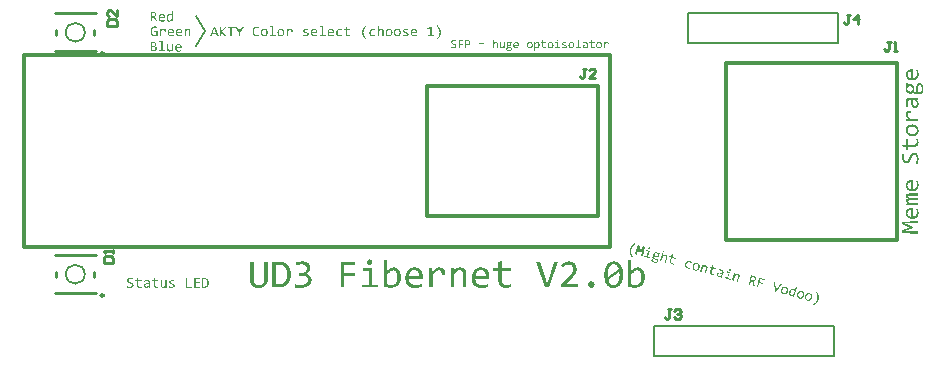
<source format=gto>
G04*
G04 #@! TF.GenerationSoftware,Altium Limited,Altium Designer,22.8.2 (66)*
G04*
G04 Layer_Color=65535*
%FSLAX44Y44*%
%MOMM*%
G71*
G04*
G04 #@! TF.SameCoordinates,69D5640E-4D3D-4872-97FD-B36DD4CC5FE0*
G04*
G04*
G04 #@! TF.FilePolarity,Positive*
G04*
G01*
G75*
%ADD10C,0.2500*%
%ADD11C,0.2000*%
%ADD12C,0.3000*%
%ADD13C,0.2540*%
G36*
X1201898Y797593D02*
X1202021Y797571D01*
X1202082Y797555D01*
X1202119Y797534D01*
X1202225Y797484D01*
X1202325Y797414D01*
X1202335Y797412D01*
X1202352Y797396D01*
X1202380Y797378D01*
X1202404Y797350D01*
X1202479Y797265D01*
X1202548Y797161D01*
X1202558Y797158D01*
X1202562Y797135D01*
X1202589Y797074D01*
X1202625Y796967D01*
X1202648Y796853D01*
X1202646Y796843D01*
X1202651Y796820D01*
X1202652Y796787D01*
X1202662Y796742D01*
X1202655Y796636D01*
X1202633Y796513D01*
X1202630Y796502D01*
X1202625Y796482D01*
X1202617Y796452D01*
X1202596Y796414D01*
X1202546Y796309D01*
X1202476Y796209D01*
X1202473Y796199D01*
X1202460Y796192D01*
X1202411Y796130D01*
X1202327Y796055D01*
X1202232Y795984D01*
X1202207Y795969D01*
X1202146Y795942D01*
X1202039Y795906D01*
X1201915Y795885D01*
X1201905Y795888D01*
X1201882Y795883D01*
X1201849Y795882D01*
X1201806Y795882D01*
X1201700Y795889D01*
X1201577Y795911D01*
X1201516Y795928D01*
X1201479Y795948D01*
X1201374Y795998D01*
X1201261Y796061D01*
X1201251Y796063D01*
X1201244Y796076D01*
X1201181Y796125D01*
X1201117Y796207D01*
X1201045Y796302D01*
X1201048Y796312D01*
X1201031Y796327D01*
X1201006Y796398D01*
X1200968Y796495D01*
X1200947Y796619D01*
X1200950Y796629D01*
X1200945Y796652D01*
X1200943Y796685D01*
X1200944Y796728D01*
X1200951Y796834D01*
X1200973Y796957D01*
X1200976Y796967D01*
X1200981Y796987D01*
X1200989Y797018D01*
X1201010Y797055D01*
X1201060Y797160D01*
X1201120Y797263D01*
X1201122Y797273D01*
X1201138Y797290D01*
X1201184Y797343D01*
X1201266Y797407D01*
X1201361Y797479D01*
X1201373Y797486D01*
X1201386Y797493D01*
X1201450Y797530D01*
X1201557Y797566D01*
X1201671Y797590D01*
X1201681Y797587D01*
X1201703Y797592D01*
X1201736Y797594D01*
X1201782Y797603D01*
X1201898Y797593D01*
D02*
G37*
G36*
X1207254Y793441D02*
X1207383Y793439D01*
X1207532Y793431D01*
X1207701Y793419D01*
X1207885Y793380D01*
X1208079Y793339D01*
X1208220Y793301D01*
X1208355Y793243D01*
X1208500Y793183D01*
X1208531Y793175D01*
X1208568Y793154D01*
X1208616Y793130D01*
X1208731Y793078D01*
X1208844Y793015D01*
X1211047Y792425D01*
X1210817Y791570D01*
X1209842Y791832D01*
X1209849Y791819D01*
X1209861Y791783D01*
X1209881Y791735D01*
X1209905Y791664D01*
X1209923Y791572D01*
X1209942Y791481D01*
X1209968Y791258D01*
X1209966Y791248D01*
X1209975Y791203D01*
X1209969Y791140D01*
X1209970Y791064D01*
X1209966Y790968D01*
X1209949Y790865D01*
X1209907Y790628D01*
X1209905Y790618D01*
X1209902Y790608D01*
X1209886Y790547D01*
X1209852Y790460D01*
X1209812Y790352D01*
X1209754Y790216D01*
X1209676Y790086D01*
X1209595Y789946D01*
X1209495Y789811D01*
X1209479Y789794D01*
X1209448Y789759D01*
X1209386Y789689D01*
X1209312Y789612D01*
X1209214Y789531D01*
X1209102Y789432D01*
X1208971Y789348D01*
X1208831Y789267D01*
X1208818Y789259D01*
X1208770Y789240D01*
X1208686Y789209D01*
X1208579Y789173D01*
X1208450Y789132D01*
X1208300Y789096D01*
X1208141Y789064D01*
X1207963Y789046D01*
X1207941Y789042D01*
X1207888Y789045D01*
X1207789Y789039D01*
X1207663Y789052D01*
X1207514Y789059D01*
X1207345Y789072D01*
X1207161Y789110D01*
X1206967Y789152D01*
X1206827Y789189D01*
X1206739Y789224D01*
X1206631Y789263D01*
X1206513Y789306D01*
X1206275Y789424D01*
X1206265Y789426D01*
X1206227Y789447D01*
X1206172Y789483D01*
X1206100Y789535D01*
X1205945Y789641D01*
X1205865Y789706D01*
X1205796Y789768D01*
X1205793Y789758D01*
X1205767Y789743D01*
X1205739Y789718D01*
X1205708Y789683D01*
X1205608Y789591D01*
X1205518Y789497D01*
X1205516Y789487D01*
X1205500Y789469D01*
X1205482Y789442D01*
X1205461Y789404D01*
X1205401Y789302D01*
X1205356Y789174D01*
X1205353Y789164D01*
X1205345Y789134D01*
X1205345Y789090D01*
X1205351Y789035D01*
X1205355Y788969D01*
X1205379Y788898D01*
X1205413Y788824D01*
X1205468Y788745D01*
X1205475Y788732D01*
X1205502Y788714D01*
X1205545Y788670D01*
X1205607Y788621D01*
X1205682Y788580D01*
X1205775Y788522D01*
X1205880Y788473D01*
X1206008Y788428D01*
X1207591Y787939D01*
X1207672Y787917D01*
X1207749Y787886D01*
X1207857Y787846D01*
X1207986Y787801D01*
X1208121Y787743D01*
X1208394Y787594D01*
X1208414Y787589D01*
X1208449Y787558D01*
X1208514Y787519D01*
X1208596Y787465D01*
X1208696Y787395D01*
X1208783Y787317D01*
X1208878Y787227D01*
X1208969Y787127D01*
X1208977Y787115D01*
X1209012Y787084D01*
X1209051Y787030D01*
X1209095Y786954D01*
X1209147Y786864D01*
X1209196Y786765D01*
X1209242Y786656D01*
X1209275Y786539D01*
X1209283Y786526D01*
X1209292Y786480D01*
X1209296Y786415D01*
X1209305Y786326D01*
X1209311Y786227D01*
X1209311Y786109D01*
X1209286Y785975D01*
X1209261Y785842D01*
X1209256Y785822D01*
X1209242Y785771D01*
X1209211Y785694D01*
X1209176Y785606D01*
X1209124Y785490D01*
X1209048Y785370D01*
X1208973Y785250D01*
X1208875Y785126D01*
X1208860Y785108D01*
X1208829Y785073D01*
X1208770Y785014D01*
X1208688Y784950D01*
X1208580Y784871D01*
X1208460Y784784D01*
X1208320Y784703D01*
X1208162Y784638D01*
X1208139Y784633D01*
X1208088Y784604D01*
X1207994Y784575D01*
X1207868Y784544D01*
X1207718Y784509D01*
X1207538Y784481D01*
X1207338Y784460D01*
X1207118Y784443D01*
X1207108Y784446D01*
X1207085Y784441D01*
X1207052Y784439D01*
X1207009Y784440D01*
X1206956Y784443D01*
X1206883Y784452D01*
X1206807Y784451D01*
X1206714Y784465D01*
X1206512Y784476D01*
X1206276Y784518D01*
X1206019Y784565D01*
X1205734Y784630D01*
X1205553Y784679D01*
X1205476Y784711D01*
X1205307Y784766D01*
X1205119Y784828D01*
X1204913Y784904D01*
X1204710Y784991D01*
X1204519Y785085D01*
X1204509Y785088D01*
X1204502Y785101D01*
X1204444Y785127D01*
X1204352Y785184D01*
X1204242Y785257D01*
X1204122Y785332D01*
X1203997Y785430D01*
X1203875Y785538D01*
X1203763Y785644D01*
X1203756Y785657D01*
X1203724Y785697D01*
X1203674Y785754D01*
X1203620Y785833D01*
X1203559Y785925D01*
X1203500Y786027D01*
X1203446Y786149D01*
X1203413Y786266D01*
X1203405Y786279D01*
X1203406Y786322D01*
X1203392Y786390D01*
X1203391Y786466D01*
X1203388Y786575D01*
X1203384Y786683D01*
X1203407Y786807D01*
X1203432Y786940D01*
X1203434Y786950D01*
X1203437Y786960D01*
X1203450Y787011D01*
X1203482Y787088D01*
X1203532Y787194D01*
X1203582Y787299D01*
X1203647Y787421D01*
X1203732Y787539D01*
X1203838Y787651D01*
X1203850Y787658D01*
X1203894Y787700D01*
X1203960Y787747D01*
X1204042Y787812D01*
X1204157Y787878D01*
X1204297Y787959D01*
X1204458Y788034D01*
X1204641Y788115D01*
X1204631Y788117D01*
X1204614Y788133D01*
X1204589Y788161D01*
X1204564Y788189D01*
X1204480Y788277D01*
X1204408Y788371D01*
X1204411Y788381D01*
X1204393Y788397D01*
X1204367Y788458D01*
X1204328Y788554D01*
X1204292Y788661D01*
X1204294Y788671D01*
X1204287Y788684D01*
X1204273Y788752D01*
X1204257Y788854D01*
X1204254Y788962D01*
X1204256Y788972D01*
X1204259Y788982D01*
X1204268Y789056D01*
X1204282Y789149D01*
X1204299Y789252D01*
X1204304Y789272D01*
X1204318Y789323D01*
X1204347Y789390D01*
X1204384Y789488D01*
X1204434Y789593D01*
X1204503Y789693D01*
X1204579Y789813D01*
X1204671Y789918D01*
X1204687Y789935D01*
X1204718Y789970D01*
X1204774Y790020D01*
X1204846Y790087D01*
X1204943Y790168D01*
X1205041Y790250D01*
X1205281Y790423D01*
X1205274Y790436D01*
X1205266Y790448D01*
X1205235Y790532D01*
X1205186Y790632D01*
X1205143Y790751D01*
X1205145Y790761D01*
X1205138Y790774D01*
X1205114Y790845D01*
X1205088Y790949D01*
X1205067Y791073D01*
X1205070Y791083D01*
X1205065Y791106D01*
X1205063Y791139D01*
X1205064Y791182D01*
X1205063Y791301D01*
X1205066Y791429D01*
X1205068Y791439D01*
X1205074Y791460D01*
X1205074Y791503D01*
X1205088Y791553D01*
X1205094Y791616D01*
X1205113Y791686D01*
X1205146Y791850D01*
X1205149Y791860D01*
X1205151Y791870D01*
X1205168Y791930D01*
X1205202Y792018D01*
X1205242Y792126D01*
X1205300Y792262D01*
X1205367Y792394D01*
X1205448Y792534D01*
X1205549Y792669D01*
X1205564Y792687D01*
X1205598Y792731D01*
X1205657Y792791D01*
X1205732Y792868D01*
X1205829Y792950D01*
X1205939Y793039D01*
X1206069Y793123D01*
X1206210Y793204D01*
X1206222Y793211D01*
X1206283Y793238D01*
X1206357Y793272D01*
X1206464Y793308D01*
X1206593Y793349D01*
X1206733Y793387D01*
X1206903Y793417D01*
X1207070Y793437D01*
X1207080Y793434D01*
X1207093Y793441D01*
X1207158Y793445D01*
X1207254Y793441D01*
D02*
G37*
G36*
X1193592Y799064D02*
X1193860Y795801D01*
X1193933Y794704D01*
X1194534Y795621D01*
X1196459Y798296D01*
X1197766Y797946D01*
X1196033Y789947D01*
X1194976Y790230D01*
X1196146Y795199D01*
X1196580Y797099D01*
X1195914Y796103D01*
X1193906Y793277D01*
X1193162Y793476D01*
X1192864Y796790D01*
X1192818Y798107D01*
X1192272Y796151D01*
X1190832Y791340D01*
X1189816Y791613D01*
X1192314Y799407D01*
X1193592Y799064D01*
D02*
G37*
G36*
X1202044Y794837D02*
X1200653Y789647D01*
X1202454Y789164D01*
X1202219Y788289D01*
X1197360Y789591D01*
X1197595Y790466D01*
X1199587Y789933D01*
X1200746Y794258D01*
X1198955Y794738D01*
X1199187Y795603D01*
X1202044Y794837D01*
D02*
G37*
G36*
X1221998Y791571D02*
X1221478Y789630D01*
X1224204Y788900D01*
X1223967Y788014D01*
X1221241Y788745D01*
X1220416Y785667D01*
X1220413Y785657D01*
X1220408Y785637D01*
X1220400Y785606D01*
X1220396Y785553D01*
X1220377Y785440D01*
X1220359Y785294D01*
X1220356Y785122D01*
X1220374Y784945D01*
X1220421Y784760D01*
X1220497Y784599D01*
X1220514Y784584D01*
X1220554Y784530D01*
X1220620Y784458D01*
X1220715Y784368D01*
X1220840Y784270D01*
X1221007Y784171D01*
X1221198Y784077D01*
X1221436Y784003D01*
X1221547Y783973D01*
X1221630Y783961D01*
X1221721Y783937D01*
X1221834Y783917D01*
X1221957Y783895D01*
X1222081Y783873D01*
X1222101Y783868D01*
X1222144Y783867D01*
X1222217Y783858D01*
X1222313Y783854D01*
X1222429Y783844D01*
X1222555Y783832D01*
X1222697Y783837D01*
X1222846Y783830D01*
X1222603Y782924D01*
X1222583Y782930D01*
X1222540Y782931D01*
X1222464Y782929D01*
X1222358Y782936D01*
X1222242Y782946D01*
X1222116Y782958D01*
X1221824Y782993D01*
X1221803Y782999D01*
X1221750Y783002D01*
X1221680Y783021D01*
X1221577Y783038D01*
X1221463Y783057D01*
X1221333Y783092D01*
X1221038Y783160D01*
X1220928Y783190D01*
X1220860Y783219D01*
X1220762Y783256D01*
X1220654Y783296D01*
X1220536Y783338D01*
X1220421Y783391D01*
X1220155Y783526D01*
X1219901Y783702D01*
X1219773Y783791D01*
X1219661Y783896D01*
X1219562Y784009D01*
X1219476Y784129D01*
X1219468Y784142D01*
X1219461Y784155D01*
X1219439Y784193D01*
X1219412Y784254D01*
X1219385Y784315D01*
X1219354Y784399D01*
X1219325Y784493D01*
X1219299Y784597D01*
X1219276Y784711D01*
X1219258Y784845D01*
X1219243Y784989D01*
X1219240Y785141D01*
X1219240Y785303D01*
X1219256Y785482D01*
X1219294Y785665D01*
X1219335Y785859D01*
X1220185Y789028D01*
X1218495Y789481D01*
X1218732Y790366D01*
X1220422Y789913D01*
X1220866Y791573D01*
X1221998Y791571D01*
D02*
G37*
G36*
X1190198Y800480D02*
X1190185Y800473D01*
X1190159Y800458D01*
X1190121Y800436D01*
X1190070Y800407D01*
X1190004Y800360D01*
X1189924Y800306D01*
X1189822Y800247D01*
X1189728Y800175D01*
X1189607Y800089D01*
X1189487Y800002D01*
X1189354Y799909D01*
X1189216Y799795D01*
X1188927Y799560D01*
X1188626Y799284D01*
X1188308Y798981D01*
X1187989Y798636D01*
X1187675Y798267D01*
X1187375Y797873D01*
X1187107Y797438D01*
X1186972Y797215D01*
X1186855Y796977D01*
X1186747Y796737D01*
X1186650Y796493D01*
X1186559Y796237D01*
X1186479Y795978D01*
X1186474Y795958D01*
X1186463Y795918D01*
X1186441Y795837D01*
X1186425Y795734D01*
X1186402Y795611D01*
X1186372Y795457D01*
X1186349Y795291D01*
X1186320Y795105D01*
X1186297Y794895D01*
X1186280Y794673D01*
X1186271Y794438D01*
X1186270Y794191D01*
X1186265Y793933D01*
X1186281Y793670D01*
X1186307Y793405D01*
X1186343Y793136D01*
X1186350Y793123D01*
X1186357Y793068D01*
X1186368Y792989D01*
X1186394Y792885D01*
X1186425Y792758D01*
X1186470Y792606D01*
X1186518Y792421D01*
X1186575Y792233D01*
X1186648Y792020D01*
X1186727Y791793D01*
X1186814Y791554D01*
X1186918Y791300D01*
X1187033Y791043D01*
X1187154Y790773D01*
X1187299Y790508D01*
X1187451Y790230D01*
X1186632Y789749D01*
X1186625Y789762D01*
X1186610Y789787D01*
X1186581Y789838D01*
X1186544Y789902D01*
X1186500Y789978D01*
X1186451Y790078D01*
X1186384Y790193D01*
X1186321Y790317D01*
X1186250Y790455D01*
X1186174Y790615D01*
X1186101Y790786D01*
X1186018Y790959D01*
X1185931Y791155D01*
X1185856Y791358D01*
X1185694Y791801D01*
X1185540Y792273D01*
X1185407Y792783D01*
X1185300Y793308D01*
X1185224Y793867D01*
X1185200Y794143D01*
X1185193Y794436D01*
X1185182Y794719D01*
X1185198Y795017D01*
X1185220Y795302D01*
X1185258Y795605D01*
X1185313Y795892D01*
X1185381Y796186D01*
X1185384Y796196D01*
X1185389Y796216D01*
X1185400Y796257D01*
X1185416Y796317D01*
X1185433Y796377D01*
X1185464Y796455D01*
X1185488Y796546D01*
X1185525Y796644D01*
X1185595Y796862D01*
X1185690Y797095D01*
X1185790Y797349D01*
X1185913Y797607D01*
X1185916Y797617D01*
X1185931Y797635D01*
X1185952Y797672D01*
X1185978Y797730D01*
X1186004Y797787D01*
X1186046Y797862D01*
X1186100Y797945D01*
X1186158Y798037D01*
X1186277Y798243D01*
X1186423Y798463D01*
X1186593Y798697D01*
X1186777Y798939D01*
X1186779Y798949D01*
X1186805Y798964D01*
X1186826Y799001D01*
X1186872Y799054D01*
X1186918Y799106D01*
X1186980Y799176D01*
X1187055Y799253D01*
X1187132Y799340D01*
X1187322Y799526D01*
X1187538Y799727D01*
X1187779Y799943D01*
X1188043Y800163D01*
X1188055Y800171D01*
X1188081Y800185D01*
X1188122Y800217D01*
X1188178Y800267D01*
X1188245Y800314D01*
X1188327Y800378D01*
X1188421Y800450D01*
X1188539Y800526D01*
X1188789Y800696D01*
X1189075Y800878D01*
X1189397Y801072D01*
X1189751Y801269D01*
X1190198Y800480D01*
D02*
G37*
G36*
X1235272Y785945D02*
X1235491Y785918D01*
X1235731Y785887D01*
X1235985Y785829D01*
X1236156Y785783D01*
X1236274Y785741D01*
X1236402Y785696D01*
X1236550Y785645D01*
X1236841Y785524D01*
X1236861Y785519D01*
X1236909Y785495D01*
X1236984Y785454D01*
X1237079Y785407D01*
X1237192Y785344D01*
X1237322Y785266D01*
X1237579Y785100D01*
X1237309Y784094D01*
X1237292Y784110D01*
X1237247Y784143D01*
X1237178Y784205D01*
X1237088Y784272D01*
X1236981Y784355D01*
X1236853Y784443D01*
X1236713Y784524D01*
X1236573Y784604D01*
X1236553Y784610D01*
X1236508Y784643D01*
X1236430Y784675D01*
X1236335Y784722D01*
X1236209Y784777D01*
X1236071Y784825D01*
X1235926Y784885D01*
X1235695Y784947D01*
X1235611Y784959D01*
X1235518Y784973D01*
X1235392Y784985D01*
X1235253Y784990D01*
X1235112Y784985D01*
X1234957Y784973D01*
X1234934Y784968D01*
X1234889Y784958D01*
X1234810Y784947D01*
X1234716Y784918D01*
X1234600Y784885D01*
X1234467Y784834D01*
X1234333Y784773D01*
X1234205Y784700D01*
X1234192Y784692D01*
X1234151Y784660D01*
X1234085Y784613D01*
X1234000Y784539D01*
X1233903Y784457D01*
X1233800Y784355D01*
X1233685Y784246D01*
X1233584Y784111D01*
X1233568Y784094D01*
X1233545Y784046D01*
X1233490Y783964D01*
X1233441Y783859D01*
X1233373Y783726D01*
X1233299Y783573D01*
X1233241Y783395D01*
X1233179Y783206D01*
X1233177Y783196D01*
X1233166Y783156D01*
X1233153Y783106D01*
X1233141Y783023D01*
X1233127Y782929D01*
X1233110Y782826D01*
X1233088Y782703D01*
X1233085Y782574D01*
X1233073Y782286D01*
X1233091Y781990D01*
X1233116Y781843D01*
X1233164Y781701D01*
X1233212Y781559D01*
X1233273Y781424D01*
X1233281Y781411D01*
X1233288Y781398D01*
X1233320Y781357D01*
X1233352Y781316D01*
X1233392Y781263D01*
X1233449Y781193D01*
X1233506Y781124D01*
X1233583Y781050D01*
X1233670Y780973D01*
X1233767Y780893D01*
X1233877Y780820D01*
X1233994Y780735D01*
X1234137Y780664D01*
X1234280Y780593D01*
X1234438Y780540D01*
X1234606Y780484D01*
X1234677Y780465D01*
X1234770Y780451D01*
X1234881Y780422D01*
X1235004Y780399D01*
X1235150Y780382D01*
X1235466Y780351D01*
X1235486Y780346D01*
X1235541Y780352D01*
X1235627Y780351D01*
X1235736Y780354D01*
X1235870Y780372D01*
X1236012Y780377D01*
X1236328Y780433D01*
X1236067Y779457D01*
X1236044Y779452D01*
X1235988Y779446D01*
X1235903Y779447D01*
X1235781Y779436D01*
X1235650Y779429D01*
X1235491Y779439D01*
X1235329Y779439D01*
X1235160Y779452D01*
X1235140Y779457D01*
X1235087Y779461D01*
X1234994Y779475D01*
X1234880Y779495D01*
X1234734Y779512D01*
X1234581Y779543D01*
X1234417Y779576D01*
X1234185Y779638D01*
X1234108Y779669D01*
X1234007Y779696D01*
X1233899Y779736D01*
X1233764Y779794D01*
X1233608Y779857D01*
X1233458Y779940D01*
X1233288Y780029D01*
X1233120Y780128D01*
X1232955Y780237D01*
X1232796Y780366D01*
X1232636Y780495D01*
X1232495Y780651D01*
X1232354Y780808D01*
X1232240Y780989D01*
X1232233Y781002D01*
X1232221Y781037D01*
X1232192Y781088D01*
X1232157Y781162D01*
X1232119Y781259D01*
X1232085Y781376D01*
X1232047Y781515D01*
X1232012Y781665D01*
X1231972Y781837D01*
X1231947Y782027D01*
X1231938Y782234D01*
X1231932Y782452D01*
X1231941Y782686D01*
X1231965Y782939D01*
X1232012Y783196D01*
X1232075Y783470D01*
X1232078Y783480D01*
X1232083Y783500D01*
X1232094Y783540D01*
X1232107Y783591D01*
X1232134Y783648D01*
X1232155Y783729D01*
X1232221Y783894D01*
X1232295Y784090D01*
X1232392Y784291D01*
X1232514Y784506D01*
X1232644Y784708D01*
X1232647Y784718D01*
X1232662Y784736D01*
X1232680Y784763D01*
X1232711Y784798D01*
X1232791Y784895D01*
X1232899Y785017D01*
X1233030Y785144D01*
X1233177Y785288D01*
X1233353Y785424D01*
X1233537Y785547D01*
X1233563Y785562D01*
X1233626Y785599D01*
X1233736Y785645D01*
X1233874Y785716D01*
X1234041Y785779D01*
X1234242Y785843D01*
X1234450Y785895D01*
X1234675Y785932D01*
X1234685Y785929D01*
X1234708Y785934D01*
X1234741Y785936D01*
X1234787Y785945D01*
X1234840Y785942D01*
X1234905Y785946D01*
X1235080Y785953D01*
X1235272Y785945D01*
D02*
G37*
G36*
X1214234Y794223D02*
X1213571Y791749D01*
X1213275Y790804D01*
X1213288Y790811D01*
X1213329Y790843D01*
X1213393Y790880D01*
X1213472Y790934D01*
X1213574Y790993D01*
X1213676Y791052D01*
X1213890Y791167D01*
X1213903Y791175D01*
X1213938Y791187D01*
X1213999Y791213D01*
X1214073Y791247D01*
X1214157Y791279D01*
X1214251Y791308D01*
X1214452Y791373D01*
X1214465Y791380D01*
X1214497Y791382D01*
X1214553Y791388D01*
X1214622Y791403D01*
X1214710Y791411D01*
X1214799Y791420D01*
X1214993Y791422D01*
X1215003Y791419D01*
X1215036Y791421D01*
X1215089Y791417D01*
X1215162Y791409D01*
X1215235Y791400D01*
X1215329Y791386D01*
X1215522Y791344D01*
X1215613Y791320D01*
X1215671Y791294D01*
X1215738Y791265D01*
X1215826Y791231D01*
X1216017Y791136D01*
X1216232Y791014D01*
X1216436Y790852D01*
X1216531Y790762D01*
X1216620Y790651D01*
X1216699Y790544D01*
X1216772Y790416D01*
X1216780Y790404D01*
X1216784Y790381D01*
X1216806Y790343D01*
X1216826Y790294D01*
X1216850Y790223D01*
X1216871Y790142D01*
X1216887Y790041D01*
X1216913Y789937D01*
X1216934Y789813D01*
X1216939Y789671D01*
X1216944Y789529D01*
X1216944Y789368D01*
X1216931Y789199D01*
X1216913Y789010D01*
X1216872Y788816D01*
X1216828Y788612D01*
X1215769Y784659D01*
X1214713Y784942D01*
X1215750Y788814D01*
X1215753Y788824D01*
X1215758Y788845D01*
X1215769Y788885D01*
X1215780Y788925D01*
X1215786Y788988D01*
X1215805Y789059D01*
X1215825Y789215D01*
X1215831Y789397D01*
X1215836Y789578D01*
X1215812Y789768D01*
X1215759Y789933D01*
X1215754Y789956D01*
X1215725Y790007D01*
X1215678Y790074D01*
X1215616Y790166D01*
X1215532Y790253D01*
X1215417Y790348D01*
X1215277Y790429D01*
X1215109Y790485D01*
X1215028Y790507D01*
X1214975Y790510D01*
X1214842Y790535D01*
X1214690Y790532D01*
X1214680Y790535D01*
X1214657Y790530D01*
X1214612Y790521D01*
X1214566Y790512D01*
X1214419Y790486D01*
X1214254Y790434D01*
X1214241Y790426D01*
X1214216Y790412D01*
X1214167Y790392D01*
X1214107Y790365D01*
X1214023Y790334D01*
X1213933Y790282D01*
X1213834Y790234D01*
X1213719Y790167D01*
X1213706Y790160D01*
X1213668Y790138D01*
X1213604Y790101D01*
X1213525Y790047D01*
X1213420Y789978D01*
X1213303Y789901D01*
X1213170Y789808D01*
X1213024Y789706D01*
X1211946Y785683D01*
X1210890Y785966D01*
X1213178Y794506D01*
X1214234Y794223D01*
D02*
G37*
G36*
X1241342Y784297D02*
X1241534Y784288D01*
X1241746Y784275D01*
X1241985Y784243D01*
X1242240Y784186D01*
X1242350Y784156D01*
X1242398Y784132D01*
X1242468Y784113D01*
X1242614Y784053D01*
X1242789Y783984D01*
X1242980Y783890D01*
X1243157Y783789D01*
X1243340Y783664D01*
X1243350Y783662D01*
X1243357Y783649D01*
X1243385Y783631D01*
X1243419Y783600D01*
X1243499Y783535D01*
X1243611Y783430D01*
X1243720Y783314D01*
X1243844Y783173D01*
X1243963Y783012D01*
X1244066Y782834D01*
X1244081Y782808D01*
X1244107Y782747D01*
X1244146Y782651D01*
X1244197Y782518D01*
X1244250Y782353D01*
X1244297Y782168D01*
X1244336Y781953D01*
X1244360Y781720D01*
X1244358Y781710D01*
X1244362Y781687D01*
X1244364Y781654D01*
X1244364Y781611D01*
X1244358Y781548D01*
X1244361Y781482D01*
X1244359Y781311D01*
X1244335Y781101D01*
X1244306Y780872D01*
X1244258Y780615D01*
X1244196Y780341D01*
X1244193Y780331D01*
X1244188Y780311D01*
X1244177Y780270D01*
X1244163Y780220D01*
X1244137Y780162D01*
X1244118Y780092D01*
X1244062Y779924D01*
X1243978Y779731D01*
X1243889Y779517D01*
X1243779Y779309D01*
X1243647Y779097D01*
X1243644Y779087D01*
X1243629Y779070D01*
X1243611Y779042D01*
X1243580Y779007D01*
X1243510Y778907D01*
X1243402Y778785D01*
X1243278Y778646D01*
X1243134Y778512D01*
X1242965Y778363D01*
X1242791Y778237D01*
X1242766Y778223D01*
X1242702Y778186D01*
X1242603Y778137D01*
X1242478Y778073D01*
X1242317Y777998D01*
X1242129Y777940D01*
X1241919Y777878D01*
X1241703Y777839D01*
X1241693Y777842D01*
X1241681Y777834D01*
X1241648Y777832D01*
X1241602Y777823D01*
X1241549Y777826D01*
X1241483Y777822D01*
X1241322Y777823D01*
X1241127Y777821D01*
X1240918Y777844D01*
X1240678Y777876D01*
X1240424Y777934D01*
X1240313Y777963D01*
X1240266Y777987D01*
X1240195Y778006D01*
X1240050Y778066D01*
X1239874Y778135D01*
X1239681Y778219D01*
X1239493Y778323D01*
X1239311Y778447D01*
X1239301Y778450D01*
X1239294Y778463D01*
X1239266Y778481D01*
X1239241Y778509D01*
X1239152Y778577D01*
X1239050Y778679D01*
X1238931Y778798D01*
X1238817Y778936D01*
X1238698Y779097D01*
X1238595Y779276D01*
X1238580Y779301D01*
X1238554Y779362D01*
X1238515Y779459D01*
X1238467Y779601D01*
X1238414Y779766D01*
X1238366Y779951D01*
X1238327Y780167D01*
X1238301Y780389D01*
X1238303Y780399D01*
X1238299Y780422D01*
X1238297Y780455D01*
X1238297Y780498D01*
X1238304Y780561D01*
X1238299Y780627D01*
X1238313Y780796D01*
X1238336Y781005D01*
X1238368Y781245D01*
X1238415Y781501D01*
X1238478Y781776D01*
X1238481Y781786D01*
X1238486Y781806D01*
X1238497Y781846D01*
X1238510Y781897D01*
X1238537Y781954D01*
X1238558Y782035D01*
X1238614Y782203D01*
X1238698Y782396D01*
X1238785Y782599D01*
X1238897Y782817D01*
X1239017Y783022D01*
X1239019Y783032D01*
X1239035Y783050D01*
X1239053Y783077D01*
X1239084Y783112D01*
X1239154Y783212D01*
X1239259Y783324D01*
X1239383Y783463D01*
X1239527Y783597D01*
X1239683Y783738D01*
X1239857Y783864D01*
X1239883Y783879D01*
X1239946Y783916D01*
X1240048Y783975D01*
X1240183Y784036D01*
X1240341Y784101D01*
X1240521Y784172D01*
X1240732Y784234D01*
X1240948Y784273D01*
X1240958Y784270D01*
X1240970Y784278D01*
X1241003Y784280D01*
X1241059Y784286D01*
X1241115Y784293D01*
X1241180Y784297D01*
X1241342Y784297D01*
D02*
G37*
G36*
X1255998Y782461D02*
X1255478Y780520D01*
X1258204Y779789D01*
X1257967Y778904D01*
X1255241Y779635D01*
X1254416Y776556D01*
X1254413Y776546D01*
X1254408Y776526D01*
X1254400Y776496D01*
X1254396Y776443D01*
X1254377Y776330D01*
X1254359Y776184D01*
X1254356Y776012D01*
X1254373Y775835D01*
X1254421Y775649D01*
X1254497Y775489D01*
X1254514Y775474D01*
X1254553Y775420D01*
X1254620Y775348D01*
X1254715Y775258D01*
X1254840Y775160D01*
X1255007Y775061D01*
X1255198Y774967D01*
X1255436Y774892D01*
X1255547Y774863D01*
X1255630Y774851D01*
X1255721Y774827D01*
X1255834Y774807D01*
X1255957Y774785D01*
X1256081Y774763D01*
X1256101Y774757D01*
X1256144Y774757D01*
X1256217Y774748D01*
X1256313Y774744D01*
X1256429Y774734D01*
X1256555Y774722D01*
X1256697Y774727D01*
X1256845Y774719D01*
X1256603Y773814D01*
X1256583Y773820D01*
X1256540Y773820D01*
X1256464Y773819D01*
X1256358Y773826D01*
X1256242Y773835D01*
X1256116Y773848D01*
X1255824Y773883D01*
X1255803Y773888D01*
X1255750Y773892D01*
X1255680Y773911D01*
X1255577Y773928D01*
X1255463Y773947D01*
X1255333Y773982D01*
X1255038Y774050D01*
X1254928Y774080D01*
X1254860Y774109D01*
X1254762Y774146D01*
X1254654Y774185D01*
X1254536Y774228D01*
X1254421Y774280D01*
X1254155Y774416D01*
X1253900Y774592D01*
X1253773Y774680D01*
X1253661Y774786D01*
X1253562Y774899D01*
X1253476Y775019D01*
X1253468Y775032D01*
X1253461Y775044D01*
X1253439Y775082D01*
X1253412Y775144D01*
X1253385Y775205D01*
X1253354Y775288D01*
X1253325Y775383D01*
X1253299Y775487D01*
X1253276Y775601D01*
X1253258Y775735D01*
X1253242Y775879D01*
X1253240Y776031D01*
X1253240Y776192D01*
X1253256Y776371D01*
X1253294Y776555D01*
X1253335Y776749D01*
X1254184Y779918D01*
X1252495Y780370D01*
X1252732Y781256D01*
X1254422Y780803D01*
X1254866Y782462D01*
X1255998Y782461D01*
D02*
G37*
G36*
X1269898Y779373D02*
X1270021Y779351D01*
X1270082Y779334D01*
X1270119Y779314D01*
X1270225Y779264D01*
X1270324Y779194D01*
X1270334Y779191D01*
X1270352Y779176D01*
X1270379Y779158D01*
X1270404Y779129D01*
X1270479Y779045D01*
X1270547Y778940D01*
X1270557Y778937D01*
X1270562Y778915D01*
X1270589Y778854D01*
X1270625Y778747D01*
X1270648Y778633D01*
X1270646Y778623D01*
X1270650Y778600D01*
X1270652Y778567D01*
X1270662Y778521D01*
X1270655Y778415D01*
X1270632Y778292D01*
X1270630Y778282D01*
X1270624Y778262D01*
X1270616Y778232D01*
X1270595Y778194D01*
X1270546Y778089D01*
X1270476Y777989D01*
X1270473Y777979D01*
X1270460Y777971D01*
X1270411Y777909D01*
X1270327Y777835D01*
X1270232Y777763D01*
X1270207Y777748D01*
X1270145Y777722D01*
X1270039Y777686D01*
X1269915Y777665D01*
X1269905Y777668D01*
X1269882Y777663D01*
X1269849Y777661D01*
X1269806Y777662D01*
X1269700Y777669D01*
X1269577Y777691D01*
X1269516Y777707D01*
X1269479Y777728D01*
X1269373Y777778D01*
X1269261Y777840D01*
X1269251Y777843D01*
X1269243Y777856D01*
X1269181Y777905D01*
X1269117Y777987D01*
X1269045Y778081D01*
X1269048Y778091D01*
X1269030Y778107D01*
X1269006Y778178D01*
X1268968Y778275D01*
X1268947Y778399D01*
X1268950Y778409D01*
X1268945Y778431D01*
X1268943Y778464D01*
X1268944Y778507D01*
X1268951Y778613D01*
X1268973Y778737D01*
X1268976Y778747D01*
X1268981Y778767D01*
X1268989Y778797D01*
X1269010Y778835D01*
X1269060Y778940D01*
X1269119Y779042D01*
X1269122Y779053D01*
X1269137Y779070D01*
X1269184Y779122D01*
X1269266Y779186D01*
X1269361Y779258D01*
X1269373Y779266D01*
X1269386Y779273D01*
X1269450Y779310D01*
X1269556Y779346D01*
X1269670Y779369D01*
X1269681Y779366D01*
X1269703Y779371D01*
X1269736Y779373D01*
X1269782Y779382D01*
X1269898Y779373D01*
D02*
G37*
G36*
X1261024Y778926D02*
X1261110Y778924D01*
X1261206Y778920D01*
X1261407Y778909D01*
X1261417Y778907D01*
X1261460Y778906D01*
X1261513Y778903D01*
X1261587Y778894D01*
X1261682Y778890D01*
X1261776Y778875D01*
X1261995Y778849D01*
X1262005Y778846D01*
X1262048Y778846D01*
X1262108Y778829D01*
X1262191Y778818D01*
X1262285Y778804D01*
X1262385Y778777D01*
X1262609Y778727D01*
X1262700Y778703D01*
X1262808Y778664D01*
X1262936Y778618D01*
X1263084Y778568D01*
X1263250Y778502D01*
X1263400Y778419D01*
X1263560Y778333D01*
X1263570Y778330D01*
X1263577Y778317D01*
X1263625Y778294D01*
X1263708Y778239D01*
X1263797Y778172D01*
X1263895Y778092D01*
X1264006Y777987D01*
X1264108Y777884D01*
X1264205Y777761D01*
X1264212Y777748D01*
X1264244Y777707D01*
X1264288Y777631D01*
X1264340Y777541D01*
X1264389Y777442D01*
X1264440Y777310D01*
X1264478Y777170D01*
X1264513Y777021D01*
X1264518Y776998D01*
X1264524Y776942D01*
X1264526Y776866D01*
X1264536Y776745D01*
X1264531Y776606D01*
X1264511Y776450D01*
X1264485Y776273D01*
X1264447Y776090D01*
X1263328Y771915D01*
X1262383Y772169D01*
X1262581Y772989D01*
X1262568Y772981D01*
X1262555Y772974D01*
X1262517Y772952D01*
X1262469Y772932D01*
X1262354Y772866D01*
X1262196Y772801D01*
X1262003Y772723D01*
X1261800Y772648D01*
X1261589Y772586D01*
X1261374Y772547D01*
X1261364Y772549D01*
X1261351Y772542D01*
X1261318Y772540D01*
X1261275Y772541D01*
X1261164Y772527D01*
X1261025Y772532D01*
X1260853Y772535D01*
X1260661Y772543D01*
X1260465Y772575D01*
X1260251Y772621D01*
X1260160Y772645D01*
X1260072Y772680D01*
X1259944Y772725D01*
X1259806Y772773D01*
X1259673Y772840D01*
X1259521Y772914D01*
X1259390Y772992D01*
X1259373Y773007D01*
X1259336Y773028D01*
X1259273Y773077D01*
X1259204Y773139D01*
X1259129Y773223D01*
X1259045Y773311D01*
X1258963Y773408D01*
X1258884Y773516D01*
X1258877Y773528D01*
X1258855Y773567D01*
X1258828Y773628D01*
X1258794Y773702D01*
X1258765Y773795D01*
X1258732Y773912D01*
X1258708Y774026D01*
X1258688Y774150D01*
X1258690Y774161D01*
X1258684Y774216D01*
X1258690Y774279D01*
X1258694Y774375D01*
X1258701Y774481D01*
X1258713Y774607D01*
X1258735Y774731D01*
X1258763Y774874D01*
X1258766Y774884D01*
X1258774Y774914D01*
X1258787Y774965D01*
X1258813Y775022D01*
X1258845Y775100D01*
X1258889Y775185D01*
X1258984Y775376D01*
X1259126Y775585D01*
X1259216Y775680D01*
X1259309Y775785D01*
X1259421Y775884D01*
X1259542Y775970D01*
X1259672Y776054D01*
X1259820Y776122D01*
X1259832Y776129D01*
X1259855Y776134D01*
X1259903Y776153D01*
X1259972Y776168D01*
X1260053Y776189D01*
X1260154Y776205D01*
X1260268Y776228D01*
X1260403Y776246D01*
X1260547Y776261D01*
X1260711Y776271D01*
X1260883Y776268D01*
X1261075Y776260D01*
X1261284Y776236D01*
X1261504Y776210D01*
X1261727Y776161D01*
X1261972Y776106D01*
X1263229Y775769D01*
X1263369Y776292D01*
X1263372Y776302D01*
X1263374Y776312D01*
X1263383Y776342D01*
X1263383Y776385D01*
X1263398Y776479D01*
X1263412Y776615D01*
X1263397Y776759D01*
X1263375Y776916D01*
X1263332Y777078D01*
X1263246Y777242D01*
X1263229Y777257D01*
X1263199Y777308D01*
X1263132Y777380D01*
X1263030Y777483D01*
X1262906Y777581D01*
X1262738Y777680D01*
X1262538Y777776D01*
X1262289Y777854D01*
X1262198Y777878D01*
X1262095Y777895D01*
X1261964Y777930D01*
X1261808Y777950D01*
X1261632Y777976D01*
X1261442Y777994D01*
X1261241Y778005D01*
X1261220Y778011D01*
X1261188Y778009D01*
X1261145Y778009D01*
X1261036Y778006D01*
X1260907Y778008D01*
X1260733Y778001D01*
X1260548Y777997D01*
X1260338Y777978D01*
X1260128Y777958D01*
X1260382Y778904D01*
X1260392Y778901D01*
X1260415Y778906D01*
X1260460Y778915D01*
X1260523Y778909D01*
X1260592Y778923D01*
X1260667Y778924D01*
X1260852Y778929D01*
X1260862Y778926D01*
X1260895Y778928D01*
X1260951Y778935D01*
X1261024Y778926D01*
D02*
G37*
G36*
X1247451Y782671D02*
X1247227Y781674D01*
X1247240Y781681D01*
X1247291Y781711D01*
X1247357Y781758D01*
X1247446Y781809D01*
X1247538Y781871D01*
X1247653Y781937D01*
X1247880Y782060D01*
X1247893Y782067D01*
X1247931Y782089D01*
X1247989Y782106D01*
X1248063Y782140D01*
X1248157Y782169D01*
X1248254Y782207D01*
X1248452Y782262D01*
X1248465Y782270D01*
X1248497Y782272D01*
X1248553Y782278D01*
X1248622Y782292D01*
X1248710Y782301D01*
X1248799Y782309D01*
X1248993Y782311D01*
X1249003Y782309D01*
X1249036Y782311D01*
X1249089Y782307D01*
X1249162Y782298D01*
X1249235Y782290D01*
X1249329Y782275D01*
X1249522Y782234D01*
X1249613Y782210D01*
X1249671Y782184D01*
X1249748Y782152D01*
X1249836Y782118D01*
X1250037Y782021D01*
X1250242Y781901D01*
X1250456Y781736D01*
X1250551Y781646D01*
X1250640Y781536D01*
X1250729Y781426D01*
X1250792Y781301D01*
X1250800Y781288D01*
X1250805Y781265D01*
X1250816Y781230D01*
X1250846Y781179D01*
X1250860Y781110D01*
X1250881Y781029D01*
X1250907Y780925D01*
X1250923Y780824D01*
X1250944Y780700D01*
X1250949Y780558D01*
X1250954Y780416D01*
X1250954Y780255D01*
X1250941Y780086D01*
X1250913Y779899D01*
X1250872Y779706D01*
X1250828Y779502D01*
X1249769Y775548D01*
X1248712Y775831D01*
X1249750Y779704D01*
X1249753Y779714D01*
X1249758Y779734D01*
X1249769Y779775D01*
X1249782Y779825D01*
X1249789Y779888D01*
X1249805Y779948D01*
X1249828Y780115D01*
X1249833Y780296D01*
X1249839Y780478D01*
X1249814Y780668D01*
X1249762Y780833D01*
X1249754Y780846D01*
X1249725Y780897D01*
X1249680Y780974D01*
X1249616Y781055D01*
X1249522Y781145D01*
X1249397Y781244D01*
X1249247Y781327D01*
X1249069Y781385D01*
X1248998Y781404D01*
X1248945Y781408D01*
X1248822Y781430D01*
X1248670Y781428D01*
X1248660Y781430D01*
X1248637Y781425D01*
X1248592Y781416D01*
X1248546Y781407D01*
X1248399Y781382D01*
X1248234Y781329D01*
X1248221Y781321D01*
X1248196Y781307D01*
X1248137Y781290D01*
X1248076Y781263D01*
X1248002Y781229D01*
X1247903Y781180D01*
X1247804Y781131D01*
X1247699Y781062D01*
X1247686Y781055D01*
X1247648Y781033D01*
X1247584Y780996D01*
X1247505Y780942D01*
X1247400Y780873D01*
X1247293Y780794D01*
X1247160Y780700D01*
X1247024Y780596D01*
X1245946Y776573D01*
X1244890Y776856D01*
X1246515Y782921D01*
X1247451Y782671D01*
D02*
G37*
G36*
X1270044Y776617D02*
X1268653Y771426D01*
X1270453Y770944D01*
X1270219Y770069D01*
X1265360Y771371D01*
X1265595Y772246D01*
X1267587Y771712D01*
X1268745Y776038D01*
X1266955Y776517D01*
X1267187Y777382D01*
X1270044Y776617D01*
D02*
G37*
G36*
X1299333Y770731D02*
X1299088Y769816D01*
X1295728Y770716D01*
X1295041Y768151D01*
X1298220Y767299D01*
X1297980Y766404D01*
X1294801Y767255D01*
X1293858Y763735D01*
X1292761Y764028D01*
X1294877Y771925D01*
X1299333Y770731D01*
D02*
G37*
G36*
X1290149Y773192D02*
X1290217Y773163D01*
X1290375Y773110D01*
X1290551Y773041D01*
X1290744Y772957D01*
X1290935Y772863D01*
X1291112Y772761D01*
X1291122Y772759D01*
X1291130Y772746D01*
X1291185Y772710D01*
X1291267Y772655D01*
X1291374Y772572D01*
X1291489Y772477D01*
X1291601Y772372D01*
X1291720Y772253D01*
X1291814Y772121D01*
X1291821Y772108D01*
X1291851Y772057D01*
X1291895Y771980D01*
X1291946Y771891D01*
X1292000Y771769D01*
X1292041Y771639D01*
X1292089Y771497D01*
X1292111Y771340D01*
X1292116Y771317D01*
X1292113Y771264D01*
X1292124Y771186D01*
X1292124Y771067D01*
X1292112Y770941D01*
X1292105Y770792D01*
X1292072Y770628D01*
X1292036Y770455D01*
X1292030Y770434D01*
X1292020Y770394D01*
X1291991Y770327D01*
X1291964Y770226D01*
X1291917Y770131D01*
X1291864Y770015D01*
X1291812Y769900D01*
X1291737Y769780D01*
X1291734Y769770D01*
X1291700Y769725D01*
X1291654Y769673D01*
X1291602Y769601D01*
X1291528Y769523D01*
X1291440Y769439D01*
X1291350Y769344D01*
X1291243Y769266D01*
X1291230Y769258D01*
X1291192Y769236D01*
X1291138Y769196D01*
X1291062Y769152D01*
X1290960Y769093D01*
X1290850Y769047D01*
X1290718Y768996D01*
X1290586Y768946D01*
X1290573Y768938D01*
X1290527Y768929D01*
X1290446Y768908D01*
X1290345Y768892D01*
X1290233Y768878D01*
X1290099Y768860D01*
X1289945Y768848D01*
X1289783Y768848D01*
X1289793Y768845D01*
X1289838Y768812D01*
X1289891Y768765D01*
X1289950Y768706D01*
X1290025Y768622D01*
X1290109Y768534D01*
X1290175Y768419D01*
X1290239Y768295D01*
X1290246Y768282D01*
X1290266Y768234D01*
X1290300Y768160D01*
X1290336Y768053D01*
X1290377Y767924D01*
X1290425Y767781D01*
X1290475Y767606D01*
X1290520Y767411D01*
X1291071Y764481D01*
X1289854Y764808D01*
X1289351Y767638D01*
X1289344Y767650D01*
X1289345Y767693D01*
X1289328Y767752D01*
X1289317Y767830D01*
X1289269Y768015D01*
X1289209Y768193D01*
X1289202Y768206D01*
X1289197Y768229D01*
X1289178Y768277D01*
X1289148Y768328D01*
X1289075Y768456D01*
X1288988Y768576D01*
X1288981Y768589D01*
X1288963Y768604D01*
X1288938Y768632D01*
X1288904Y768663D01*
X1288806Y768743D01*
X1288679Y768831D01*
X1288669Y768834D01*
X1288652Y768849D01*
X1288614Y768870D01*
X1288566Y768894D01*
X1288496Y768913D01*
X1288428Y768941D01*
X1288270Y768995D01*
X1287767Y769129D01*
X1286826Y765619D01*
X1285750Y765907D01*
X1287866Y773804D01*
X1290149Y773192D01*
D02*
G37*
G36*
X1274651Y775383D02*
X1274427Y774386D01*
X1274439Y774393D01*
X1274491Y774423D01*
X1274557Y774470D01*
X1274646Y774521D01*
X1274738Y774583D01*
X1274853Y774649D01*
X1275080Y774771D01*
X1275093Y774779D01*
X1275131Y774801D01*
X1275189Y774818D01*
X1275263Y774852D01*
X1275357Y774881D01*
X1275454Y774919D01*
X1275652Y774974D01*
X1275665Y774981D01*
X1275697Y774983D01*
X1275753Y774990D01*
X1275822Y775004D01*
X1275910Y775013D01*
X1275999Y775021D01*
X1276193Y775023D01*
X1276203Y775020D01*
X1276236Y775022D01*
X1276289Y775019D01*
X1276362Y775010D01*
X1276435Y775001D01*
X1276528Y774987D01*
X1276722Y774946D01*
X1276813Y774922D01*
X1276870Y774895D01*
X1276948Y774864D01*
X1277036Y774829D01*
X1277237Y774733D01*
X1277442Y774613D01*
X1277656Y774448D01*
X1277751Y774358D01*
X1277840Y774248D01*
X1277929Y774137D01*
X1277992Y774013D01*
X1278000Y774000D01*
X1278004Y773977D01*
X1278017Y773941D01*
X1278046Y773891D01*
X1278060Y773822D01*
X1278081Y773741D01*
X1278107Y773637D01*
X1278123Y773536D01*
X1278144Y773411D01*
X1278149Y773270D01*
X1278154Y773128D01*
X1278154Y772967D01*
X1278141Y772798D01*
X1278113Y772611D01*
X1278072Y772417D01*
X1278028Y772214D01*
X1276969Y768260D01*
X1275912Y768543D01*
X1276950Y772416D01*
X1276953Y772426D01*
X1276958Y772446D01*
X1276969Y772486D01*
X1276982Y772537D01*
X1276989Y772600D01*
X1277005Y772660D01*
X1277028Y772827D01*
X1277033Y773008D01*
X1277039Y773190D01*
X1277014Y773380D01*
X1276962Y773545D01*
X1276954Y773558D01*
X1276925Y773609D01*
X1276880Y773685D01*
X1276816Y773767D01*
X1276722Y773857D01*
X1276597Y773955D01*
X1276447Y774039D01*
X1276268Y774097D01*
X1276198Y774116D01*
X1276145Y774119D01*
X1276022Y774142D01*
X1275870Y774139D01*
X1275860Y774142D01*
X1275837Y774137D01*
X1275792Y774128D01*
X1275746Y774119D01*
X1275599Y774093D01*
X1275434Y774041D01*
X1275421Y774033D01*
X1275396Y774018D01*
X1275337Y774002D01*
X1275276Y773975D01*
X1275202Y773941D01*
X1275103Y773892D01*
X1275004Y773843D01*
X1274899Y773774D01*
X1274886Y773767D01*
X1274848Y773745D01*
X1274784Y773708D01*
X1274705Y773654D01*
X1274600Y773585D01*
X1274493Y773506D01*
X1274360Y773412D01*
X1274224Y773308D01*
X1273146Y769285D01*
X1272090Y769567D01*
X1273715Y775633D01*
X1274651Y775383D01*
D02*
G37*
G36*
X1316142Y764254D02*
X1316334Y764246D01*
X1316546Y764232D01*
X1316785Y764200D01*
X1317039Y764143D01*
X1317150Y764113D01*
X1317198Y764090D01*
X1317268Y764071D01*
X1317413Y764010D01*
X1317589Y763942D01*
X1317780Y763848D01*
X1317957Y763746D01*
X1318140Y763622D01*
X1318150Y763619D01*
X1318157Y763606D01*
X1318185Y763588D01*
X1318219Y763557D01*
X1318299Y763493D01*
X1318411Y763387D01*
X1318520Y763272D01*
X1318644Y763131D01*
X1318763Y762970D01*
X1318866Y762791D01*
X1318880Y762766D01*
X1318907Y762705D01*
X1318946Y762608D01*
X1318997Y762476D01*
X1319050Y762311D01*
X1319097Y762125D01*
X1319136Y761910D01*
X1319160Y761677D01*
X1319158Y761667D01*
X1319162Y761644D01*
X1319164Y761611D01*
X1319164Y761569D01*
X1319157Y761506D01*
X1319161Y761440D01*
X1319158Y761268D01*
X1319135Y761059D01*
X1319106Y760829D01*
X1319058Y760573D01*
X1318996Y760298D01*
X1318993Y760288D01*
X1318987Y760268D01*
X1318977Y760228D01*
X1318963Y760178D01*
X1318937Y760120D01*
X1318918Y760049D01*
X1318862Y759881D01*
X1318778Y759688D01*
X1318689Y759475D01*
X1318579Y759267D01*
X1318447Y759054D01*
X1318444Y759044D01*
X1318429Y759027D01*
X1318410Y758999D01*
X1318380Y758965D01*
X1318310Y758865D01*
X1318201Y758743D01*
X1318078Y758604D01*
X1317934Y758469D01*
X1317765Y758321D01*
X1317591Y758195D01*
X1317566Y758180D01*
X1317502Y758143D01*
X1317402Y758094D01*
X1317278Y758031D01*
X1317117Y757955D01*
X1316929Y757898D01*
X1316719Y757836D01*
X1316503Y757796D01*
X1316493Y757799D01*
X1316480Y757792D01*
X1316447Y757790D01*
X1316402Y757780D01*
X1316349Y757784D01*
X1316283Y757780D01*
X1316121Y757780D01*
X1315927Y757778D01*
X1315718Y757802D01*
X1315478Y757834D01*
X1315224Y757891D01*
X1315113Y757921D01*
X1315066Y757944D01*
X1314995Y757963D01*
X1314850Y758024D01*
X1314674Y758092D01*
X1314481Y758176D01*
X1314293Y758281D01*
X1314111Y758405D01*
X1314101Y758408D01*
X1314094Y758420D01*
X1314066Y758439D01*
X1314041Y758467D01*
X1313952Y758534D01*
X1313850Y758637D01*
X1313730Y758755D01*
X1313617Y758893D01*
X1313498Y759054D01*
X1313395Y759233D01*
X1313380Y759258D01*
X1313353Y759320D01*
X1313315Y759416D01*
X1313266Y759558D01*
X1313214Y759724D01*
X1313166Y759909D01*
X1313127Y760124D01*
X1313100Y760347D01*
X1313103Y760357D01*
X1313098Y760380D01*
X1313096Y760413D01*
X1313097Y760456D01*
X1313103Y760519D01*
X1313099Y760584D01*
X1313112Y760753D01*
X1313136Y760963D01*
X1313168Y761202D01*
X1313215Y761459D01*
X1313278Y761733D01*
X1313281Y761743D01*
X1313286Y761763D01*
X1313297Y761804D01*
X1313310Y761854D01*
X1313336Y761912D01*
X1313358Y761992D01*
X1313414Y762160D01*
X1313498Y762354D01*
X1313585Y762557D01*
X1313697Y762775D01*
X1313817Y762980D01*
X1313819Y762990D01*
X1313835Y763007D01*
X1313853Y763035D01*
X1313884Y763070D01*
X1313954Y763169D01*
X1314059Y763281D01*
X1314183Y763421D01*
X1314326Y763555D01*
X1314483Y763696D01*
X1314657Y763822D01*
X1314682Y763837D01*
X1314746Y763873D01*
X1314848Y763932D01*
X1314983Y763993D01*
X1315141Y764059D01*
X1315321Y764129D01*
X1315532Y764191D01*
X1315748Y764230D01*
X1315757Y764228D01*
X1315770Y764235D01*
X1315803Y764237D01*
X1315859Y764244D01*
X1315914Y764250D01*
X1315980Y764254D01*
X1316142Y764254D01*
D02*
G37*
G36*
X1326817Y764057D02*
X1324528Y755517D01*
X1323583Y755770D01*
X1323847Y756917D01*
X1323844Y756907D01*
X1323819Y756893D01*
X1323791Y756868D01*
X1323740Y756839D01*
X1323617Y756742D01*
X1323471Y756641D01*
X1323287Y756518D01*
X1323076Y756413D01*
X1322864Y756308D01*
X1322638Y756228D01*
X1322628Y756231D01*
X1322615Y756223D01*
X1322580Y756211D01*
X1322534Y756202D01*
X1322423Y756189D01*
X1322266Y756166D01*
X1322091Y756159D01*
X1321887Y756160D01*
X1321675Y756173D01*
X1321451Y756223D01*
X1321360Y756247D01*
X1321262Y756284D01*
X1321147Y756336D01*
X1321012Y756394D01*
X1320861Y756478D01*
X1320714Y756571D01*
X1320582Y756682D01*
X1320564Y756697D01*
X1320532Y756738D01*
X1320465Y756810D01*
X1320394Y756905D01*
X1320317Y757022D01*
X1320233Y757153D01*
X1320155Y757303D01*
X1320092Y757471D01*
X1320088Y757494D01*
X1320071Y757552D01*
X1320042Y757646D01*
X1320012Y757773D01*
X1319989Y757930D01*
X1319972Y758107D01*
X1319950Y758307D01*
X1319953Y758521D01*
X1319956Y758531D01*
X1319951Y758554D01*
X1319960Y758584D01*
X1319960Y758627D01*
X1319964Y758680D01*
X1319970Y758743D01*
X1319990Y758900D01*
X1320011Y759099D01*
X1320048Y759316D01*
X1320099Y759550D01*
X1320154Y759794D01*
X1320157Y759804D01*
X1320162Y759824D01*
X1320176Y759874D01*
X1320189Y759924D01*
X1320218Y759992D01*
X1320240Y760073D01*
X1320308Y760248D01*
X1320385Y760454D01*
X1320487Y760675D01*
X1320602Y760903D01*
X1320735Y761115D01*
X1320737Y761125D01*
X1320753Y761143D01*
X1320771Y761170D01*
X1320802Y761205D01*
X1320882Y761302D01*
X1320980Y761427D01*
X1321114Y761564D01*
X1321260Y761708D01*
X1321427Y761846D01*
X1321600Y761972D01*
X1321626Y761987D01*
X1321690Y762024D01*
X1321789Y762073D01*
X1321924Y762133D01*
X1322092Y762196D01*
X1322280Y762254D01*
X1322488Y762306D01*
X1322703Y762345D01*
X1322713Y762343D01*
X1322736Y762347D01*
X1322769Y762349D01*
X1322812Y762348D01*
X1322867Y762355D01*
X1322933Y762359D01*
X1323095Y762359D01*
X1323287Y762350D01*
X1323509Y762334D01*
X1323745Y762292D01*
X1323990Y762238D01*
X1324171Y762189D01*
X1324248Y762158D01*
X1324346Y762121D01*
X1324542Y762047D01*
X1324552Y762044D01*
X1324590Y762023D01*
X1324637Y761999D01*
X1324715Y761968D01*
X1324790Y761926D01*
X1324875Y761882D01*
X1325073Y761775D01*
X1325760Y764340D01*
X1326817Y764057D01*
D02*
G37*
G36*
X1329742Y760610D02*
X1329934Y760602D01*
X1330146Y760588D01*
X1330385Y760556D01*
X1330639Y760499D01*
X1330750Y760469D01*
X1330798Y760446D01*
X1330868Y760427D01*
X1331013Y760366D01*
X1331189Y760298D01*
X1331380Y760204D01*
X1331557Y760102D01*
X1331740Y759978D01*
X1331750Y759975D01*
X1331757Y759962D01*
X1331785Y759944D01*
X1331819Y759913D01*
X1331899Y759849D01*
X1332011Y759743D01*
X1332120Y759628D01*
X1332244Y759487D01*
X1332363Y759326D01*
X1332466Y759147D01*
X1332480Y759121D01*
X1332507Y759061D01*
X1332546Y758964D01*
X1332597Y758832D01*
X1332650Y758667D01*
X1332697Y758481D01*
X1332736Y758266D01*
X1332760Y758033D01*
X1332758Y758023D01*
X1332762Y758000D01*
X1332764Y757967D01*
X1332764Y757924D01*
X1332757Y757861D01*
X1332761Y757796D01*
X1332758Y757624D01*
X1332735Y757415D01*
X1332706Y757185D01*
X1332658Y756928D01*
X1332596Y756654D01*
X1332593Y756644D01*
X1332587Y756624D01*
X1332577Y756584D01*
X1332563Y756533D01*
X1332537Y756476D01*
X1332518Y756405D01*
X1332462Y756237D01*
X1332378Y756044D01*
X1332289Y755831D01*
X1332179Y755623D01*
X1332047Y755410D01*
X1332044Y755400D01*
X1332029Y755383D01*
X1332010Y755355D01*
X1331980Y755321D01*
X1331910Y755221D01*
X1331801Y755099D01*
X1331678Y754959D01*
X1331534Y754825D01*
X1331365Y754677D01*
X1331191Y754551D01*
X1331165Y754536D01*
X1331102Y754499D01*
X1331002Y754450D01*
X1330878Y754387D01*
X1330717Y754311D01*
X1330529Y754254D01*
X1330318Y754192D01*
X1330103Y754152D01*
X1330093Y754155D01*
X1330080Y754148D01*
X1330047Y754146D01*
X1330002Y754136D01*
X1329949Y754140D01*
X1329883Y754136D01*
X1329721Y754136D01*
X1329527Y754134D01*
X1329318Y754158D01*
X1329078Y754190D01*
X1328824Y754247D01*
X1328713Y754277D01*
X1328666Y754300D01*
X1328595Y754319D01*
X1328450Y754380D01*
X1328274Y754448D01*
X1328081Y754532D01*
X1327893Y754637D01*
X1327711Y754761D01*
X1327701Y754764D01*
X1327694Y754776D01*
X1327666Y754794D01*
X1327641Y754823D01*
X1327552Y754890D01*
X1327450Y754993D01*
X1327330Y755111D01*
X1327216Y755249D01*
X1327098Y755410D01*
X1326995Y755589D01*
X1326980Y755614D01*
X1326953Y755675D01*
X1326915Y755772D01*
X1326866Y755914D01*
X1326814Y756079D01*
X1326766Y756265D01*
X1326727Y756480D01*
X1326700Y756703D01*
X1326703Y756713D01*
X1326698Y756736D01*
X1326696Y756768D01*
X1326697Y756811D01*
X1326703Y756874D01*
X1326699Y756940D01*
X1326712Y757109D01*
X1326736Y757319D01*
X1326768Y757558D01*
X1326815Y757815D01*
X1326878Y758089D01*
X1326880Y758099D01*
X1326886Y758119D01*
X1326897Y758160D01*
X1326910Y758210D01*
X1326936Y758268D01*
X1326958Y758348D01*
X1327014Y758516D01*
X1327098Y758709D01*
X1327185Y758913D01*
X1327297Y759130D01*
X1327417Y759336D01*
X1327419Y759346D01*
X1327435Y759363D01*
X1327453Y759390D01*
X1327484Y759425D01*
X1327554Y759525D01*
X1327659Y759637D01*
X1327783Y759777D01*
X1327926Y759911D01*
X1328083Y760052D01*
X1328257Y760178D01*
X1328282Y760192D01*
X1328346Y760229D01*
X1328448Y760288D01*
X1328583Y760349D01*
X1328741Y760415D01*
X1328921Y760485D01*
X1329132Y760547D01*
X1329348Y760586D01*
X1329357Y760584D01*
X1329370Y760591D01*
X1329403Y760593D01*
X1329459Y760600D01*
X1329514Y760606D01*
X1329580Y760610D01*
X1329742Y760610D01*
D02*
G37*
G36*
X1308477Y768281D02*
X1308749Y762494D01*
X1308814Y760806D01*
X1309724Y762233D01*
X1312863Y767106D01*
X1314010Y766798D01*
X1309218Y759619D01*
X1307770Y760007D01*
X1307260Y768607D01*
X1308477Y768281D01*
D02*
G37*
G36*
X1336542Y758788D02*
X1336734Y758780D01*
X1336946Y758766D01*
X1337185Y758734D01*
X1337439Y758677D01*
X1337550Y758647D01*
X1337598Y758624D01*
X1337668Y758605D01*
X1337814Y758544D01*
X1337989Y758476D01*
X1338180Y758382D01*
X1338357Y758280D01*
X1338539Y758156D01*
X1338550Y758153D01*
X1338557Y758140D01*
X1338584Y758122D01*
X1338619Y758091D01*
X1338699Y758027D01*
X1338811Y757921D01*
X1338920Y757806D01*
X1339044Y757665D01*
X1339163Y757504D01*
X1339266Y757325D01*
X1339281Y757299D01*
X1339307Y757238D01*
X1339346Y757142D01*
X1339397Y757010D01*
X1339450Y756844D01*
X1339497Y756659D01*
X1339536Y756444D01*
X1339560Y756211D01*
X1339557Y756201D01*
X1339562Y756178D01*
X1339564Y756145D01*
X1339563Y756102D01*
X1339557Y756039D01*
X1339561Y755974D01*
X1339558Y755802D01*
X1339535Y755593D01*
X1339506Y755363D01*
X1339458Y755106D01*
X1339396Y754832D01*
X1339393Y754822D01*
X1339388Y754802D01*
X1339377Y754762D01*
X1339363Y754711D01*
X1339337Y754654D01*
X1339318Y754583D01*
X1339262Y754415D01*
X1339178Y754222D01*
X1339089Y754009D01*
X1338979Y753801D01*
X1338847Y753588D01*
X1338844Y753578D01*
X1338828Y753561D01*
X1338810Y753533D01*
X1338779Y753499D01*
X1338710Y753399D01*
X1338602Y753277D01*
X1338478Y753137D01*
X1338334Y753003D01*
X1338165Y752855D01*
X1337991Y752729D01*
X1337966Y752714D01*
X1337902Y752677D01*
X1337802Y752628D01*
X1337677Y752565D01*
X1337517Y752489D01*
X1337329Y752432D01*
X1337119Y752370D01*
X1336903Y752330D01*
X1336893Y752333D01*
X1336880Y752326D01*
X1336847Y752324D01*
X1336802Y752314D01*
X1336749Y752318D01*
X1336683Y752314D01*
X1336521Y752314D01*
X1336327Y752312D01*
X1336118Y752336D01*
X1335878Y752368D01*
X1335624Y752425D01*
X1335513Y752455D01*
X1335466Y752478D01*
X1335395Y752497D01*
X1335250Y752558D01*
X1335074Y752626D01*
X1334881Y752710D01*
X1334693Y752814D01*
X1334511Y752939D01*
X1334501Y752942D01*
X1334494Y752954D01*
X1334466Y752972D01*
X1334441Y753001D01*
X1334352Y753068D01*
X1334250Y753171D01*
X1334130Y753289D01*
X1334017Y753427D01*
X1333898Y753588D01*
X1333795Y753767D01*
X1333780Y753792D01*
X1333753Y753853D01*
X1333715Y753950D01*
X1333667Y754092D01*
X1333614Y754257D01*
X1333566Y754443D01*
X1333527Y754658D01*
X1333500Y754881D01*
X1333503Y754891D01*
X1333498Y754914D01*
X1333497Y754947D01*
X1333497Y754989D01*
X1333503Y755052D01*
X1333499Y755118D01*
X1333512Y755287D01*
X1333536Y755497D01*
X1333568Y755736D01*
X1333615Y755993D01*
X1333678Y756267D01*
X1333681Y756277D01*
X1333686Y756297D01*
X1333697Y756338D01*
X1333710Y756388D01*
X1333736Y756445D01*
X1333758Y756526D01*
X1333814Y756694D01*
X1333898Y756887D01*
X1333985Y757091D01*
X1334097Y757308D01*
X1334217Y757514D01*
X1334219Y757524D01*
X1334235Y757541D01*
X1334253Y757569D01*
X1334284Y757603D01*
X1334354Y757703D01*
X1334459Y757815D01*
X1334583Y757954D01*
X1334727Y758089D01*
X1334883Y758230D01*
X1335057Y758356D01*
X1335082Y758371D01*
X1335146Y758407D01*
X1335248Y758466D01*
X1335383Y758527D01*
X1335541Y758593D01*
X1335721Y758663D01*
X1335932Y758725D01*
X1336147Y758764D01*
X1336158Y758762D01*
X1336170Y758769D01*
X1336203Y758771D01*
X1336259Y758778D01*
X1336315Y758784D01*
X1336380Y758788D01*
X1336542Y758788D01*
D02*
G37*
G36*
X1343754Y759993D02*
X1343769Y759967D01*
X1343798Y759916D01*
X1343835Y759853D01*
X1343879Y759776D01*
X1343938Y759674D01*
X1343994Y759562D01*
X1344058Y759437D01*
X1344126Y759289D01*
X1344205Y759139D01*
X1344288Y758966D01*
X1344368Y758783D01*
X1344445Y758589D01*
X1344530Y758383D01*
X1344692Y757941D01*
X1344836Y757471D01*
X1344969Y756961D01*
X1345083Y756424D01*
X1345160Y755864D01*
X1345180Y755579D01*
X1345188Y755285D01*
X1345196Y754992D01*
X1345183Y754704D01*
X1345158Y754409D01*
X1345120Y754107D01*
X1345062Y753810D01*
X1344994Y753515D01*
X1344991Y753505D01*
X1344986Y753485D01*
X1344978Y753455D01*
X1344964Y753405D01*
X1344948Y753344D01*
X1344919Y753277D01*
X1344863Y753108D01*
X1344799Y752910D01*
X1344707Y752686D01*
X1344610Y752443D01*
X1344489Y752195D01*
X1344487Y752185D01*
X1344471Y752168D01*
X1344460Y752127D01*
X1344437Y752080D01*
X1344401Y752025D01*
X1344359Y751950D01*
X1344317Y751874D01*
X1344270Y751779D01*
X1344143Y751587D01*
X1344008Y751364D01*
X1343837Y751130D01*
X1343654Y750888D01*
X1343651Y750878D01*
X1343636Y750860D01*
X1343605Y750826D01*
X1343561Y750783D01*
X1343512Y750721D01*
X1343450Y750651D01*
X1343376Y750574D01*
X1343301Y750497D01*
X1343121Y750308D01*
X1342903Y750097D01*
X1342659Y749871D01*
X1342393Y749641D01*
X1342380Y749634D01*
X1342364Y749616D01*
X1342323Y749584D01*
X1342257Y749537D01*
X1342188Y749480D01*
X1342106Y749416D01*
X1342011Y749344D01*
X1341894Y749268D01*
X1341641Y749088D01*
X1341342Y748898D01*
X1340995Y748689D01*
X1340628Y748486D01*
X1340191Y749271D01*
X1340204Y749279D01*
X1340255Y749308D01*
X1340334Y749362D01*
X1340436Y749421D01*
X1340567Y749505D01*
X1340710Y749596D01*
X1340871Y749715D01*
X1341044Y749840D01*
X1341231Y749974D01*
X1341423Y750127D01*
X1341628Y750288D01*
X1341825Y750461D01*
X1342226Y750828D01*
X1342418Y751025D01*
X1342591Y751227D01*
X1342604Y751234D01*
X1342637Y751279D01*
X1342676Y751344D01*
X1342741Y751424D01*
X1342811Y751524D01*
X1342899Y751651D01*
X1343002Y751796D01*
X1343098Y751953D01*
X1343200Y752131D01*
X1343317Y752326D01*
X1343427Y752534D01*
X1343529Y752754D01*
X1343631Y752975D01*
X1343728Y753218D01*
X1343806Y753467D01*
X1343886Y753726D01*
X1343889Y753736D01*
X1343894Y753756D01*
X1343905Y753796D01*
X1343921Y753857D01*
X1343930Y753930D01*
X1343952Y754010D01*
X1343966Y754103D01*
X1343975Y754220D01*
X1343997Y754343D01*
X1344012Y754479D01*
X1344030Y754625D01*
X1344043Y754794D01*
X1344059Y755135D01*
X1344058Y755534D01*
X1344040Y755949D01*
X1343989Y756404D01*
X1343924Y756885D01*
X1343873Y757136D01*
X1343811Y757390D01*
X1343740Y757646D01*
X1343668Y757903D01*
X1343577Y758164D01*
X1343475Y758429D01*
X1343356Y758709D01*
X1343234Y758979D01*
X1343090Y759244D01*
X1342938Y759522D01*
X1343747Y760006D01*
X1343754Y759993D01*
D02*
G37*
G36*
X1124040Y973518D02*
X1124136Y973501D01*
X1124231Y973466D01*
X1124240D01*
X1124257Y973457D01*
X1124283Y973449D01*
X1124309Y973432D01*
X1124387Y973380D01*
X1124465Y973310D01*
X1124473D01*
X1124482Y973293D01*
X1124517Y973250D01*
X1124569Y973172D01*
X1124612Y973085D01*
Y973076D01*
X1124621Y973059D01*
X1124629Y973033D01*
X1124647Y972999D01*
X1124664Y972912D01*
X1124673Y972808D01*
Y972799D01*
Y972782D01*
Y972756D01*
X1124664Y972721D01*
X1124647Y972626D01*
X1124612Y972531D01*
Y972522D01*
X1124603Y972513D01*
X1124577Y972453D01*
X1124526Y972375D01*
X1124465Y972297D01*
X1124447Y972280D01*
X1124404Y972245D01*
X1124326Y972193D01*
X1124231Y972150D01*
X1124222D01*
X1124205Y972141D01*
X1124179Y972132D01*
X1124144Y972124D01*
X1124058Y972106D01*
X1123954Y972098D01*
X1123902D01*
X1123867Y972106D01*
X1123772Y972124D01*
X1123668Y972150D01*
X1123659D01*
X1123651Y972158D01*
X1123590Y972184D01*
X1123521Y972236D01*
X1123443Y972297D01*
Y972306D01*
X1123426Y972314D01*
X1123391Y972366D01*
X1123339Y972436D01*
X1123296Y972531D01*
Y972539D01*
X1123287Y972557D01*
X1123278Y972583D01*
X1123270Y972617D01*
X1123252Y972704D01*
X1123244Y972808D01*
Y972817D01*
Y972834D01*
Y972860D01*
X1123252Y972895D01*
X1123270Y972990D01*
X1123296Y973085D01*
Y973094D01*
X1123304Y973111D01*
X1123330Y973163D01*
X1123382Y973232D01*
X1123443Y973310D01*
X1123452Y973319D01*
X1123460Y973328D01*
X1123503Y973371D01*
X1123581Y973423D01*
X1123668Y973466D01*
X1123677D01*
X1123694Y973475D01*
X1123720Y973484D01*
X1123755Y973501D01*
X1123850Y973518D01*
X1123954Y973527D01*
X1124006D01*
X1124040Y973518D01*
D02*
G37*
G36*
X1036630Y972999D02*
X1036768Y972990D01*
X1036803D01*
X1036846Y972981D01*
X1036898D01*
X1036959Y972972D01*
X1037028Y972964D01*
X1037175Y972938D01*
X1037184D01*
X1037210Y972929D01*
X1037253D01*
X1037305Y972921D01*
X1037366Y972912D01*
X1037435Y972895D01*
X1037582Y972869D01*
X1037591D01*
X1037617Y972860D01*
X1037660D01*
X1037712Y972851D01*
X1037833Y972825D01*
X1037963Y972799D01*
Y971968D01*
X1037955D01*
X1037946Y971976D01*
X1037894Y971985D01*
X1037816Y972011D01*
X1037712Y972028D01*
X1037591Y972063D01*
X1037452Y972089D01*
X1037305Y972115D01*
X1037158Y972141D01*
X1037141D01*
X1037089Y972150D01*
X1037011Y972158D01*
X1036915Y972176D01*
X1036794Y972184D01*
X1036664Y972193D01*
X1036378Y972202D01*
X1036248D01*
X1036179Y972193D01*
X1036110Y972184D01*
X1035937Y972167D01*
X1035746Y972132D01*
X1035547Y972089D01*
X1035365Y972020D01*
X1035287Y971976D01*
X1035209Y971933D01*
X1035192Y971925D01*
X1035148Y971881D01*
X1035088Y971829D01*
X1035027Y971743D01*
X1034958Y971639D01*
X1034897Y971517D01*
X1034854Y971379D01*
X1034845Y971301D01*
X1034837Y971223D01*
Y971214D01*
Y971180D01*
X1034845Y971128D01*
X1034854Y971058D01*
X1034871Y970989D01*
X1034897Y970902D01*
X1034932Y970825D01*
X1034984Y970747D01*
X1034993Y970738D01*
X1035010Y970712D01*
X1035045Y970677D01*
X1035097Y970625D01*
X1035148Y970573D01*
X1035218Y970513D01*
X1035304Y970452D01*
X1035391Y970391D01*
X1035400Y970383D01*
X1035434Y970365D01*
X1035486Y970339D01*
X1035556Y970296D01*
X1035642Y970253D01*
X1035738Y970210D01*
X1035850Y970157D01*
X1035963Y970106D01*
X1035980Y970097D01*
X1036015Y970088D01*
X1036084Y970062D01*
X1036162Y970028D01*
X1036266Y969993D01*
X1036370Y969941D01*
X1036612Y969846D01*
X1036630Y969837D01*
X1036673Y969820D01*
X1036733Y969794D01*
X1036820Y969759D01*
X1036915Y969716D01*
X1037028Y969664D01*
X1037262Y969551D01*
X1037279Y969543D01*
X1037314Y969525D01*
X1037374Y969491D01*
X1037452Y969439D01*
X1037539Y969387D01*
X1037634Y969317D01*
X1037833Y969162D01*
X1037842Y969153D01*
X1037877Y969127D01*
X1037920Y969075D01*
X1037981Y969014D01*
X1038041Y968945D01*
X1038111Y968858D01*
X1038180Y968754D01*
X1038241Y968651D01*
X1038249Y968633D01*
X1038267Y968598D01*
X1038293Y968538D01*
X1038319Y968451D01*
X1038345Y968347D01*
X1038371Y968235D01*
X1038388Y968096D01*
X1038397Y967949D01*
Y967940D01*
Y967932D01*
Y967906D01*
Y967871D01*
X1038388Y967776D01*
X1038371Y967663D01*
X1038345Y967524D01*
X1038310Y967386D01*
X1038267Y967239D01*
X1038197Y967100D01*
X1038189Y967083D01*
X1038163Y967039D01*
X1038119Y966970D01*
X1038050Y966892D01*
X1037972Y966788D01*
X1037877Y966693D01*
X1037773Y966589D01*
X1037643Y966494D01*
X1037626Y966485D01*
X1037582Y966451D01*
X1037504Y966407D01*
X1037401Y966355D01*
X1037279Y966295D01*
X1037132Y966243D01*
X1036967Y966182D01*
X1036786Y966130D01*
X1036777D01*
X1036759Y966121D01*
X1036733D01*
X1036699Y966113D01*
X1036656Y966104D01*
X1036595Y966095D01*
X1036465Y966078D01*
X1036301Y966052D01*
X1036119Y966035D01*
X1035911Y966026D01*
X1035694Y966017D01*
X1035530D01*
X1035443Y966026D01*
X1035356D01*
X1035157Y966043D01*
X1035114D01*
X1035062Y966052D01*
X1034993Y966061D01*
X1034915D01*
X1034828Y966069D01*
X1034638Y966095D01*
X1034629D01*
X1034594Y966104D01*
X1034551D01*
X1034482Y966113D01*
X1034412Y966121D01*
X1034334Y966130D01*
X1034170Y966156D01*
X1034161D01*
X1034135Y966165D01*
X1034092Y966173D01*
X1034040Y966182D01*
X1033919Y966217D01*
X1033780Y966251D01*
Y967143D01*
X1033789D01*
X1033797Y967135D01*
X1033849Y967117D01*
X1033927Y967091D01*
X1034040Y967057D01*
X1034161Y967022D01*
X1034317Y966979D01*
X1034482Y966944D01*
X1034655Y966909D01*
X1034681D01*
X1034707Y966901D01*
X1034741D01*
X1034785Y966892D01*
X1034845Y966883D01*
X1034975Y966875D01*
X1035140Y966858D01*
X1035330Y966840D01*
X1035538Y966832D01*
X1035919D01*
X1036023Y966840D01*
X1036145Y966849D01*
X1036266Y966858D01*
X1036396Y966875D01*
X1036517Y966901D01*
X1036534D01*
X1036569Y966918D01*
X1036630Y966927D01*
X1036699Y966953D01*
X1036786Y966979D01*
X1036872Y967022D01*
X1036959Y967057D01*
X1037037Y967109D01*
X1037045Y967117D01*
X1037071Y967135D01*
X1037106Y967161D01*
X1037149Y967204D01*
X1037193Y967256D01*
X1037245Y967308D01*
X1037288Y967377D01*
X1037331Y967447D01*
X1037340Y967455D01*
X1037348Y967481D01*
X1037366Y967524D01*
X1037383Y967576D01*
X1037401Y967646D01*
X1037409Y967724D01*
X1037426Y967802D01*
Y967897D01*
Y967906D01*
Y967940D01*
X1037418Y967992D01*
X1037409Y968062D01*
X1037392Y968131D01*
X1037357Y968209D01*
X1037322Y968287D01*
X1037271Y968365D01*
X1037262Y968373D01*
X1037245Y968399D01*
X1037210Y968434D01*
X1037158Y968486D01*
X1037106Y968538D01*
X1037037Y968598D01*
X1036950Y968651D01*
X1036863Y968711D01*
X1036855Y968720D01*
X1036820Y968737D01*
X1036768Y968772D01*
X1036699Y968806D01*
X1036612Y968850D01*
X1036517Y968902D01*
X1036404Y968945D01*
X1036292Y968997D01*
X1036274Y969006D01*
X1036240Y969023D01*
X1036171Y969049D01*
X1036093Y969075D01*
X1035989Y969118D01*
X1035885Y969162D01*
X1035642Y969257D01*
X1035625Y969265D01*
X1035590Y969283D01*
X1035521Y969309D01*
X1035434Y969343D01*
X1035339Y969387D01*
X1035227Y969439D01*
X1034993Y969551D01*
X1034975Y969560D01*
X1034941Y969577D01*
X1034880Y969612D01*
X1034802Y969664D01*
X1034715Y969716D01*
X1034620Y969785D01*
X1034421Y969932D01*
X1034412Y969941D01*
X1034378Y969967D01*
X1034334Y970019D01*
X1034274Y970080D01*
X1034213Y970149D01*
X1034144Y970236D01*
X1034074Y970331D01*
X1034014Y970435D01*
X1034005Y970452D01*
X1033988Y970487D01*
X1033971Y970547D01*
X1033945Y970634D01*
X1033910Y970738D01*
X1033893Y970851D01*
X1033875Y970980D01*
X1033867Y971128D01*
Y971145D01*
Y971188D01*
X1033875Y971257D01*
X1033884Y971344D01*
X1033901Y971448D01*
X1033927Y971561D01*
X1033962Y971682D01*
X1034005Y971812D01*
X1034014Y971829D01*
X1034031Y971872D01*
X1034066Y971933D01*
X1034118Y972020D01*
X1034178Y972115D01*
X1034256Y972210D01*
X1034352Y972314D01*
X1034456Y972418D01*
X1034473Y972427D01*
X1034516Y972461D01*
X1034577Y972513D01*
X1034672Y972565D01*
X1034785Y972635D01*
X1034923Y972704D01*
X1035079Y972773D01*
X1035252Y972843D01*
X1035261D01*
X1035278Y972851D01*
X1035304Y972860D01*
X1035339Y972869D01*
X1035382Y972877D01*
X1035443Y972895D01*
X1035504Y972912D01*
X1035582Y972929D01*
X1035746Y972955D01*
X1035945Y972981D01*
X1036162Y972999D01*
X1036404Y973007D01*
X1036569D01*
X1036630Y972999D01*
D02*
G37*
G36*
X1130337Y971422D02*
X1130459Y971413D01*
X1130580Y971405D01*
X1130718Y971396D01*
X1130736D01*
X1130788Y971387D01*
X1130857Y971379D01*
X1130961Y971370D01*
X1131082Y971353D01*
X1131212Y971336D01*
X1131359Y971310D01*
X1131507Y971283D01*
Y970478D01*
X1131498D01*
X1131489Y970487D01*
X1131463D01*
X1131437Y970495D01*
X1131351Y970513D01*
X1131247Y970530D01*
X1131117Y970556D01*
X1130978Y970582D01*
X1130692Y970625D01*
X1130675D01*
X1130632Y970634D01*
X1130554Y970643D01*
X1130467Y970651D01*
X1130363Y970660D01*
X1130251Y970669D01*
X1130138Y970677D01*
X1129913D01*
X1129835Y970669D01*
X1129748Y970660D01*
X1129653Y970651D01*
X1129558Y970634D01*
X1129463Y970617D01*
X1129454D01*
X1129428Y970608D01*
X1129385Y970599D01*
X1129333Y970582D01*
X1129211Y970530D01*
X1129090Y970469D01*
X1129081D01*
X1129064Y970452D01*
X1129012Y970409D01*
X1128951Y970348D01*
X1128891Y970262D01*
Y970253D01*
X1128882Y970244D01*
X1128874Y970218D01*
X1128865Y970183D01*
X1128839Y970097D01*
X1128830Y970002D01*
Y969993D01*
Y969976D01*
Y969950D01*
X1128839Y969915D01*
X1128856Y969837D01*
X1128882Y969742D01*
Y969733D01*
X1128891Y969725D01*
X1128925Y969672D01*
X1128986Y969603D01*
X1129029Y969569D01*
X1129081Y969525D01*
X1129090Y969517D01*
X1129107Y969508D01*
X1129142Y969491D01*
X1129185Y969456D01*
X1129246Y969430D01*
X1129315Y969387D01*
X1129393Y969352D01*
X1129489Y969309D01*
X1129497Y969300D01*
X1129540Y969291D01*
X1129592Y969265D01*
X1129679Y969239D01*
X1129774Y969205D01*
X1129896Y969170D01*
X1130034Y969118D01*
X1130190Y969075D01*
X1130199D01*
X1130207Y969066D01*
X1130233D01*
X1130268Y969049D01*
X1130355Y969023D01*
X1130459Y968988D01*
X1130580Y968954D01*
X1130710Y968902D01*
X1130840Y968850D01*
X1130961Y968798D01*
X1130978Y968789D01*
X1131013Y968772D01*
X1131074Y968746D01*
X1131143Y968702D01*
X1131229Y968651D01*
X1131316Y968598D01*
X1131403Y968538D01*
X1131481Y968469D01*
X1131489Y968460D01*
X1131515Y968434D01*
X1131550Y968399D01*
X1131593Y968347D01*
X1131637Y968287D01*
X1131689Y968217D01*
X1131732Y968139D01*
X1131766Y968053D01*
Y968044D01*
X1131784Y968009D01*
X1131792Y967966D01*
X1131810Y967906D01*
X1131827Y967828D01*
X1131836Y967741D01*
X1131853Y967637D01*
Y967533D01*
Y967524D01*
Y967490D01*
X1131844Y967438D01*
Y967369D01*
X1131827Y967291D01*
X1131810Y967204D01*
X1131792Y967126D01*
X1131758Y967039D01*
Y967031D01*
X1131740Y967005D01*
X1131723Y966962D01*
X1131689Y966909D01*
X1131610Y966788D01*
X1131498Y966650D01*
X1131489Y966641D01*
X1131472Y966624D01*
X1131437Y966589D01*
X1131394Y966554D01*
X1131342Y966511D01*
X1131273Y966459D01*
X1131125Y966364D01*
X1131117Y966355D01*
X1131091Y966347D01*
X1131048Y966320D01*
X1130987Y966295D01*
X1130918Y966260D01*
X1130840Y966225D01*
X1130666Y966165D01*
X1130658D01*
X1130623Y966156D01*
X1130580Y966139D01*
X1130519Y966130D01*
X1130441Y966113D01*
X1130363Y966095D01*
X1130173Y966061D01*
X1130164D01*
X1130129Y966052D01*
X1130077Y966043D01*
X1130017D01*
X1129939Y966035D01*
X1129861Y966026D01*
X1129679Y966017D01*
X1129489D01*
X1129359Y966026D01*
X1129203D01*
X1129038Y966043D01*
X1128874Y966052D01*
X1128700Y966069D01*
X1128683D01*
X1128657Y966078D01*
X1128622D01*
X1128536Y966087D01*
X1128423Y966104D01*
X1128293Y966121D01*
X1128146Y966147D01*
X1127990Y966182D01*
X1127834Y966217D01*
Y967048D01*
X1127843D01*
X1127851Y967039D01*
X1127877D01*
X1127912Y967022D01*
X1127999Y967005D01*
X1128120Y966970D01*
X1128250Y966936D01*
X1128406Y966901D01*
X1128570Y966866D01*
X1128735Y966840D01*
X1128752D01*
X1128778Y966832D01*
X1128813D01*
X1128900Y966823D01*
X1129021Y966814D01*
X1129159Y966797D01*
X1129307Y966788D01*
X1129471Y966780D01*
X1129740D01*
X1129800Y966788D01*
X1129861D01*
X1129999Y966806D01*
X1130155Y966823D01*
X1130320Y966849D01*
X1130467Y966892D01*
X1130597Y966953D01*
X1130614Y966962D01*
X1130649Y966988D01*
X1130701Y967031D01*
X1130762Y967083D01*
X1130814Y967161D01*
X1130866Y967247D01*
X1130900Y967351D01*
X1130918Y967464D01*
Y967473D01*
Y967490D01*
Y967516D01*
X1130909Y967551D01*
X1130900Y967628D01*
X1130866Y967715D01*
Y967724D01*
X1130857Y967732D01*
X1130822Y967784D01*
X1130770Y967854D01*
X1130684Y967923D01*
X1130675Y967932D01*
X1130658Y967940D01*
X1130632Y967958D01*
X1130589Y967992D01*
X1130528Y968018D01*
X1130459Y968053D01*
X1130372Y968096D01*
X1130277Y968131D01*
X1130268Y968139D01*
X1130225Y968148D01*
X1130164Y968174D01*
X1130086Y968209D01*
X1129982Y968243D01*
X1129852Y968287D01*
X1129705Y968339D01*
X1129540Y968391D01*
X1129523Y968399D01*
X1129480Y968408D01*
X1129410Y968434D01*
X1129324Y968460D01*
X1129220Y968495D01*
X1129116Y968529D01*
X1128882Y968624D01*
X1128874Y968633D01*
X1128830Y968651D01*
X1128778Y968676D01*
X1128709Y968711D01*
X1128622Y968754D01*
X1128536Y968815D01*
X1128363Y968936D01*
X1128354Y968945D01*
X1128328Y968971D01*
X1128285Y969006D01*
X1128241Y969057D01*
X1128189Y969118D01*
X1128129Y969196D01*
X1128077Y969274D01*
X1128025Y969361D01*
X1128016Y969369D01*
X1128007Y969404D01*
X1127990Y969456D01*
X1127964Y969525D01*
X1127938Y969612D01*
X1127921Y969716D01*
X1127912Y969820D01*
X1127903Y969941D01*
Y969950D01*
Y969976D01*
X1127912Y970028D01*
Y970080D01*
X1127929Y970149D01*
X1127947Y970236D01*
X1127964Y970322D01*
X1127999Y970417D01*
X1128007Y970426D01*
X1128016Y970461D01*
X1128042Y970513D01*
X1128085Y970582D01*
X1128129Y970651D01*
X1128189Y970738D01*
X1128259Y970816D01*
X1128345Y970902D01*
X1128354Y970911D01*
X1128389Y970937D01*
X1128440Y970980D01*
X1128518Y971032D01*
X1128614Y971093D01*
X1128726Y971154D01*
X1128856Y971214D01*
X1129003Y971275D01*
X1129012D01*
X1129021Y971283D01*
X1129047Y971292D01*
X1129081Y971301D01*
X1129168Y971327D01*
X1129289Y971353D01*
X1129436Y971379D01*
X1129618Y971405D01*
X1129818Y971422D01*
X1130043Y971431D01*
X1130242D01*
X1130337Y971422D01*
D02*
G37*
G36*
X1107116D02*
X1107220Y971405D01*
X1107341Y971387D01*
X1107471Y971353D01*
X1107610Y971301D01*
X1107740Y971240D01*
X1107757Y971232D01*
X1107800Y971206D01*
X1107861Y971162D01*
X1107939Y971102D01*
X1108026Y971024D01*
X1108121Y970937D01*
X1108216Y970833D01*
X1108303Y970712D01*
X1108311Y970695D01*
X1108337Y970651D01*
X1108381Y970582D01*
X1108433Y970487D01*
X1108493Y970365D01*
X1108545Y970227D01*
X1108606Y970062D01*
X1108649Y969889D01*
Y969880D01*
X1108658Y969863D01*
Y969837D01*
X1108667Y969802D01*
X1108675Y969759D01*
X1108684Y969707D01*
X1108710Y969577D01*
X1108736Y969413D01*
X1108753Y969231D01*
X1108762Y969032D01*
X1108770Y968815D01*
Y968806D01*
Y968780D01*
Y968746D01*
Y968702D01*
X1108762Y968642D01*
Y968572D01*
X1108753Y968486D01*
X1108744Y968399D01*
X1108718Y968209D01*
X1108684Y968009D01*
X1108641Y967802D01*
X1108571Y967594D01*
Y967585D01*
X1108562Y967568D01*
X1108554Y967542D01*
X1108537Y967507D01*
X1108493Y967412D01*
X1108433Y967291D01*
X1108355Y967152D01*
X1108259Y967013D01*
X1108147Y966866D01*
X1108026Y966728D01*
X1108008Y966710D01*
X1107965Y966676D01*
X1107896Y966615D01*
X1107800Y966537D01*
X1107679Y966451D01*
X1107541Y966373D01*
X1107393Y966286D01*
X1107220Y966217D01*
X1107211D01*
X1107203Y966208D01*
X1107177Y966199D01*
X1107142Y966191D01*
X1107099Y966182D01*
X1107047Y966165D01*
X1106917Y966139D01*
X1106770Y966104D01*
X1106596Y966078D01*
X1106406Y966061D01*
X1106207Y966052D01*
X1106051D01*
X1105973Y966061D01*
X1105886D01*
X1105704Y966078D01*
X1105696D01*
X1105661Y966087D01*
X1105618D01*
X1105548Y966095D01*
X1105479Y966113D01*
X1105393Y966130D01*
X1105211Y966165D01*
Y963982D01*
X1104301D01*
Y971336D01*
X1105107D01*
X1105167Y970461D01*
X1105176Y970469D01*
X1105185Y970487D01*
X1105211Y970513D01*
X1105237Y970547D01*
X1105314Y970643D01*
X1105418Y970755D01*
X1105540Y970885D01*
X1105687Y971006D01*
X1105834Y971119D01*
X1105999Y971214D01*
X1106007D01*
X1106016Y971223D01*
X1106042Y971232D01*
X1106077Y971249D01*
X1106163Y971283D01*
X1106285Y971327D01*
X1106423Y971361D01*
X1106588Y971396D01*
X1106761Y971422D01*
X1106952Y971431D01*
X1107029D01*
X1107116Y971422D01*
D02*
G37*
G36*
X1165875D02*
X1165944Y971413D01*
X1166022Y971405D01*
X1166204Y971361D01*
X1166395Y971301D01*
X1166499Y971257D01*
X1166603Y971206D01*
X1166698Y971145D01*
X1166793Y971076D01*
X1166888Y970998D01*
X1166966Y970902D01*
X1166975Y970894D01*
X1166984Y970876D01*
X1167010Y970851D01*
X1167036Y970807D01*
X1167062Y970747D01*
X1167096Y970677D01*
X1167140Y970599D01*
X1167174Y970513D01*
X1167217Y970409D01*
X1167252Y970287D01*
X1167287Y970166D01*
X1167313Y970019D01*
X1167339Y969872D01*
X1167356Y969707D01*
X1167365Y969534D01*
Y969343D01*
X1166447D01*
Y969352D01*
Y969369D01*
Y969413D01*
Y969456D01*
Y969508D01*
X1166438Y969577D01*
X1166421Y969725D01*
X1166403Y969889D01*
X1166360Y970054D01*
X1166308Y970210D01*
X1166273Y970279D01*
X1166239Y970339D01*
X1166230Y970357D01*
X1166196Y970391D01*
X1166152Y970435D01*
X1166083Y970495D01*
X1165988Y970556D01*
X1165884Y970599D01*
X1165754Y970634D01*
X1165607Y970651D01*
X1165537D01*
X1165494Y970643D01*
X1165373Y970625D01*
X1165243Y970582D01*
X1165234D01*
X1165208Y970573D01*
X1165173Y970556D01*
X1165130Y970530D01*
X1165070Y970495D01*
X1165009Y970461D01*
X1164862Y970365D01*
X1164853Y970357D01*
X1164827Y970339D01*
X1164792Y970313D01*
X1164740Y970270D01*
X1164680Y970218D01*
X1164610Y970157D01*
X1164532Y970080D01*
X1164446Y970002D01*
X1164437Y969993D01*
X1164411Y969967D01*
X1164368Y969915D01*
X1164307Y969854D01*
X1164238Y969776D01*
X1164160Y969681D01*
X1164073Y969577D01*
X1163987Y969465D01*
Y966113D01*
X1163069D01*
Y971336D01*
X1163892D01*
X1163917Y970365D01*
X1163926Y970374D01*
X1163935Y970391D01*
X1163961Y970417D01*
X1163996Y970461D01*
X1164091Y970556D01*
X1164212Y970677D01*
X1164351Y970816D01*
X1164507Y970946D01*
X1164671Y971076D01*
X1164836Y971180D01*
X1164844D01*
X1164853Y971188D01*
X1164879Y971206D01*
X1164914Y971223D01*
X1165000Y971257D01*
X1165122Y971310D01*
X1165260Y971353D01*
X1165407Y971396D01*
X1165572Y971422D01*
X1165745Y971431D01*
X1165823D01*
X1165875Y971422D01*
D02*
G37*
G36*
X1061800Y969473D02*
X1057322D01*
Y970236D01*
X1061800D01*
Y969473D01*
D02*
G37*
G36*
X1083133Y971413D02*
X1083263Y971396D01*
X1083289D01*
X1083323Y971387D01*
X1083366Y971379D01*
X1083471Y971361D01*
X1083574Y971336D01*
X1085471D01*
Y970599D01*
X1084631D01*
X1084640Y970591D01*
X1084657Y970565D01*
X1084683Y970530D01*
X1084718Y970478D01*
X1084752Y970409D01*
X1084787Y970339D01*
X1084856Y970166D01*
Y970157D01*
X1084874Y970123D01*
X1084882Y970071D01*
X1084900Y970010D01*
X1084917Y969932D01*
X1084926Y969846D01*
X1084943Y969647D01*
Y969638D01*
Y969629D01*
Y969577D01*
X1084934Y969499D01*
X1084926Y969404D01*
X1084908Y969283D01*
X1084874Y969162D01*
X1084839Y969032D01*
X1084787Y968902D01*
X1084778Y968884D01*
X1084761Y968850D01*
X1084726Y968780D01*
X1084683Y968702D01*
X1084622Y968616D01*
X1084553Y968512D01*
X1084466Y968417D01*
X1084371Y968321D01*
X1084363Y968313D01*
X1084328Y968287D01*
X1084267Y968243D01*
X1084189Y968191D01*
X1084094Y968131D01*
X1083981Y968070D01*
X1083860Y968009D01*
X1083722Y967958D01*
X1083704Y967949D01*
X1083661Y967940D01*
X1083583Y967914D01*
X1083479Y967897D01*
X1083358Y967871D01*
X1083219Y967845D01*
X1083063Y967836D01*
X1082899Y967828D01*
X1082777D01*
X1082700Y967836D01*
X1082604Y967845D01*
X1082500Y967854D01*
X1082284Y967897D01*
X1082275D01*
X1082241Y967906D01*
X1082189Y967923D01*
X1082119Y967949D01*
X1081972Y968001D01*
X1081894Y968036D01*
X1081825Y968070D01*
Y968062D01*
X1081807Y968044D01*
X1081790Y968018D01*
X1081773Y967983D01*
X1081712Y967888D01*
X1081660Y967793D01*
Y967784D01*
X1081652Y967767D01*
X1081643Y967741D01*
X1081634Y967706D01*
X1081608Y967611D01*
X1081600Y967498D01*
Y967490D01*
Y967464D01*
X1081608Y967429D01*
X1081626Y967386D01*
X1081643Y967334D01*
X1081677Y967282D01*
X1081721Y967230D01*
X1081781Y967178D01*
X1081790Y967169D01*
X1081816Y967161D01*
X1081859Y967135D01*
X1081920Y967109D01*
X1081989Y967091D01*
X1082076Y967065D01*
X1082171Y967048D01*
X1082284Y967039D01*
X1083661Y966988D01*
X1083730D01*
X1083800Y966979D01*
X1083895Y966970D01*
X1084007Y966962D01*
X1084129Y966944D01*
X1084380Y966883D01*
X1084397D01*
X1084432Y966866D01*
X1084492Y966849D01*
X1084570Y966823D01*
X1084666Y966788D01*
X1084752Y966745D01*
X1084848Y966693D01*
X1084943Y966632D01*
X1084952Y966624D01*
X1084986Y966606D01*
X1085030Y966572D01*
X1085081Y966520D01*
X1085142Y966459D01*
X1085203Y966390D01*
X1085263Y966312D01*
X1085315Y966225D01*
X1085324Y966217D01*
X1085341Y966182D01*
X1085359Y966130D01*
X1085385Y966061D01*
X1085411Y965983D01*
X1085437Y965888D01*
X1085445Y965775D01*
X1085454Y965662D01*
Y965645D01*
Y965602D01*
X1085445Y965532D01*
X1085437Y965454D01*
X1085419Y965350D01*
X1085385Y965238D01*
X1085350Y965125D01*
X1085298Y965004D01*
X1085289Y964987D01*
X1085272Y964952D01*
X1085237Y964891D01*
X1085185Y964822D01*
X1085116Y964735D01*
X1085038Y964640D01*
X1084943Y964545D01*
X1084830Y964458D01*
X1084813Y964450D01*
X1084778Y964415D01*
X1084709Y964372D01*
X1084614Y964320D01*
X1084501Y964259D01*
X1084363Y964199D01*
X1084207Y964138D01*
X1084033Y964077D01*
X1084025D01*
X1084007Y964069D01*
X1083981Y964060D01*
X1083947Y964051D01*
X1083904Y964043D01*
X1083843Y964034D01*
X1083782Y964017D01*
X1083704Y964008D01*
X1083540Y963973D01*
X1083341Y963956D01*
X1083124Y963939D01*
X1082881Y963930D01*
X1082726D01*
X1082656Y963939D01*
X1082509Y963947D01*
X1082345Y963956D01*
X1082163Y963973D01*
X1081981Y963999D01*
X1081807Y964034D01*
X1081799D01*
X1081790Y964043D01*
X1081738Y964051D01*
X1081652Y964077D01*
X1081548Y964112D01*
X1081435Y964146D01*
X1081314Y964199D01*
X1081192Y964259D01*
X1081080Y964320D01*
X1081071Y964328D01*
X1081037Y964354D01*
X1080985Y964389D01*
X1080924Y964441D01*
X1080855Y964502D01*
X1080785Y964571D01*
X1080716Y964658D01*
X1080664Y964744D01*
X1080656Y964753D01*
X1080647Y964788D01*
X1080621Y964839D01*
X1080603Y964900D01*
X1080577Y964987D01*
X1080552Y965073D01*
X1080543Y965177D01*
X1080534Y965290D01*
Y965298D01*
Y965307D01*
Y965350D01*
X1080543Y965420D01*
X1080560Y965515D01*
X1080577Y965610D01*
X1080603Y965723D01*
X1080647Y965835D01*
X1080707Y965948D01*
X1080716Y965957D01*
X1080742Y966000D01*
X1080785Y966052D01*
X1080837Y966121D01*
X1080915Y966199D01*
X1081011Y966295D01*
X1081123Y966390D01*
X1081253Y966494D01*
X1081245D01*
X1081227Y966502D01*
X1081201Y966520D01*
X1081175Y966537D01*
X1081089Y966589D01*
X1081011Y966650D01*
Y966658D01*
X1080993Y966667D01*
X1080959Y966710D01*
X1080907Y966780D01*
X1080855Y966858D01*
Y966866D01*
X1080846Y966875D01*
X1080820Y966927D01*
X1080785Y967005D01*
X1080759Y967091D01*
Y967100D01*
Y967109D01*
X1080751Y967169D01*
X1080742Y967247D01*
X1080733Y967334D01*
Y967351D01*
Y967395D01*
X1080742Y967455D01*
X1080751Y967542D01*
X1080768Y967637D01*
X1080803Y967732D01*
X1080837Y967845D01*
X1080889Y967949D01*
X1080898Y967966D01*
X1080915Y968001D01*
X1080950Y968053D01*
X1080993Y968122D01*
X1081054Y968209D01*
X1081115Y968295D01*
X1081271Y968486D01*
X1081262Y968495D01*
X1081253Y968503D01*
X1081210Y968564D01*
X1081149Y968633D01*
X1081089Y968720D01*
Y968728D01*
X1081080Y968737D01*
X1081045Y968789D01*
X1081002Y968867D01*
X1080959Y968962D01*
Y968971D01*
X1080950Y968988D01*
X1080941Y969014D01*
X1080933Y969049D01*
X1080907Y969144D01*
X1080881Y969248D01*
Y969257D01*
Y969274D01*
X1080872Y969309D01*
Y969352D01*
X1080863Y969404D01*
Y969465D01*
X1080855Y969603D01*
Y969612D01*
Y969621D01*
Y969672D01*
X1080863Y969751D01*
X1080872Y969846D01*
X1080889Y969967D01*
X1080915Y970088D01*
X1080950Y970218D01*
X1081002Y970348D01*
X1081011Y970365D01*
X1081028Y970409D01*
X1081063Y970469D01*
X1081106Y970547D01*
X1081167Y970634D01*
X1081236Y970729D01*
X1081322Y970825D01*
X1081418Y970920D01*
X1081426Y970928D01*
X1081470Y970963D01*
X1081522Y971006D01*
X1081600Y971058D01*
X1081695Y971119D01*
X1081799Y971180D01*
X1081929Y971240D01*
X1082059Y971292D01*
X1082067D01*
X1082076Y971301D01*
X1082128Y971318D01*
X1082206Y971336D01*
X1082310Y971361D01*
X1082431Y971387D01*
X1082570Y971413D01*
X1082726Y971422D01*
X1082890Y971431D01*
X1083011D01*
X1083133Y971413D01*
D02*
G37*
G36*
X1061800Y967663D02*
X1057322D01*
Y968425D01*
X1061800D01*
Y967663D01*
D02*
G37*
G36*
X1079226Y966113D02*
X1078403D01*
X1078378Y966953D01*
X1078369Y966944D01*
X1078334Y966909D01*
X1078291Y966858D01*
X1078230Y966797D01*
X1078161Y966728D01*
X1078092Y966650D01*
X1077927Y966502D01*
X1077918Y966494D01*
X1077893Y966477D01*
X1077849Y966442D01*
X1077797Y966398D01*
X1077737Y966355D01*
X1077667Y966303D01*
X1077511Y966217D01*
X1077503D01*
X1077477Y966199D01*
X1077433Y966182D01*
X1077382Y966156D01*
X1077321Y966139D01*
X1077243Y966113D01*
X1077087Y966069D01*
X1077078D01*
X1077052Y966061D01*
X1077009Y966052D01*
X1076957Y966043D01*
X1076888Y966035D01*
X1076810Y966026D01*
X1076645Y966017D01*
X1076567D01*
X1076515Y966026D01*
X1076446Y966035D01*
X1076368Y966043D01*
X1076195Y966078D01*
X1075996Y966130D01*
X1075797Y966217D01*
X1075693Y966269D01*
X1075606Y966329D01*
X1075511Y966407D01*
X1075433Y966485D01*
Y966494D01*
X1075415Y966511D01*
X1075398Y966537D01*
X1075372Y966572D01*
X1075337Y966624D01*
X1075303Y966684D01*
X1075268Y966762D01*
X1075234Y966840D01*
X1075190Y966936D01*
X1075155Y967039D01*
X1075121Y967161D01*
X1075086Y967291D01*
X1075060Y967429D01*
X1075043Y967576D01*
X1075034Y967741D01*
X1075026Y967914D01*
Y971336D01*
X1075935D01*
Y967983D01*
Y967966D01*
Y967932D01*
X1075944Y967871D01*
X1075952Y967793D01*
X1075961Y967706D01*
X1075987Y967602D01*
X1076013Y967498D01*
X1076048Y967386D01*
X1076100Y967273D01*
X1076152Y967169D01*
X1076229Y967065D01*
X1076316Y966979D01*
X1076420Y966901D01*
X1076541Y966840D01*
X1076680Y966806D01*
X1076836Y966788D01*
X1076896D01*
X1076940Y966797D01*
X1077044Y966806D01*
X1077156Y966832D01*
X1077165D01*
X1077182Y966840D01*
X1077217Y966858D01*
X1077260Y966875D01*
X1077364Y966927D01*
X1077485Y967005D01*
X1077494Y967013D01*
X1077520Y967031D01*
X1077555Y967057D01*
X1077598Y967091D01*
X1077659Y967135D01*
X1077719Y967195D01*
X1077797Y967265D01*
X1077867Y967334D01*
X1077875Y967343D01*
X1077901Y967369D01*
X1077944Y967421D01*
X1077996Y967481D01*
X1078066Y967551D01*
X1078144Y967646D01*
X1078222Y967750D01*
X1078317Y967862D01*
Y971336D01*
X1079226D01*
Y966113D01*
D02*
G37*
G36*
X1147582Y971422D02*
X1147695Y971413D01*
X1147825Y971405D01*
X1147972Y971387D01*
X1148111Y971353D01*
X1148258Y971318D01*
X1148266D01*
X1148275Y971310D01*
X1148318Y971301D01*
X1148396Y971275D01*
X1148483Y971240D01*
X1148578Y971197D01*
X1148691Y971136D01*
X1148795Y971076D01*
X1148899Y970998D01*
X1148907Y970989D01*
X1148942Y970963D01*
X1148994Y970911D01*
X1149055Y970851D01*
X1149115Y970781D01*
X1149184Y970686D01*
X1149245Y970582D01*
X1149306Y970469D01*
X1149314Y970452D01*
X1149332Y970409D01*
X1149349Y970348D01*
X1149384Y970253D01*
X1149410Y970140D01*
X1149427Y970010D01*
X1149444Y969863D01*
X1149453Y969707D01*
Y966113D01*
X1148639D01*
X1148622Y966814D01*
X1148613Y966806D01*
X1148604Y966797D01*
X1148578Y966771D01*
X1148543Y966745D01*
X1148466Y966667D01*
X1148353Y966580D01*
X1148214Y966477D01*
X1148067Y966373D01*
X1147911Y966277D01*
X1147747Y966199D01*
X1147738D01*
X1147729Y966191D01*
X1147703Y966182D01*
X1147669Y966173D01*
X1147582Y966139D01*
X1147469Y966113D01*
X1147331Y966078D01*
X1147175Y966043D01*
X1147010Y966026D01*
X1146829Y966017D01*
X1146751D01*
X1146673Y966026D01*
X1146560Y966035D01*
X1146439Y966043D01*
X1146318Y966069D01*
X1146179Y966095D01*
X1146058Y966130D01*
X1146040Y966139D01*
X1146006Y966147D01*
X1145945Y966173D01*
X1145876Y966208D01*
X1145798Y966260D01*
X1145711Y966312D01*
X1145625Y966373D01*
X1145538Y966442D01*
X1145529Y966451D01*
X1145503Y966477D01*
X1145469Y966520D01*
X1145425Y966572D01*
X1145382Y966641D01*
X1145330Y966728D01*
X1145287Y966814D01*
X1145244Y966909D01*
Y966918D01*
X1145226Y966962D01*
X1145218Y967013D01*
X1145200Y967091D01*
X1145183Y967178D01*
X1145166Y967282D01*
X1145157Y967386D01*
X1145148Y967507D01*
Y967516D01*
Y967542D01*
Y967585D01*
X1145157Y967637D01*
X1145166Y967706D01*
X1145183Y967784D01*
X1145218Y967958D01*
X1145287Y968157D01*
X1145339Y968252D01*
X1145391Y968356D01*
X1145460Y968460D01*
X1145538Y968555D01*
X1145625Y968651D01*
X1145729Y968737D01*
X1145737Y968746D01*
X1145755Y968754D01*
X1145789Y968780D01*
X1145841Y968806D01*
X1145902Y968841D01*
X1145980Y968876D01*
X1146066Y968919D01*
X1146170Y968962D01*
X1146283Y969006D01*
X1146413Y969049D01*
X1146551Y969083D01*
X1146707Y969118D01*
X1146881Y969144D01*
X1147063Y969170D01*
X1147253Y969179D01*
X1147461Y969187D01*
X1148543D01*
Y969638D01*
Y969647D01*
Y969655D01*
Y969681D01*
X1148535Y969716D01*
X1148526Y969794D01*
X1148509Y969906D01*
X1148466Y970019D01*
X1148414Y970140D01*
X1148344Y970262D01*
X1148240Y970374D01*
X1148223Y970383D01*
X1148188Y970417D01*
X1148119Y970461D01*
X1148015Y970521D01*
X1147894Y970573D01*
X1147738Y970617D01*
X1147556Y970651D01*
X1147340Y970660D01*
X1147262D01*
X1147175Y970651D01*
X1147063D01*
X1146933Y970634D01*
X1146785Y970617D01*
X1146629Y970591D01*
X1146465Y970556D01*
X1146448D01*
X1146422Y970547D01*
X1146387Y970539D01*
X1146300Y970513D01*
X1146196Y970487D01*
X1146058Y970443D01*
X1145910Y970400D01*
X1145746Y970339D01*
X1145581Y970279D01*
Y971093D01*
X1145590D01*
X1145607Y971102D01*
X1145642Y971119D01*
X1145694Y971128D01*
X1145746Y971154D01*
X1145807Y971171D01*
X1145954Y971214D01*
X1145963D01*
X1145988Y971223D01*
X1146032Y971240D01*
X1146092Y971249D01*
X1146162Y971266D01*
X1146240Y971283D01*
X1146404Y971318D01*
X1146413D01*
X1146448Y971327D01*
X1146491Y971336D01*
X1146551Y971344D01*
X1146629Y971361D01*
X1146707Y971370D01*
X1146889Y971396D01*
X1146898D01*
X1146933Y971405D01*
X1146984D01*
X1147054Y971413D01*
X1147132Y971422D01*
X1147218D01*
X1147409Y971431D01*
X1147487D01*
X1147582Y971422D01*
D02*
G37*
G36*
X1142125Y966866D02*
X1143676D01*
Y966113D01*
X1139492D01*
Y966866D01*
X1141207D01*
Y972721D01*
X1139666D01*
Y973466D01*
X1142125D01*
Y966866D01*
D02*
G37*
G36*
X1124560D02*
X1126111D01*
Y966113D01*
X1121927D01*
Y966866D01*
X1123642D01*
Y970591D01*
X1122100D01*
Y971336D01*
X1124560D01*
Y966866D01*
D02*
G37*
G36*
X1070080Y971336D02*
X1070045Y970513D01*
X1070054Y970521D01*
X1070080Y970556D01*
X1070123Y970599D01*
X1070175Y970660D01*
X1070245Y970729D01*
X1070314Y970798D01*
X1070461Y970937D01*
X1070470Y970946D01*
X1070496Y970963D01*
X1070539Y970998D01*
X1070591Y971041D01*
X1070652Y971084D01*
X1070721Y971128D01*
X1070868Y971223D01*
X1070877Y971232D01*
X1070903Y971240D01*
X1070946Y971257D01*
X1070998Y971283D01*
X1071067Y971310D01*
X1071137Y971336D01*
X1071292Y971379D01*
X1071301D01*
X1071327Y971387D01*
X1071370Y971396D01*
X1071431Y971405D01*
X1071492Y971413D01*
X1071570Y971422D01*
X1071734Y971431D01*
X1071812D01*
X1071864Y971422D01*
X1071925Y971413D01*
X1072003Y971405D01*
X1072176Y971370D01*
X1072375Y971318D01*
X1072574Y971232D01*
X1072670Y971180D01*
X1072765Y971110D01*
X1072852Y971041D01*
X1072938Y970954D01*
X1072947Y970946D01*
X1072955Y970928D01*
X1072981Y970902D01*
X1073008Y970868D01*
X1073042Y970816D01*
X1073077Y970755D01*
X1073111Y970677D01*
X1073155Y970599D01*
X1073198Y970504D01*
X1073233Y970391D01*
X1073267Y970279D01*
X1073302Y970149D01*
X1073328Y970010D01*
X1073354Y969854D01*
X1073363Y969690D01*
X1073371Y969517D01*
Y966113D01*
X1072462D01*
Y969447D01*
Y969456D01*
Y969473D01*
Y969508D01*
Y969543D01*
X1072453Y969595D01*
Y969655D01*
X1072436Y969785D01*
X1072401Y969932D01*
X1072366Y970080D01*
X1072306Y970227D01*
X1072228Y970348D01*
X1072219Y970365D01*
X1072185Y970400D01*
X1072133Y970443D01*
X1072063Y970504D01*
X1071977Y970556D01*
X1071864Y970608D01*
X1071734Y970643D01*
X1071587Y970651D01*
X1071518D01*
X1071474Y970643D01*
X1071362Y970634D01*
X1071241Y970599D01*
X1071232D01*
X1071215Y970591D01*
X1071180Y970573D01*
X1071145Y970556D01*
X1071033Y970504D01*
X1070911Y970426D01*
X1070903Y970417D01*
X1070885Y970400D01*
X1070851Y970374D01*
X1070807Y970339D01*
X1070747Y970296D01*
X1070686Y970236D01*
X1070617Y970175D01*
X1070539Y970097D01*
X1070530Y970088D01*
X1070504Y970062D01*
X1070461Y970019D01*
X1070409Y969958D01*
X1070340Y969880D01*
X1070262Y969794D01*
X1070175Y969690D01*
X1070080Y969577D01*
Y966113D01*
X1069171D01*
Y973466D01*
X1070080D01*
Y971336D01*
D02*
G37*
G36*
X1047829Y972903D02*
X1047959Y972895D01*
X1048106Y972886D01*
X1048270Y972869D01*
X1048444Y972834D01*
X1048617Y972799D01*
X1048626D01*
X1048634Y972791D01*
X1048660D01*
X1048695Y972782D01*
X1048782Y972747D01*
X1048894Y972713D01*
X1049015Y972661D01*
X1049154Y972600D01*
X1049293Y972522D01*
X1049423Y972436D01*
X1049440Y972427D01*
X1049483Y972392D01*
X1049544Y972332D01*
X1049630Y972262D01*
X1049717Y972167D01*
X1049812Y972054D01*
X1049899Y971925D01*
X1049986Y971786D01*
X1049994Y971769D01*
X1050020Y971717D01*
X1050055Y971630D01*
X1050098Y971517D01*
X1050133Y971379D01*
X1050167Y971214D01*
X1050193Y971032D01*
X1050202Y970825D01*
Y970816D01*
Y970807D01*
Y970755D01*
X1050193Y970669D01*
X1050185Y970565D01*
X1050167Y970443D01*
X1050133Y970305D01*
X1050098Y970157D01*
X1050046Y970002D01*
Y969993D01*
X1050037Y969984D01*
X1050020Y969932D01*
X1049977Y969854D01*
X1049925Y969759D01*
X1049856Y969647D01*
X1049778Y969525D01*
X1049674Y969395D01*
X1049561Y969274D01*
X1049544Y969257D01*
X1049500Y969222D01*
X1049431Y969162D01*
X1049336Y969092D01*
X1049215Y969006D01*
X1049067Y968919D01*
X1048903Y968832D01*
X1048721Y968754D01*
X1048712D01*
X1048695Y968746D01*
X1048669Y968737D01*
X1048634Y968720D01*
X1048582Y968711D01*
X1048522Y968694D01*
X1048452Y968676D01*
X1048374Y968659D01*
X1048201Y968616D01*
X1047993Y968590D01*
X1047759Y968564D01*
X1047508Y968555D01*
X1046668D01*
Y966113D01*
X1045741D01*
Y972912D01*
X1047777D01*
X1047829Y972903D01*
D02*
G37*
G36*
X1043966Y972124D02*
X1041073D01*
Y969915D01*
X1043810D01*
Y969144D01*
X1041073D01*
Y966113D01*
X1040129D01*
Y972912D01*
X1043966D01*
Y972124D01*
D02*
G37*
G36*
X1153004Y971336D02*
X1155351D01*
Y970573D01*
X1153004D01*
Y967923D01*
Y967914D01*
Y967897D01*
Y967871D01*
X1153013Y967828D01*
X1153021Y967732D01*
X1153039Y967611D01*
X1153074Y967473D01*
X1153125Y967334D01*
X1153203Y967195D01*
X1153299Y967083D01*
X1153316Y967074D01*
X1153359Y967039D01*
X1153429Y966996D01*
X1153524Y966944D01*
X1153645Y966892D01*
X1153801Y966849D01*
X1153974Y966814D01*
X1154182Y966806D01*
X1154277D01*
X1154347Y966814D01*
X1154425D01*
X1154520Y966823D01*
X1154624Y966832D01*
X1154728Y966840D01*
X1154745D01*
X1154780Y966849D01*
X1154840Y966858D01*
X1154918Y966875D01*
X1155014Y966892D01*
X1155118Y966909D01*
X1155230Y966944D01*
X1155351Y966970D01*
Y966191D01*
X1155334D01*
X1155299Y966182D01*
X1155239Y966165D01*
X1155152Y966147D01*
X1155057Y966130D01*
X1154953Y966113D01*
X1154710Y966078D01*
X1154693D01*
X1154650Y966069D01*
X1154589D01*
X1154503Y966061D01*
X1154407Y966052D01*
X1154295D01*
X1154044Y966043D01*
X1153948D01*
X1153888Y966052D01*
X1153801Y966061D01*
X1153706Y966069D01*
X1153602Y966078D01*
X1153498Y966095D01*
X1153255Y966147D01*
X1153013Y966234D01*
X1152892Y966277D01*
X1152779Y966338D01*
X1152675Y966407D01*
X1152580Y966485D01*
X1152571Y966494D01*
X1152562Y966502D01*
X1152536Y966528D01*
X1152502Y966572D01*
X1152467Y966615D01*
X1152424Y966676D01*
X1152381Y966745D01*
X1152337Y966823D01*
X1152294Y966909D01*
X1152251Y967013D01*
X1152207Y967126D01*
X1152173Y967247D01*
X1152138Y967377D01*
X1152112Y967524D01*
X1152103Y967680D01*
X1152095Y967845D01*
Y970573D01*
X1150640D01*
Y971336D01*
X1152095D01*
Y972765D01*
X1153004Y973007D01*
Y971336D01*
D02*
G37*
G36*
X1112018D02*
X1114366D01*
Y970573D01*
X1112018D01*
Y967923D01*
Y967914D01*
Y967897D01*
Y967871D01*
X1112027Y967828D01*
X1112036Y967732D01*
X1112053Y967611D01*
X1112088Y967473D01*
X1112140Y967334D01*
X1112218Y967195D01*
X1112313Y967083D01*
X1112330Y967074D01*
X1112374Y967039D01*
X1112443Y966996D01*
X1112538Y966944D01*
X1112659Y966892D01*
X1112815Y966849D01*
X1112989Y966814D01*
X1113196Y966806D01*
X1113292D01*
X1113361Y966814D01*
X1113439D01*
X1113534Y966823D01*
X1113638Y966832D01*
X1113742Y966840D01*
X1113759D01*
X1113794Y966849D01*
X1113855Y966858D01*
X1113933Y966875D01*
X1114028Y966892D01*
X1114132Y966909D01*
X1114244Y966944D01*
X1114366Y966970D01*
Y966191D01*
X1114348D01*
X1114314Y966182D01*
X1114253Y966165D01*
X1114166Y966147D01*
X1114071Y966130D01*
X1113967Y966113D01*
X1113725Y966078D01*
X1113707D01*
X1113664Y966069D01*
X1113604D01*
X1113517Y966061D01*
X1113422Y966052D01*
X1113309D01*
X1113058Y966043D01*
X1112962D01*
X1112902Y966052D01*
X1112815Y966061D01*
X1112720Y966069D01*
X1112616Y966078D01*
X1112512Y966095D01*
X1112270Y966147D01*
X1112027Y966234D01*
X1111906Y966277D01*
X1111793Y966338D01*
X1111689Y966407D01*
X1111594Y966485D01*
X1111585Y966494D01*
X1111577Y966502D01*
X1111551Y966528D01*
X1111516Y966572D01*
X1111481Y966615D01*
X1111438Y966676D01*
X1111395Y966745D01*
X1111351Y966823D01*
X1111308Y966909D01*
X1111265Y967013D01*
X1111222Y967126D01*
X1111187Y967247D01*
X1111152Y967377D01*
X1111126Y967524D01*
X1111118Y967680D01*
X1111109Y967845D01*
Y970573D01*
X1109654D01*
Y971336D01*
X1111109D01*
Y972765D01*
X1112018Y973007D01*
Y971336D01*
D02*
G37*
G36*
X1159284Y971422D02*
X1159344D01*
X1159474Y971405D01*
X1159630Y971387D01*
X1159803Y971353D01*
X1159968Y971310D01*
X1160141Y971249D01*
X1160150D01*
X1160158Y971240D01*
X1160184Y971232D01*
X1160219Y971214D01*
X1160297Y971180D01*
X1160410Y971119D01*
X1160522Y971050D01*
X1160652Y970963D01*
X1160782Y970859D01*
X1160903Y970738D01*
X1160921Y970721D01*
X1160955Y970677D01*
X1161007Y970608D01*
X1161077Y970513D01*
X1161154Y970391D01*
X1161233Y970253D01*
X1161311Y970088D01*
X1161380Y969906D01*
Y969898D01*
X1161388Y969880D01*
X1161397Y969854D01*
X1161406Y969820D01*
X1161414Y969768D01*
X1161432Y969716D01*
X1161466Y969577D01*
X1161492Y969404D01*
X1161518Y969213D01*
X1161536Y968997D01*
X1161544Y968763D01*
Y968754D01*
Y968737D01*
Y968702D01*
Y968659D01*
X1161536Y968607D01*
Y968547D01*
X1161527Y968399D01*
X1161501Y968226D01*
X1161475Y968036D01*
X1161432Y967845D01*
X1161371Y967646D01*
Y967637D01*
X1161362Y967620D01*
X1161354Y967594D01*
X1161336Y967559D01*
X1161302Y967464D01*
X1161241Y967343D01*
X1161172Y967204D01*
X1161085Y967065D01*
X1160981Y966909D01*
X1160869Y966771D01*
X1160851Y966754D01*
X1160808Y966710D01*
X1160739Y966650D01*
X1160652Y966572D01*
X1160540Y966477D01*
X1160401Y966390D01*
X1160245Y966295D01*
X1160080Y966217D01*
X1160072D01*
X1160063Y966208D01*
X1160037Y966199D01*
X1160003Y966182D01*
X1159959Y966173D01*
X1159907Y966156D01*
X1159777Y966121D01*
X1159622Y966078D01*
X1159448Y966052D01*
X1159249Y966026D01*
X1159033Y966017D01*
X1158937D01*
X1158894Y966026D01*
X1158833D01*
X1158703Y966043D01*
X1158548Y966061D01*
X1158374Y966087D01*
X1158201Y966130D01*
X1158028Y966191D01*
X1158019D01*
X1158010Y966199D01*
X1157984Y966208D01*
X1157959Y966225D01*
X1157872Y966260D01*
X1157768Y966320D01*
X1157647Y966390D01*
X1157525Y966477D01*
X1157395Y966580D01*
X1157274Y966702D01*
X1157257Y966719D01*
X1157222Y966762D01*
X1157170Y966832D01*
X1157101Y966936D01*
X1157023Y967057D01*
X1156945Y967195D01*
X1156867Y967360D01*
X1156798Y967533D01*
Y967542D01*
X1156789Y967559D01*
X1156780Y967585D01*
X1156772Y967620D01*
X1156763Y967672D01*
X1156746Y967724D01*
X1156720Y967862D01*
X1156694Y968036D01*
X1156668Y968235D01*
X1156651Y968451D01*
X1156642Y968685D01*
Y968694D01*
Y968711D01*
Y968746D01*
Y968789D01*
X1156651Y968841D01*
Y968910D01*
X1156659Y969057D01*
X1156685Y969231D01*
X1156711Y969413D01*
X1156755Y969612D01*
X1156806Y969802D01*
Y969811D01*
X1156815Y969828D01*
X1156824Y969854D01*
X1156841Y969889D01*
X1156876Y969984D01*
X1156936Y970097D01*
X1157006Y970236D01*
X1157092Y970374D01*
X1157188Y970521D01*
X1157300Y970660D01*
X1157318Y970677D01*
X1157361Y970721D01*
X1157430Y970790D01*
X1157525Y970868D01*
X1157638Y970954D01*
X1157768Y971050D01*
X1157924Y971145D01*
X1158088Y971223D01*
X1158097D01*
X1158106Y971232D01*
X1158132Y971240D01*
X1158175Y971257D01*
X1158218Y971275D01*
X1158270Y971292D01*
X1158400Y971327D01*
X1158556Y971361D01*
X1158729Y971396D01*
X1158929Y971422D01*
X1159145Y971431D01*
X1159240D01*
X1159284Y971422D01*
D02*
G37*
G36*
X1135863D02*
X1135924D01*
X1136054Y971405D01*
X1136210Y971387D01*
X1136383Y971353D01*
X1136547Y971310D01*
X1136721Y971249D01*
X1136729D01*
X1136738Y971240D01*
X1136764Y971232D01*
X1136799Y971214D01*
X1136877Y971180D01*
X1136989Y971119D01*
X1137102Y971050D01*
X1137232Y970963D01*
X1137362Y970859D01*
X1137483Y970738D01*
X1137500Y970721D01*
X1137535Y970677D01*
X1137587Y970608D01*
X1137656Y970513D01*
X1137734Y970391D01*
X1137812Y970253D01*
X1137890Y970088D01*
X1137959Y969906D01*
Y969898D01*
X1137968Y969880D01*
X1137977Y969854D01*
X1137985Y969820D01*
X1137994Y969768D01*
X1138011Y969716D01*
X1138046Y969577D01*
X1138072Y969404D01*
X1138098Y969213D01*
X1138115Y968997D01*
X1138124Y968763D01*
Y968754D01*
Y968737D01*
Y968702D01*
Y968659D01*
X1138115Y968607D01*
Y968547D01*
X1138107Y968399D01*
X1138081Y968226D01*
X1138055Y968036D01*
X1138011Y967845D01*
X1137951Y967646D01*
Y967637D01*
X1137942Y967620D01*
X1137933Y967594D01*
X1137916Y967559D01*
X1137881Y967464D01*
X1137821Y967343D01*
X1137751Y967204D01*
X1137665Y967065D01*
X1137561Y966909D01*
X1137448Y966771D01*
X1137431Y966754D01*
X1137388Y966710D01*
X1137318Y966650D01*
X1137232Y966572D01*
X1137119Y966477D01*
X1136981Y966390D01*
X1136825Y966295D01*
X1136660Y966217D01*
X1136651D01*
X1136643Y966208D01*
X1136617Y966199D01*
X1136582Y966182D01*
X1136539Y966173D01*
X1136487Y966156D01*
X1136357Y966121D01*
X1136201Y966078D01*
X1136028Y966052D01*
X1135829Y966026D01*
X1135612Y966017D01*
X1135517D01*
X1135473Y966026D01*
X1135413D01*
X1135283Y966043D01*
X1135127Y966061D01*
X1134954Y966087D01*
X1134781Y966130D01*
X1134607Y966191D01*
X1134599D01*
X1134590Y966199D01*
X1134564Y966208D01*
X1134538Y966225D01*
X1134452Y966260D01*
X1134348Y966320D01*
X1134226Y966390D01*
X1134105Y966477D01*
X1133975Y966580D01*
X1133854Y966702D01*
X1133837Y966719D01*
X1133802Y966762D01*
X1133750Y966832D01*
X1133681Y966936D01*
X1133603Y967057D01*
X1133525Y967195D01*
X1133447Y967360D01*
X1133377Y967533D01*
Y967542D01*
X1133369Y967559D01*
X1133360Y967585D01*
X1133352Y967620D01*
X1133343Y967672D01*
X1133326Y967724D01*
X1133299Y967862D01*
X1133273Y968036D01*
X1133248Y968235D01*
X1133230Y968451D01*
X1133222Y968685D01*
Y968694D01*
Y968711D01*
Y968746D01*
Y968789D01*
X1133230Y968841D01*
Y968910D01*
X1133239Y969057D01*
X1133265Y969231D01*
X1133291Y969413D01*
X1133334Y969612D01*
X1133386Y969802D01*
Y969811D01*
X1133395Y969828D01*
X1133403Y969854D01*
X1133421Y969889D01*
X1133455Y969984D01*
X1133516Y970097D01*
X1133585Y970236D01*
X1133672Y970374D01*
X1133767Y970521D01*
X1133880Y970660D01*
X1133897Y970677D01*
X1133940Y970721D01*
X1134010Y970790D01*
X1134105Y970868D01*
X1134218Y970954D01*
X1134348Y971050D01*
X1134503Y971145D01*
X1134668Y971223D01*
X1134677D01*
X1134685Y971232D01*
X1134711Y971240D01*
X1134755Y971257D01*
X1134798Y971275D01*
X1134850Y971292D01*
X1134980Y971327D01*
X1135136Y971361D01*
X1135309Y971396D01*
X1135508Y971422D01*
X1135725Y971431D01*
X1135820D01*
X1135863Y971422D01*
D02*
G37*
G36*
X1118298D02*
X1118359D01*
X1118488Y971405D01*
X1118644Y971387D01*
X1118818Y971353D01*
X1118982Y971310D01*
X1119155Y971249D01*
X1119164D01*
X1119173Y971240D01*
X1119199Y971232D01*
X1119233Y971214D01*
X1119311Y971180D01*
X1119424Y971119D01*
X1119537Y971050D01*
X1119666Y970963D01*
X1119796Y970859D01*
X1119918Y970738D01*
X1119935Y970721D01*
X1119970Y970677D01*
X1120022Y970608D01*
X1120091Y970513D01*
X1120169Y970391D01*
X1120247Y970253D01*
X1120325Y970088D01*
X1120394Y969906D01*
Y969898D01*
X1120403Y969880D01*
X1120411Y969854D01*
X1120420Y969820D01*
X1120429Y969768D01*
X1120446Y969716D01*
X1120481Y969577D01*
X1120507Y969404D01*
X1120533Y969213D01*
X1120550Y968997D01*
X1120559Y968763D01*
Y968754D01*
Y968737D01*
Y968702D01*
Y968659D01*
X1120550Y968607D01*
Y968547D01*
X1120541Y968399D01*
X1120515Y968226D01*
X1120489Y968036D01*
X1120446Y967845D01*
X1120385Y967646D01*
Y967637D01*
X1120377Y967620D01*
X1120368Y967594D01*
X1120351Y967559D01*
X1120316Y967464D01*
X1120255Y967343D01*
X1120186Y967204D01*
X1120099Y967065D01*
X1119996Y966909D01*
X1119883Y966771D01*
X1119866Y966754D01*
X1119822Y966710D01*
X1119753Y966650D01*
X1119666Y966572D01*
X1119554Y966477D01*
X1119415Y966390D01*
X1119259Y966295D01*
X1119095Y966217D01*
X1119086D01*
X1119078Y966208D01*
X1119052Y966199D01*
X1119017Y966182D01*
X1118973Y966173D01*
X1118922Y966156D01*
X1118792Y966121D01*
X1118636Y966078D01*
X1118463Y966052D01*
X1118263Y966026D01*
X1118047Y966017D01*
X1117952D01*
X1117908Y966026D01*
X1117848D01*
X1117718Y966043D01*
X1117562Y966061D01*
X1117389Y966087D01*
X1117215Y966130D01*
X1117042Y966191D01*
X1117033D01*
X1117025Y966199D01*
X1116999Y966208D01*
X1116973Y966225D01*
X1116886Y966260D01*
X1116782Y966320D01*
X1116661Y966390D01*
X1116540Y966477D01*
X1116410Y966580D01*
X1116289Y966702D01*
X1116271Y966719D01*
X1116236Y966762D01*
X1116185Y966832D01*
X1116115Y966936D01*
X1116037Y967057D01*
X1115959Y967195D01*
X1115881Y967360D01*
X1115812Y967533D01*
Y967542D01*
X1115804Y967559D01*
X1115795Y967585D01*
X1115786Y967620D01*
X1115778Y967672D01*
X1115760Y967724D01*
X1115734Y967862D01*
X1115708Y968036D01*
X1115682Y968235D01*
X1115665Y968451D01*
X1115656Y968685D01*
Y968694D01*
Y968711D01*
Y968746D01*
Y968789D01*
X1115665Y968841D01*
Y968910D01*
X1115674Y969057D01*
X1115699Y969231D01*
X1115725Y969413D01*
X1115769Y969612D01*
X1115821Y969802D01*
Y969811D01*
X1115829Y969828D01*
X1115838Y969854D01*
X1115855Y969889D01*
X1115890Y969984D01*
X1115951Y970097D01*
X1116020Y970236D01*
X1116107Y970374D01*
X1116202Y970521D01*
X1116314Y970660D01*
X1116332Y970677D01*
X1116375Y970721D01*
X1116444Y970790D01*
X1116540Y970868D01*
X1116652Y970954D01*
X1116782Y971050D01*
X1116938Y971145D01*
X1117103Y971223D01*
X1117111D01*
X1117120Y971232D01*
X1117146Y971240D01*
X1117189Y971257D01*
X1117233Y971275D01*
X1117285Y971292D01*
X1117414Y971327D01*
X1117570Y971361D01*
X1117744Y971396D01*
X1117943Y971422D01*
X1118159Y971431D01*
X1118255D01*
X1118298Y971422D01*
D02*
G37*
G36*
X1100733D02*
X1100793D01*
X1100923Y971405D01*
X1101079Y971387D01*
X1101252Y971353D01*
X1101417Y971310D01*
X1101590Y971249D01*
X1101599D01*
X1101607Y971240D01*
X1101633Y971232D01*
X1101668Y971214D01*
X1101746Y971180D01*
X1101859Y971119D01*
X1101971Y971050D01*
X1102101Y970963D01*
X1102231Y970859D01*
X1102352Y970738D01*
X1102370Y970721D01*
X1102404Y970677D01*
X1102456Y970608D01*
X1102525Y970513D01*
X1102604Y970391D01*
X1102681Y970253D01*
X1102759Y970088D01*
X1102829Y969906D01*
Y969898D01*
X1102837Y969880D01*
X1102846Y969854D01*
X1102855Y969820D01*
X1102863Y969768D01*
X1102881Y969716D01*
X1102915Y969577D01*
X1102941Y969404D01*
X1102967Y969213D01*
X1102985Y968997D01*
X1102993Y968763D01*
Y968754D01*
Y968737D01*
Y968702D01*
Y968659D01*
X1102985Y968607D01*
Y968547D01*
X1102976Y968399D01*
X1102950Y968226D01*
X1102924Y968036D01*
X1102881Y967845D01*
X1102820Y967646D01*
Y967637D01*
X1102811Y967620D01*
X1102803Y967594D01*
X1102785Y967559D01*
X1102751Y967464D01*
X1102690Y967343D01*
X1102621Y967204D01*
X1102534Y967065D01*
X1102430Y966909D01*
X1102318Y966771D01*
X1102300Y966754D01*
X1102257Y966710D01*
X1102188Y966650D01*
X1102101Y966572D01*
X1101989Y966477D01*
X1101850Y966390D01*
X1101694Y966295D01*
X1101529Y966217D01*
X1101521D01*
X1101512Y966208D01*
X1101486Y966199D01*
X1101451Y966182D01*
X1101408Y966173D01*
X1101356Y966156D01*
X1101226Y966121D01*
X1101070Y966078D01*
X1100897Y966052D01*
X1100698Y966026D01*
X1100481Y966017D01*
X1100386D01*
X1100343Y966026D01*
X1100282D01*
X1100152Y966043D01*
X1099996Y966061D01*
X1099823Y966087D01*
X1099650Y966130D01*
X1099477Y966191D01*
X1099468D01*
X1099459Y966199D01*
X1099433Y966208D01*
X1099407Y966225D01*
X1099321Y966260D01*
X1099217Y966320D01*
X1099096Y966390D01*
X1098974Y966477D01*
X1098844Y966580D01*
X1098723Y966702D01*
X1098706Y966719D01*
X1098671Y966762D01*
X1098619Y966832D01*
X1098550Y966936D01*
X1098472Y967057D01*
X1098394Y967195D01*
X1098316Y967360D01*
X1098247Y967533D01*
Y967542D01*
X1098238Y967559D01*
X1098230Y967585D01*
X1098221Y967620D01*
X1098212Y967672D01*
X1098195Y967724D01*
X1098169Y967862D01*
X1098143Y968036D01*
X1098117Y968235D01*
X1098100Y968451D01*
X1098091Y968685D01*
Y968694D01*
Y968711D01*
Y968746D01*
Y968789D01*
X1098100Y968841D01*
Y968910D01*
X1098108Y969057D01*
X1098134Y969231D01*
X1098160Y969413D01*
X1098204Y969612D01*
X1098255Y969802D01*
Y969811D01*
X1098264Y969828D01*
X1098273Y969854D01*
X1098290Y969889D01*
X1098325Y969984D01*
X1098385Y970097D01*
X1098455Y970236D01*
X1098541Y970374D01*
X1098637Y970521D01*
X1098749Y970660D01*
X1098766Y970677D01*
X1098810Y970721D01*
X1098879Y970790D01*
X1098974Y970868D01*
X1099087Y970954D01*
X1099217Y971050D01*
X1099373Y971145D01*
X1099537Y971223D01*
X1099546D01*
X1099555Y971232D01*
X1099581Y971240D01*
X1099624Y971257D01*
X1099667Y971275D01*
X1099719Y971292D01*
X1099849Y971327D01*
X1100005Y971361D01*
X1100178Y971396D01*
X1100378Y971422D01*
X1100594Y971431D01*
X1100689D01*
X1100733Y971422D01*
D02*
G37*
G36*
X1089014D02*
X1089074D01*
X1089204Y971413D01*
X1089352Y971387D01*
X1089516Y971361D01*
X1089681Y971318D01*
X1089845Y971257D01*
X1089854D01*
X1089863Y971249D01*
X1089914Y971223D01*
X1089993Y971188D01*
X1090096Y971128D01*
X1090209Y971058D01*
X1090322Y970980D01*
X1090443Y970876D01*
X1090555Y970764D01*
X1090564Y970747D01*
X1090599Y970712D01*
X1090651Y970643D01*
X1090720Y970556D01*
X1090789Y970443D01*
X1090859Y970313D01*
X1090928Y970166D01*
X1090988Y970002D01*
Y969993D01*
X1090997Y969984D01*
X1091006Y969958D01*
X1091014Y969924D01*
X1091040Y969828D01*
X1091067Y969707D01*
X1091093Y969560D01*
X1091118Y969387D01*
X1091136Y969196D01*
X1091144Y968997D01*
Y968988D01*
Y968962D01*
Y968928D01*
Y968884D01*
Y968780D01*
X1091136Y968676D01*
Y968668D01*
Y968651D01*
Y968633D01*
X1091127Y968598D01*
Y968521D01*
X1091118Y968434D01*
X1087455D01*
Y968425D01*
Y968399D01*
Y968356D01*
X1087463Y968304D01*
X1087472Y968235D01*
X1087481Y968157D01*
X1087507Y967975D01*
X1087559Y967776D01*
X1087645Y967568D01*
X1087689Y967473D01*
X1087749Y967377D01*
X1087819Y967282D01*
X1087896Y967195D01*
X1087905Y967187D01*
X1087914Y967178D01*
X1087940Y967161D01*
X1087983Y967126D01*
X1088026Y967100D01*
X1088087Y967065D01*
X1088148Y967022D01*
X1088226Y966988D01*
X1088312Y966944D01*
X1088407Y966909D01*
X1088511Y966866D01*
X1088633Y966840D01*
X1088754Y966814D01*
X1088893Y966788D01*
X1089031Y966780D01*
X1089187Y966771D01*
X1089334D01*
X1089404Y966780D01*
X1089482D01*
X1089646Y966788D01*
X1089689D01*
X1089733Y966797D01*
X1089793D01*
X1089854Y966806D01*
X1089932Y966814D01*
X1090088Y966832D01*
X1090096D01*
X1090122Y966840D01*
X1090166Y966849D01*
X1090218Y966858D01*
X1090278Y966866D01*
X1090348Y966875D01*
X1090495Y966901D01*
X1090503D01*
X1090529Y966909D01*
X1090564Y966918D01*
X1090616Y966927D01*
X1090737Y966962D01*
X1090867Y966996D01*
Y966251D01*
X1090850D01*
X1090798Y966234D01*
X1090729Y966217D01*
X1090625Y966191D01*
X1090495Y966165D01*
X1090356Y966139D01*
X1090200Y966113D01*
X1090027Y966087D01*
X1090010D01*
X1089984Y966078D01*
X1089949D01*
X1089854Y966069D01*
X1089733Y966052D01*
X1089585Y966043D01*
X1089421Y966026D01*
X1089248Y966017D01*
X1088953D01*
X1088893Y966026D01*
X1088823D01*
X1088667Y966043D01*
X1088485Y966061D01*
X1088295Y966095D01*
X1088096Y966139D01*
X1087905Y966199D01*
X1087896D01*
X1087888Y966208D01*
X1087862Y966217D01*
X1087827Y966234D01*
X1087732Y966277D01*
X1087628Y966338D01*
X1087498Y966407D01*
X1087368Y966502D01*
X1087230Y966606D01*
X1087108Y966728D01*
X1087091Y966745D01*
X1087056Y966788D01*
X1087004Y966866D01*
X1086935Y966962D01*
X1086866Y967083D01*
X1086788Y967230D01*
X1086719Y967386D01*
X1086658Y967568D01*
Y967576D01*
X1086649Y967594D01*
X1086640Y967620D01*
X1086632Y967654D01*
X1086623Y967706D01*
X1086615Y967758D01*
X1086589Y967897D01*
X1086554Y968070D01*
X1086537Y968261D01*
X1086519Y968477D01*
X1086511Y968711D01*
Y968720D01*
Y968737D01*
Y968763D01*
Y968806D01*
X1086519Y968858D01*
Y968910D01*
X1086528Y969049D01*
X1086545Y969205D01*
X1086580Y969387D01*
X1086615Y969569D01*
X1086666Y969751D01*
Y969759D01*
X1086675Y969776D01*
X1086684Y969802D01*
X1086693Y969837D01*
X1086736Y969924D01*
X1086779Y970045D01*
X1086848Y970175D01*
X1086926Y970322D01*
X1087022Y970469D01*
X1087126Y970617D01*
Y970625D01*
X1087143Y970634D01*
X1087178Y970677D01*
X1087247Y970747D01*
X1087333Y970833D01*
X1087437Y970928D01*
X1087567Y971024D01*
X1087714Y971119D01*
X1087870Y971206D01*
X1087879D01*
X1087888Y971214D01*
X1087914Y971223D01*
X1087948Y971240D01*
X1088044Y971275D01*
X1088165Y971318D01*
X1088312Y971361D01*
X1088477Y971396D01*
X1088667Y971422D01*
X1088875Y971431D01*
X1088970D01*
X1089014Y971422D01*
D02*
G37*
G36*
X1424323Y948220D02*
X1424341D01*
X1424375D01*
X1424410D01*
X1424479Y948202D01*
X1424635D01*
X1424809Y948185D01*
Y940846D01*
X1424826D01*
X1424878D01*
X1424965D01*
X1425069Y940864D01*
X1425208Y940881D01*
X1425364Y940899D01*
X1425728Y940951D01*
X1426127Y941055D01*
X1426544Y941228D01*
X1426735Y941315D01*
X1426925Y941436D01*
X1427116Y941575D01*
X1427290Y941731D01*
X1427307Y941749D01*
X1427324Y941766D01*
X1427359Y941818D01*
X1427428Y941905D01*
X1427480Y941992D01*
X1427550Y942113D01*
X1427637Y942234D01*
X1427706Y942391D01*
X1427793Y942564D01*
X1427862Y942755D01*
X1427949Y942963D01*
X1428001Y943206D01*
X1428053Y943449D01*
X1428105Y943726D01*
X1428122Y944004D01*
X1428140Y944316D01*
Y944611D01*
X1428122Y944750D01*
Y944906D01*
X1428105Y945236D01*
Y945322D01*
X1428088Y945409D01*
Y945530D01*
X1428070Y945652D01*
X1428053Y945808D01*
X1428018Y946120D01*
Y946138D01*
X1428001Y946190D01*
X1427984Y946276D01*
X1427966Y946381D01*
X1427949Y946502D01*
X1427932Y946641D01*
X1427879Y946936D01*
Y946953D01*
X1427862Y947005D01*
X1427845Y947075D01*
X1427827Y947179D01*
X1427758Y947421D01*
X1427689Y947682D01*
X1429181D01*
Y947647D01*
X1429215Y947543D01*
X1429250Y947404D01*
X1429302Y947196D01*
X1429354Y946936D01*
X1429406Y946658D01*
X1429458Y946346D01*
X1429510Y945999D01*
Y945964D01*
X1429528Y945912D01*
Y945843D01*
X1429545Y945652D01*
X1429580Y945409D01*
X1429597Y945114D01*
X1429632Y944785D01*
X1429649Y944438D01*
Y943848D01*
X1429632Y943726D01*
Y943587D01*
X1429597Y943275D01*
X1429562Y942911D01*
X1429493Y942529D01*
X1429406Y942130D01*
X1429285Y941749D01*
Y941731D01*
X1429267Y941714D01*
X1429250Y941662D01*
X1429215Y941592D01*
X1429129Y941402D01*
X1429007Y941193D01*
X1428868Y940933D01*
X1428678Y940673D01*
X1428469Y940396D01*
X1428226Y940153D01*
X1428192Y940118D01*
X1428105Y940049D01*
X1427949Y939944D01*
X1427758Y939806D01*
X1427515Y939667D01*
X1427220Y939511D01*
X1426908Y939372D01*
X1426544Y939250D01*
X1426526D01*
X1426492Y939233D01*
X1426440Y939216D01*
X1426370Y939199D01*
X1426266Y939181D01*
X1426162Y939164D01*
X1425885Y939112D01*
X1425538Y939042D01*
X1425156Y939008D01*
X1424722Y938973D01*
X1424254Y938956D01*
X1424236D01*
X1424202D01*
X1424150D01*
X1424063D01*
X1423959Y938973D01*
X1423855D01*
X1423577Y938990D01*
X1423265Y939025D01*
X1422901Y939094D01*
X1422536Y939164D01*
X1422172Y939268D01*
X1422155D01*
X1422120Y939285D01*
X1422068Y939303D01*
X1421998Y939320D01*
X1421825Y939407D01*
X1421582Y939493D01*
X1421322Y939632D01*
X1421027Y939788D01*
X1420732Y939979D01*
X1420437Y940187D01*
X1420420D01*
X1420403Y940222D01*
X1420316Y940291D01*
X1420177Y940430D01*
X1420004Y940604D01*
X1419813Y940812D01*
X1419622Y941072D01*
X1419431Y941367D01*
X1419258Y941679D01*
Y941697D01*
X1419240Y941714D01*
X1419223Y941766D01*
X1419188Y941835D01*
X1419119Y942026D01*
X1419032Y942269D01*
X1418945Y942564D01*
X1418876Y942894D01*
X1418824Y943275D01*
X1418806Y943692D01*
Y943883D01*
X1418824Y943969D01*
Y944091D01*
X1418841Y944351D01*
X1418893Y944646D01*
X1418945Y944975D01*
X1419032Y945305D01*
X1419153Y945635D01*
Y945652D01*
X1419171Y945669D01*
X1419223Y945773D01*
X1419292Y945930D01*
X1419414Y946138D01*
X1419552Y946363D01*
X1419709Y946589D01*
X1419917Y946832D01*
X1420142Y947057D01*
X1420177Y947075D01*
X1420246Y947144D01*
X1420385Y947248D01*
X1420559Y947387D01*
X1420784Y947526D01*
X1421044Y947664D01*
X1421339Y947803D01*
X1421669Y947925D01*
X1421686D01*
X1421704Y947942D01*
X1421756Y947959D01*
X1421825Y947977D01*
X1422016Y948029D01*
X1422259Y948081D01*
X1422554Y948133D01*
X1422901Y948185D01*
X1423282Y948220D01*
X1423681Y948237D01*
X1423699D01*
X1423751D01*
X1423820D01*
X1423907D01*
X1424115D01*
X1424323Y948220D01*
D02*
G37*
G36*
X1420472Y935191D02*
X1420489Y935208D01*
X1420541Y935243D01*
X1420611Y935295D01*
X1420715Y935365D01*
X1420853Y935434D01*
X1420992Y935503D01*
X1421339Y935642D01*
X1421357D01*
X1421426Y935677D01*
X1421530Y935694D01*
X1421651Y935729D01*
X1421808Y935763D01*
X1421981Y935781D01*
X1422380Y935816D01*
X1422397D01*
X1422415D01*
X1422519D01*
X1422675Y935798D01*
X1422866Y935781D01*
X1423109Y935746D01*
X1423352Y935677D01*
X1423612Y935607D01*
X1423872Y935503D01*
X1423907Y935486D01*
X1423976Y935451D01*
X1424115Y935382D01*
X1424271Y935295D01*
X1424445Y935174D01*
X1424653Y935035D01*
X1424844Y934861D01*
X1425034Y934671D01*
X1425052Y934653D01*
X1425104Y934584D01*
X1425191Y934462D01*
X1425295Y934306D01*
X1425416Y934115D01*
X1425538Y933890D01*
X1425659Y933647D01*
X1425763Y933370D01*
X1425780Y933335D01*
X1425798Y933248D01*
X1425850Y933092D01*
X1425885Y932884D01*
X1425936Y932641D01*
X1425989Y932363D01*
X1426006Y932051D01*
X1426023Y931721D01*
Y931479D01*
X1426006Y931322D01*
X1425989Y931132D01*
X1425971Y930923D01*
X1425885Y930490D01*
Y930472D01*
X1425867Y930403D01*
X1425833Y930299D01*
X1425780Y930160D01*
X1425676Y929865D01*
X1425607Y929709D01*
X1425538Y929570D01*
X1425555D01*
X1425590Y929536D01*
X1425642Y929501D01*
X1425711Y929466D01*
X1425902Y929345D01*
X1426093Y929241D01*
X1426110D01*
X1426145Y929223D01*
X1426197Y929206D01*
X1426266Y929189D01*
X1426457Y929137D01*
X1426682Y929119D01*
X1426700D01*
X1426752D01*
X1426821Y929137D01*
X1426908Y929171D01*
X1427012Y929206D01*
X1427116Y929275D01*
X1427220Y929362D01*
X1427324Y929483D01*
X1427342Y929501D01*
X1427359Y929553D01*
X1427411Y929640D01*
X1427463Y929761D01*
X1427498Y929900D01*
X1427550Y930073D01*
X1427585Y930264D01*
X1427602Y930490D01*
X1427706Y933248D01*
Y933387D01*
X1427723Y933526D01*
X1427741Y933716D01*
X1427758Y933942D01*
X1427793Y934185D01*
X1427914Y934688D01*
Y934723D01*
X1427949Y934792D01*
X1427984Y934913D01*
X1428036Y935070D01*
X1428105Y935260D01*
X1428192Y935434D01*
X1428296Y935625D01*
X1428417Y935816D01*
X1428435Y935833D01*
X1428469Y935902D01*
X1428539Y935989D01*
X1428643Y936093D01*
X1428764Y936215D01*
X1428903Y936336D01*
X1429059Y936457D01*
X1429233Y936562D01*
X1429250Y936579D01*
X1429319Y936614D01*
X1429424Y936648D01*
X1429562Y936700D01*
X1429718Y936752D01*
X1429909Y936804D01*
X1430135Y936822D01*
X1430360Y936839D01*
X1430395D01*
X1430482D01*
X1430621Y936822D01*
X1430777Y936804D01*
X1430985Y936770D01*
X1431210Y936700D01*
X1431436Y936631D01*
X1431679Y936527D01*
X1431714Y936509D01*
X1431783Y936475D01*
X1431904Y936405D01*
X1432043Y936301D01*
X1432217Y936162D01*
X1432407Y936006D01*
X1432598Y935816D01*
X1432772Y935590D01*
X1432789Y935555D01*
X1432858Y935486D01*
X1432945Y935347D01*
X1433049Y935156D01*
X1433171Y934931D01*
X1433292Y934653D01*
X1433414Y934341D01*
X1433535Y933994D01*
Y933977D01*
X1433552Y933942D01*
X1433570Y933890D01*
X1433587Y933820D01*
X1433604Y933734D01*
X1433622Y933612D01*
X1433656Y933491D01*
X1433674Y933335D01*
X1433743Y933005D01*
X1433778Y932606D01*
X1433813Y932172D01*
X1433830Y931687D01*
Y931374D01*
X1433813Y931236D01*
X1433795Y930941D01*
X1433778Y930611D01*
X1433743Y930247D01*
X1433691Y929883D01*
X1433622Y929536D01*
Y929518D01*
X1433604Y929501D01*
X1433587Y929397D01*
X1433535Y929223D01*
X1433466Y929015D01*
X1433396Y928790D01*
X1433292Y928547D01*
X1433171Y928304D01*
X1433049Y928078D01*
X1433032Y928061D01*
X1432980Y927991D01*
X1432910Y927887D01*
X1432806Y927766D01*
X1432685Y927627D01*
X1432546Y927488D01*
X1432373Y927350D01*
X1432199Y927245D01*
X1432182Y927228D01*
X1432112Y927211D01*
X1432008Y927159D01*
X1431887Y927124D01*
X1431714Y927072D01*
X1431540Y927020D01*
X1431332Y927003D01*
X1431106Y926985D01*
X1431089D01*
X1431072D01*
X1430985D01*
X1430846Y927003D01*
X1430655Y927037D01*
X1430464Y927072D01*
X1430239Y927124D01*
X1430013Y927211D01*
X1429788Y927332D01*
X1429771Y927350D01*
X1429684Y927402D01*
X1429580Y927488D01*
X1429441Y927592D01*
X1429285Y927749D01*
X1429094Y927940D01*
X1428903Y928165D01*
X1428695Y928425D01*
Y928408D01*
X1428678Y928373D01*
X1428643Y928321D01*
X1428608Y928269D01*
X1428504Y928096D01*
X1428383Y927940D01*
X1428365D01*
X1428348Y927905D01*
X1428261Y927835D01*
X1428122Y927731D01*
X1427966Y927627D01*
X1427949D01*
X1427932Y927610D01*
X1427827Y927558D01*
X1427671Y927488D01*
X1427498Y927436D01*
X1427480D01*
X1427463D01*
X1427342Y927419D01*
X1427186Y927402D01*
X1427012Y927384D01*
X1426977D01*
X1426891D01*
X1426769Y927402D01*
X1426596Y927419D01*
X1426405Y927454D01*
X1426214Y927523D01*
X1425989Y927592D01*
X1425780Y927697D01*
X1425746Y927714D01*
X1425676Y927749D01*
X1425572Y927818D01*
X1425433Y927905D01*
X1425260Y928026D01*
X1425087Y928148D01*
X1424705Y928460D01*
X1424688Y928443D01*
X1424670Y928425D01*
X1424549Y928338D01*
X1424410Y928217D01*
X1424236Y928096D01*
X1424219D01*
X1424202Y928078D01*
X1424098Y928009D01*
X1423941Y927922D01*
X1423751Y927835D01*
X1423733D01*
X1423699Y927818D01*
X1423647Y927801D01*
X1423577Y927783D01*
X1423386Y927731D01*
X1423178Y927679D01*
X1423161D01*
X1423126D01*
X1423057Y927662D01*
X1422970D01*
X1422866Y927645D01*
X1422744D01*
X1422467Y927627D01*
X1422450D01*
X1422432D01*
X1422328D01*
X1422172Y927645D01*
X1421981Y927662D01*
X1421738Y927697D01*
X1421495Y927749D01*
X1421235Y927818D01*
X1420975Y927922D01*
X1420940Y927940D01*
X1420853Y927974D01*
X1420732Y928044D01*
X1420576Y928130D01*
X1420403Y928252D01*
X1420212Y928391D01*
X1420021Y928564D01*
X1419830Y928755D01*
X1419813Y928772D01*
X1419743Y928859D01*
X1419657Y928963D01*
X1419552Y929119D01*
X1419431Y929310D01*
X1419310Y929518D01*
X1419188Y929778D01*
X1419084Y930039D01*
Y930056D01*
X1419067Y930073D01*
X1419032Y930177D01*
X1418997Y930333D01*
X1418945Y930542D01*
X1418893Y930785D01*
X1418841Y931062D01*
X1418824Y931374D01*
X1418806Y931704D01*
Y931947D01*
X1418841Y932190D01*
X1418876Y932450D01*
Y932502D01*
X1418893Y932571D01*
X1418911Y932658D01*
X1418945Y932866D01*
X1418997Y933074D01*
Y936874D01*
X1420472D01*
Y935191D01*
D02*
G37*
G36*
X1429458Y922666D02*
X1428053Y922631D01*
X1428070Y922614D01*
X1428088Y922596D01*
X1428140Y922544D01*
X1428192Y922475D01*
X1428348Y922319D01*
X1428521Y922093D01*
X1428730Y921816D01*
X1428938Y921521D01*
X1429129Y921208D01*
X1429285Y920879D01*
Y920861D01*
X1429302Y920844D01*
X1429319Y920792D01*
X1429337Y920723D01*
X1429406Y920549D01*
X1429458Y920324D01*
X1429528Y920046D01*
X1429597Y919734D01*
X1429632Y919404D01*
X1429649Y919040D01*
Y918884D01*
X1429632Y918728D01*
X1429614Y918502D01*
X1429597Y918259D01*
X1429545Y918016D01*
X1429493Y917739D01*
X1429424Y917496D01*
X1429406Y917461D01*
X1429389Y917392D01*
X1429337Y917270D01*
X1429267Y917132D01*
X1429163Y916975D01*
X1429059Y916802D01*
X1428938Y916628D01*
X1428799Y916455D01*
X1428782Y916438D01*
X1428730Y916386D01*
X1428643Y916316D01*
X1428539Y916229D01*
X1428400Y916143D01*
X1428226Y916039D01*
X1428053Y915952D01*
X1427862Y915865D01*
X1427845D01*
X1427758Y915830D01*
X1427654Y915813D01*
X1427498Y915778D01*
X1427324Y915744D01*
X1427116Y915709D01*
X1426908Y915692D01*
X1426665Y915674D01*
X1426648D01*
X1426596D01*
X1426509D01*
X1426405Y915692D01*
X1426266Y915709D01*
X1426110Y915744D01*
X1425763Y915813D01*
X1425364Y915952D01*
X1425173Y916056D01*
X1424965Y916160D01*
X1424757Y916299D01*
X1424566Y916455D01*
X1424375Y916628D01*
X1424202Y916837D01*
X1424184Y916854D01*
X1424167Y916889D01*
X1424115Y916958D01*
X1424063Y917062D01*
X1423994Y917184D01*
X1423924Y917340D01*
X1423837Y917513D01*
X1423751Y917721D01*
X1423664Y917947D01*
X1423577Y918207D01*
X1423508Y918485D01*
X1423438Y918797D01*
X1423386Y919144D01*
X1423334Y919508D01*
X1423317Y919890D01*
X1423300Y920306D01*
Y922475D01*
X1422397D01*
X1422380D01*
X1422363D01*
X1422311D01*
X1422241Y922457D01*
X1422085Y922440D01*
X1421860Y922405D01*
X1421634Y922319D01*
X1421391Y922215D01*
X1421148Y922076D01*
X1420923Y921868D01*
X1420906Y921833D01*
X1420836Y921764D01*
X1420749Y921625D01*
X1420628Y921416D01*
X1420524Y921174D01*
X1420437Y920861D01*
X1420368Y920497D01*
X1420350Y920063D01*
Y919907D01*
X1420368Y919734D01*
Y919508D01*
X1420403Y919248D01*
X1420437Y918953D01*
X1420489Y918641D01*
X1420559Y918311D01*
Y918277D01*
X1420576Y918224D01*
X1420593Y918155D01*
X1420645Y917982D01*
X1420697Y917773D01*
X1420784Y917496D01*
X1420871Y917201D01*
X1420992Y916871D01*
X1421114Y916542D01*
X1419483D01*
Y916559D01*
X1419466Y916594D01*
X1419431Y916663D01*
X1419414Y916767D01*
X1419362Y916871D01*
X1419327Y916993D01*
X1419240Y917288D01*
Y917305D01*
X1419223Y917357D01*
X1419188Y917444D01*
X1419171Y917565D01*
X1419136Y917704D01*
X1419101Y917860D01*
X1419032Y918190D01*
Y918207D01*
X1419015Y918277D01*
X1418997Y918363D01*
X1418980Y918485D01*
X1418945Y918641D01*
X1418928Y918797D01*
X1418876Y919161D01*
Y919179D01*
X1418858Y919248D01*
Y919352D01*
X1418841Y919491D01*
X1418824Y919647D01*
Y919820D01*
X1418806Y920202D01*
Y920358D01*
X1418824Y920549D01*
X1418841Y920775D01*
X1418858Y921035D01*
X1418893Y921330D01*
X1418963Y921607D01*
X1419032Y921902D01*
Y921920D01*
X1419049Y921937D01*
X1419067Y922024D01*
X1419119Y922180D01*
X1419188Y922353D01*
X1419275Y922544D01*
X1419396Y922770D01*
X1419518Y922978D01*
X1419674Y923186D01*
X1419691Y923203D01*
X1419743Y923273D01*
X1419847Y923377D01*
X1419969Y923498D01*
X1420108Y923620D01*
X1420298Y923759D01*
X1420507Y923880D01*
X1420732Y924001D01*
X1420767Y924019D01*
X1420853Y924053D01*
X1420975Y924088D01*
X1421166Y924158D01*
X1421391Y924210D01*
X1421651Y924244D01*
X1421947Y924279D01*
X1422259Y924296D01*
X1429458D01*
Y922666D01*
D02*
G37*
G36*
X1422987Y911424D02*
X1422970D01*
X1422935D01*
X1422849D01*
X1422762D01*
X1422658D01*
X1422519Y911407D01*
X1422224Y911372D01*
X1421894Y911337D01*
X1421565Y911251D01*
X1421252Y911146D01*
X1421114Y911077D01*
X1420992Y911008D01*
X1420958Y910990D01*
X1420888Y910921D01*
X1420802Y910834D01*
X1420680Y910695D01*
X1420559Y910505D01*
X1420472Y910296D01*
X1420403Y910036D01*
X1420368Y909741D01*
Y909602D01*
X1420385Y909516D01*
X1420420Y909273D01*
X1420507Y909013D01*
Y908995D01*
X1420524Y908943D01*
X1420559Y908874D01*
X1420611Y908787D01*
X1420680Y908666D01*
X1420749Y908544D01*
X1420940Y908249D01*
X1420958Y908232D01*
X1420992Y908180D01*
X1421044Y908111D01*
X1421131Y908006D01*
X1421235Y907885D01*
X1421357Y907746D01*
X1421513Y907590D01*
X1421669Y907417D01*
X1421686Y907399D01*
X1421738Y907347D01*
X1421842Y907260D01*
X1421964Y907139D01*
X1422120Y907000D01*
X1422311Y906844D01*
X1422519Y906671D01*
X1422744Y906497D01*
X1429458D01*
Y904658D01*
X1418997D01*
Y906306D01*
X1420940Y906358D01*
X1420923Y906376D01*
X1420888Y906393D01*
X1420836Y906445D01*
X1420749Y906514D01*
X1420559Y906705D01*
X1420316Y906948D01*
X1420038Y907226D01*
X1419778Y907538D01*
X1419518Y907868D01*
X1419310Y908197D01*
Y908215D01*
X1419292Y908232D01*
X1419258Y908284D01*
X1419223Y908353D01*
X1419153Y908527D01*
X1419049Y908770D01*
X1418963Y909047D01*
X1418876Y909342D01*
X1418824Y909672D01*
X1418806Y910019D01*
Y910175D01*
X1418824Y910279D01*
X1418841Y910418D01*
X1418858Y910574D01*
X1418945Y910938D01*
X1419067Y911320D01*
X1419153Y911528D01*
X1419258Y911736D01*
X1419379Y911927D01*
X1419518Y912118D01*
X1419674Y912309D01*
X1419865Y912465D01*
X1419882Y912482D01*
X1419917Y912500D01*
X1419969Y912552D01*
X1420056Y912604D01*
X1420177Y912656D01*
X1420316Y912725D01*
X1420472Y912812D01*
X1420645Y912881D01*
X1420853Y912968D01*
X1421096Y913037D01*
X1421339Y913107D01*
X1421634Y913159D01*
X1421929Y913211D01*
X1422259Y913245D01*
X1422606Y913263D01*
X1422987D01*
Y911424D01*
D02*
G37*
G36*
X1424462Y901588D02*
X1424583D01*
X1424878Y901570D01*
X1425225Y901518D01*
X1425607Y901466D01*
X1425989Y901379D01*
X1426388Y901258D01*
X1426405D01*
X1426440Y901241D01*
X1426492Y901223D01*
X1426561Y901189D01*
X1426752Y901119D01*
X1426995Y900998D01*
X1427272Y900859D01*
X1427550Y900685D01*
X1427862Y900477D01*
X1428140Y900252D01*
X1428174Y900217D01*
X1428261Y900130D01*
X1428383Y899992D01*
X1428539Y899818D01*
X1428730Y899593D01*
X1428903Y899315D01*
X1429094Y899003D01*
X1429250Y898673D01*
Y898656D01*
X1429267Y898638D01*
X1429285Y898586D01*
X1429319Y898517D01*
X1429337Y898430D01*
X1429371Y898326D01*
X1429441Y898066D01*
X1429528Y897754D01*
X1429580Y897407D01*
X1429632Y897008D01*
X1429649Y896574D01*
Y896383D01*
X1429632Y896296D01*
Y896175D01*
X1429597Y895915D01*
X1429562Y895602D01*
X1429510Y895256D01*
X1429424Y894909D01*
X1429302Y894561D01*
Y894544D01*
X1429285Y894527D01*
X1429267Y894475D01*
X1429233Y894423D01*
X1429163Y894249D01*
X1429042Y894041D01*
X1428903Y893798D01*
X1428730Y893555D01*
X1428521Y893295D01*
X1428279Y893052D01*
X1428244Y893018D01*
X1428157Y892948D01*
X1428018Y892844D01*
X1427810Y892705D01*
X1427567Y892549D01*
X1427290Y892393D01*
X1426960Y892237D01*
X1426613Y892098D01*
X1426596D01*
X1426561Y892081D01*
X1426509Y892063D01*
X1426440Y892046D01*
X1426336Y892029D01*
X1426232Y891994D01*
X1425954Y891942D01*
X1425607Y891890D01*
X1425208Y891838D01*
X1424774Y891803D01*
X1424306Y891786D01*
X1424288D01*
X1424254D01*
X1424184D01*
X1424098D01*
X1423994Y891803D01*
X1423855D01*
X1423560Y891821D01*
X1423213Y891873D01*
X1422849Y891925D01*
X1422450Y892011D01*
X1422068Y892115D01*
X1422050D01*
X1422016Y892133D01*
X1421964Y892150D01*
X1421894Y892185D01*
X1421704Y892254D01*
X1421478Y892376D01*
X1421201Y892514D01*
X1420923Y892688D01*
X1420628Y892879D01*
X1420350Y893104D01*
X1420316Y893139D01*
X1420229Y893226D01*
X1420090Y893364D01*
X1419934Y893555D01*
X1419761Y893781D01*
X1419570Y894041D01*
X1419379Y894353D01*
X1419223Y894683D01*
Y894700D01*
X1419205Y894718D01*
X1419188Y894770D01*
X1419153Y894856D01*
X1419119Y894943D01*
X1419084Y895047D01*
X1419015Y895307D01*
X1418945Y895620D01*
X1418876Y895967D01*
X1418824Y896366D01*
X1418806Y896799D01*
Y896990D01*
X1418824Y897077D01*
Y897198D01*
X1418858Y897459D01*
X1418893Y897771D01*
X1418963Y898118D01*
X1419049Y898447D01*
X1419171Y898794D01*
Y898812D01*
X1419188Y898829D01*
X1419205Y898881D01*
X1419240Y898951D01*
X1419310Y899107D01*
X1419431Y899332D01*
X1419570Y899558D01*
X1419743Y899818D01*
X1419951Y900078D01*
X1420194Y900321D01*
X1420229Y900356D01*
X1420316Y900425D01*
X1420455Y900529D01*
X1420645Y900668D01*
X1420888Y900824D01*
X1421166Y900980D01*
X1421495Y901136D01*
X1421860Y901275D01*
X1421877D01*
X1421912Y901293D01*
X1421964Y901310D01*
X1422033Y901327D01*
X1422137Y901345D01*
X1422241Y901379D01*
X1422519Y901449D01*
X1422866Y901501D01*
X1423248Y901553D01*
X1423681Y901588D01*
X1424150Y901605D01*
X1424167D01*
X1424202D01*
X1424271D01*
X1424358D01*
X1424462Y901588D01*
D02*
G37*
G36*
X1429302Y889166D02*
X1429319Y889097D01*
X1429354Y888975D01*
X1429389Y888802D01*
X1429424Y888611D01*
X1429458Y888403D01*
X1429528Y887917D01*
Y887883D01*
X1429545Y887796D01*
Y887674D01*
X1429562Y887501D01*
X1429580Y887310D01*
Y887085D01*
X1429597Y886581D01*
Y886391D01*
X1429580Y886269D01*
X1429562Y886096D01*
X1429545Y885905D01*
X1429528Y885697D01*
X1429493Y885488D01*
X1429389Y885003D01*
X1429215Y884517D01*
X1429129Y884274D01*
X1429007Y884048D01*
X1428868Y883840D01*
X1428712Y883650D01*
X1428695Y883632D01*
X1428678Y883615D01*
X1428625Y883563D01*
X1428539Y883493D01*
X1428452Y883424D01*
X1428331Y883337D01*
X1428192Y883251D01*
X1428036Y883164D01*
X1427862Y883077D01*
X1427654Y882990D01*
X1427428Y882904D01*
X1427186Y882834D01*
X1426925Y882765D01*
X1426631Y882713D01*
X1426318Y882695D01*
X1425989Y882678D01*
X1420524D01*
Y879763D01*
X1418997D01*
Y882678D01*
X1416135D01*
X1415649Y884500D01*
X1418997D01*
Y889201D01*
X1420524D01*
Y884500D01*
X1425833D01*
X1425850D01*
X1425885D01*
X1425936D01*
X1426023Y884517D01*
X1426214Y884534D01*
X1426457Y884569D01*
X1426735Y884638D01*
X1427012Y884743D01*
X1427290Y884899D01*
X1427515Y885089D01*
X1427533Y885124D01*
X1427602Y885211D01*
X1427689Y885350D01*
X1427793Y885540D01*
X1427897Y885783D01*
X1427984Y886096D01*
X1428053Y886443D01*
X1428070Y886859D01*
Y887050D01*
X1428053Y887188D01*
Y887345D01*
X1428036Y887535D01*
X1428018Y887744D01*
X1428001Y887952D01*
Y887987D01*
X1427984Y888056D01*
X1427966Y888177D01*
X1427932Y888334D01*
X1427897Y888524D01*
X1427862Y888733D01*
X1427793Y888958D01*
X1427741Y889201D01*
X1429302D01*
Y889166D01*
D02*
G37*
G36*
X1426127Y877751D02*
X1426353Y877716D01*
X1426631Y877664D01*
X1426908Y877595D01*
X1427203Y877508D01*
X1427480Y877370D01*
X1427515Y877352D01*
X1427602Y877300D01*
X1427741Y877213D01*
X1427897Y877075D01*
X1428105Y876918D01*
X1428296Y876728D01*
X1428504Y876519D01*
X1428695Y876259D01*
X1428712Y876225D01*
X1428782Y876138D01*
X1428868Y875982D01*
X1428972Y875773D01*
X1429094Y875531D01*
X1429198Y875236D01*
X1429319Y874906D01*
X1429424Y874542D01*
Y874524D01*
X1429441Y874490D01*
Y874438D01*
X1429458Y874368D01*
X1429476Y874281D01*
X1429493Y874160D01*
X1429528Y873900D01*
X1429580Y873570D01*
X1429614Y873206D01*
X1429632Y872790D01*
X1429649Y872356D01*
Y872026D01*
X1429632Y871853D01*
Y871679D01*
X1429597Y871280D01*
Y871193D01*
X1429580Y871089D01*
X1429562Y870951D01*
Y870795D01*
X1429545Y870621D01*
X1429493Y870239D01*
Y870222D01*
X1429476Y870153D01*
Y870066D01*
X1429458Y869927D01*
X1429441Y869788D01*
X1429424Y869632D01*
X1429371Y869303D01*
Y869285D01*
X1429354Y869233D01*
X1429337Y869146D01*
X1429319Y869042D01*
X1429250Y868800D01*
X1429181Y868522D01*
X1427394D01*
Y868539D01*
X1427411Y868557D01*
X1427446Y868661D01*
X1427498Y868817D01*
X1427567Y869042D01*
X1427637Y869285D01*
X1427723Y869597D01*
X1427793Y869927D01*
X1427862Y870274D01*
Y870326D01*
X1427879Y870378D01*
Y870447D01*
X1427897Y870534D01*
X1427914Y870656D01*
X1427932Y870916D01*
X1427966Y871246D01*
X1428001Y871627D01*
X1428018Y872044D01*
Y872807D01*
X1428001Y873015D01*
X1427984Y873258D01*
X1427966Y873501D01*
X1427932Y873761D01*
X1427879Y874004D01*
Y874039D01*
X1427845Y874108D01*
X1427827Y874229D01*
X1427776Y874368D01*
X1427723Y874542D01*
X1427637Y874715D01*
X1427567Y874889D01*
X1427463Y875045D01*
X1427446Y875062D01*
X1427411Y875114D01*
X1427359Y875184D01*
X1427272Y875270D01*
X1427168Y875357D01*
X1427064Y875461D01*
X1426925Y875548D01*
X1426787Y875635D01*
X1426769Y875652D01*
X1426717Y875669D01*
X1426631Y875704D01*
X1426526Y875739D01*
X1426388Y875773D01*
X1426232Y875791D01*
X1426075Y875826D01*
X1425885D01*
X1425867D01*
X1425798D01*
X1425694Y875808D01*
X1425555Y875791D01*
X1425416Y875756D01*
X1425260Y875687D01*
X1425104Y875617D01*
X1424948Y875513D01*
X1424930Y875496D01*
X1424878Y875461D01*
X1424809Y875392D01*
X1424705Y875288D01*
X1424601Y875184D01*
X1424479Y875045D01*
X1424375Y874871D01*
X1424254Y874698D01*
X1424236Y874680D01*
X1424202Y874611D01*
X1424132Y874507D01*
X1424063Y874368D01*
X1423976Y874195D01*
X1423872Y874004D01*
X1423785Y873778D01*
X1423681Y873553D01*
X1423664Y873518D01*
X1423629Y873449D01*
X1423577Y873310D01*
X1423525Y873154D01*
X1423438Y872946D01*
X1423352Y872738D01*
X1423161Y872252D01*
X1423143Y872217D01*
X1423109Y872148D01*
X1423057Y872009D01*
X1422987Y871835D01*
X1422901Y871645D01*
X1422796Y871419D01*
X1422571Y870951D01*
X1422554Y870916D01*
X1422519Y870846D01*
X1422450Y870725D01*
X1422345Y870569D01*
X1422241Y870396D01*
X1422103Y870205D01*
X1421808Y869806D01*
X1421790Y869788D01*
X1421738Y869719D01*
X1421634Y869632D01*
X1421513Y869511D01*
X1421374Y869389D01*
X1421201Y869250D01*
X1421010Y869112D01*
X1420802Y868990D01*
X1420767Y868973D01*
X1420697Y868938D01*
X1420576Y868904D01*
X1420403Y868851D01*
X1420194Y868782D01*
X1419969Y868747D01*
X1419709Y868713D01*
X1419414Y868695D01*
X1419379D01*
X1419292D01*
X1419153Y868713D01*
X1418980Y868730D01*
X1418772Y868765D01*
X1418546Y868817D01*
X1418303Y868886D01*
X1418043Y868973D01*
X1418008Y868990D01*
X1417922Y869025D01*
X1417800Y869094D01*
X1417627Y869199D01*
X1417436Y869320D01*
X1417245Y869476D01*
X1417037Y869667D01*
X1416829Y869875D01*
X1416811Y869910D01*
X1416742Y869996D01*
X1416638Y870118D01*
X1416534Y870309D01*
X1416395Y870534D01*
X1416256Y870812D01*
X1416118Y871124D01*
X1415979Y871471D01*
Y871488D01*
X1415961Y871523D01*
X1415944Y871575D01*
X1415927Y871645D01*
X1415909Y871731D01*
X1415875Y871853D01*
X1415840Y871974D01*
X1415805Y872130D01*
X1415753Y872460D01*
X1415701Y872859D01*
X1415666Y873293D01*
X1415649Y873778D01*
Y874108D01*
X1415666Y874229D01*
X1415684Y874507D01*
Y874576D01*
X1415701Y874663D01*
Y874767D01*
X1415719Y874889D01*
X1415736Y875027D01*
X1415788Y875322D01*
Y875340D01*
X1415805Y875392D01*
Y875479D01*
X1415822Y875583D01*
X1415840Y875704D01*
X1415875Y875843D01*
X1415927Y876138D01*
Y876155D01*
X1415944Y876207D01*
Y876294D01*
X1415961Y876398D01*
X1416013Y876641D01*
X1416065Y876901D01*
X1417731D01*
Y876884D01*
X1417713Y876866D01*
X1417696Y876762D01*
X1417644Y876606D01*
X1417609Y876398D01*
X1417540Y876155D01*
X1417488Y875878D01*
X1417436Y875583D01*
X1417384Y875288D01*
Y875253D01*
X1417366Y875149D01*
X1417349Y874993D01*
X1417314Y874802D01*
X1417297Y874559D01*
X1417280Y874299D01*
X1417262Y873726D01*
Y873466D01*
X1417280Y873327D01*
X1417297Y873189D01*
X1417332Y872842D01*
X1417401Y872460D01*
X1417488Y872061D01*
X1417627Y871697D01*
X1417713Y871541D01*
X1417800Y871384D01*
X1417818Y871350D01*
X1417904Y871263D01*
X1418008Y871142D01*
X1418182Y871020D01*
X1418390Y870881D01*
X1418633Y870760D01*
X1418911Y870673D01*
X1419067Y870656D01*
X1419223Y870638D01*
X1419240D01*
X1419310D01*
X1419414Y870656D01*
X1419552Y870673D01*
X1419691Y870708D01*
X1419865Y870760D01*
X1420021Y870829D01*
X1420177Y870933D01*
X1420194Y870951D01*
X1420246Y870985D01*
X1420316Y871055D01*
X1420420Y871159D01*
X1420524Y871263D01*
X1420645Y871402D01*
X1420767Y871575D01*
X1420888Y871749D01*
X1420906Y871766D01*
X1420940Y871835D01*
X1420992Y871939D01*
X1421079Y872078D01*
X1421166Y872252D01*
X1421252Y872443D01*
X1421357Y872668D01*
X1421461Y872894D01*
X1421478Y872928D01*
X1421495Y872998D01*
X1421547Y873137D01*
X1421617Y873293D01*
X1421686Y873501D01*
X1421790Y873709D01*
X1421981Y874195D01*
X1421998Y874229D01*
X1422033Y874316D01*
X1422085Y874438D01*
X1422155Y874611D01*
X1422241Y874802D01*
X1422345Y875027D01*
X1422571Y875496D01*
X1422588Y875531D01*
X1422623Y875600D01*
X1422692Y875721D01*
X1422796Y875878D01*
X1422901Y876051D01*
X1423039Y876242D01*
X1423352Y876641D01*
X1423369Y876658D01*
X1423421Y876728D01*
X1423525Y876814D01*
X1423647Y876936D01*
X1423785Y877057D01*
X1423959Y877196D01*
X1424167Y877335D01*
X1424375Y877456D01*
X1424410Y877474D01*
X1424479Y877508D01*
X1424601Y877560D01*
X1424774Y877612D01*
X1424982Y877664D01*
X1425208Y877716D01*
X1425486Y877751D01*
X1425780Y877768D01*
X1425798D01*
X1425815D01*
X1425867D01*
X1425936D01*
X1426127Y877751D01*
D02*
G37*
G36*
X1424323Y854400D02*
X1424341D01*
X1424375D01*
X1424410D01*
X1424479Y854383D01*
X1424635D01*
X1424809Y854366D01*
Y847028D01*
X1424826D01*
X1424878D01*
X1424965D01*
X1425069Y847045D01*
X1425208Y847062D01*
X1425364Y847079D01*
X1425728Y847132D01*
X1426127Y847236D01*
X1426544Y847409D01*
X1426735Y847496D01*
X1426925Y847617D01*
X1427116Y847756D01*
X1427290Y847912D01*
X1427307Y847930D01*
X1427324Y847947D01*
X1427359Y847999D01*
X1427428Y848086D01*
X1427480Y848172D01*
X1427550Y848294D01*
X1427637Y848415D01*
X1427706Y848571D01*
X1427793Y848745D01*
X1427862Y848936D01*
X1427949Y849144D01*
X1428001Y849387D01*
X1428053Y849630D01*
X1428105Y849907D01*
X1428122Y850185D01*
X1428140Y850497D01*
Y850792D01*
X1428122Y850931D01*
Y851087D01*
X1428105Y851417D01*
Y851503D01*
X1428088Y851590D01*
Y851712D01*
X1428070Y851833D01*
X1428053Y851989D01*
X1428018Y852301D01*
Y852319D01*
X1428001Y852371D01*
X1427984Y852458D01*
X1427966Y852561D01*
X1427949Y852683D01*
X1427932Y852822D01*
X1427879Y853117D01*
Y853134D01*
X1427862Y853186D01*
X1427845Y853255D01*
X1427827Y853360D01*
X1427758Y853602D01*
X1427689Y853863D01*
X1429181D01*
Y853828D01*
X1429215Y853724D01*
X1429250Y853585D01*
X1429302Y853377D01*
X1429354Y853117D01*
X1429406Y852839D01*
X1429458Y852527D01*
X1429510Y852180D01*
Y852145D01*
X1429528Y852093D01*
Y852024D01*
X1429545Y851833D01*
X1429580Y851590D01*
X1429597Y851295D01*
X1429632Y850965D01*
X1429649Y850619D01*
Y850029D01*
X1429632Y849907D01*
Y849769D01*
X1429597Y849456D01*
X1429562Y849092D01*
X1429493Y848710D01*
X1429406Y848311D01*
X1429285Y847930D01*
Y847912D01*
X1429267Y847895D01*
X1429250Y847843D01*
X1429215Y847773D01*
X1429129Y847583D01*
X1429007Y847374D01*
X1428868Y847114D01*
X1428678Y846854D01*
X1428469Y846576D01*
X1428226Y846333D01*
X1428192Y846299D01*
X1428105Y846229D01*
X1427949Y846125D01*
X1427758Y845987D01*
X1427515Y845848D01*
X1427220Y845692D01*
X1426908Y845553D01*
X1426544Y845431D01*
X1426526D01*
X1426492Y845414D01*
X1426440Y845397D01*
X1426370Y845379D01*
X1426266Y845362D01*
X1426162Y845345D01*
X1425885Y845293D01*
X1425538Y845223D01*
X1425156Y845189D01*
X1424722Y845154D01*
X1424254Y845136D01*
X1424236D01*
X1424202D01*
X1424150D01*
X1424063D01*
X1423959Y845154D01*
X1423855D01*
X1423577Y845171D01*
X1423265Y845206D01*
X1422901Y845275D01*
X1422536Y845345D01*
X1422172Y845449D01*
X1422155D01*
X1422120Y845466D01*
X1422068Y845483D01*
X1421998Y845501D01*
X1421825Y845588D01*
X1421582Y845674D01*
X1421322Y845813D01*
X1421027Y845969D01*
X1420732Y846160D01*
X1420437Y846368D01*
X1420420D01*
X1420403Y846403D01*
X1420316Y846472D01*
X1420177Y846611D01*
X1420004Y846785D01*
X1419813Y846993D01*
X1419622Y847253D01*
X1419431Y847548D01*
X1419258Y847860D01*
Y847878D01*
X1419240Y847895D01*
X1419223Y847947D01*
X1419188Y848016D01*
X1419119Y848207D01*
X1419032Y848450D01*
X1418945Y848745D01*
X1418876Y849075D01*
X1418824Y849456D01*
X1418806Y849873D01*
Y850063D01*
X1418824Y850150D01*
Y850272D01*
X1418841Y850532D01*
X1418893Y850827D01*
X1418945Y851156D01*
X1419032Y851486D01*
X1419153Y851816D01*
Y851833D01*
X1419171Y851850D01*
X1419223Y851954D01*
X1419292Y852111D01*
X1419414Y852319D01*
X1419552Y852544D01*
X1419709Y852770D01*
X1419917Y853013D01*
X1420142Y853238D01*
X1420177Y853255D01*
X1420246Y853325D01*
X1420385Y853429D01*
X1420559Y853568D01*
X1420784Y853707D01*
X1421044Y853845D01*
X1421339Y853984D01*
X1421669Y854106D01*
X1421686D01*
X1421704Y854123D01*
X1421756Y854140D01*
X1421825Y854158D01*
X1422016Y854210D01*
X1422259Y854262D01*
X1422554Y854314D01*
X1422901Y854366D01*
X1423282Y854400D01*
X1423681Y854418D01*
X1423699D01*
X1423751D01*
X1423820D01*
X1423907D01*
X1424115D01*
X1424323Y854400D01*
D02*
G37*
G36*
X1429458Y841337D02*
X1421947D01*
X1421929D01*
X1421860D01*
X1421773D01*
X1421669D01*
X1421409Y841320D01*
X1421148Y841303D01*
X1421131D01*
X1421096D01*
X1421044Y841285D01*
X1420975Y841268D01*
X1420819Y841233D01*
X1420663Y841181D01*
X1420645D01*
X1420628Y841164D01*
X1420559Y841129D01*
X1420472Y841077D01*
X1420403Y840990D01*
X1420385Y840973D01*
X1420350Y840921D01*
X1420333Y840834D01*
X1420316Y840730D01*
Y840695D01*
X1420333Y840609D01*
X1420368Y840487D01*
X1420455Y840348D01*
X1420472Y840314D01*
X1420541Y840244D01*
X1420680Y840140D01*
X1420853Y840001D01*
X1420871D01*
X1420906Y839967D01*
X1420958Y839932D01*
X1421044Y839880D01*
X1421148Y839811D01*
X1421287Y839741D01*
X1421426Y839672D01*
X1421599Y839585D01*
X1421617Y839568D01*
X1421686Y839550D01*
X1421790Y839498D01*
X1421912Y839429D01*
X1422085Y839360D01*
X1422276Y839256D01*
X1422502Y839169D01*
X1422744Y839047D01*
X1429458D01*
Y837226D01*
X1422155D01*
X1422137D01*
X1422050D01*
X1421947D01*
X1421825D01*
X1421530Y837208D01*
X1421374D01*
X1421235Y837191D01*
X1421218D01*
X1421183D01*
X1421114Y837174D01*
X1421027Y837156D01*
X1420853Y837122D01*
X1420680Y837070D01*
X1420663D01*
X1420645Y837052D01*
X1420559Y837018D01*
X1420472Y836965D01*
X1420403Y836879D01*
X1420385Y836861D01*
X1420350Y836809D01*
X1420333Y836723D01*
X1420316Y836601D01*
Y836566D01*
X1420333Y836497D01*
X1420368Y836393D01*
X1420437Y836272D01*
X1420455Y836237D01*
X1420524Y836168D01*
X1420645Y836063D01*
X1420819Y835925D01*
X1420836D01*
X1420871Y835890D01*
X1420923Y835855D01*
X1421010Y835803D01*
X1421114Y835734D01*
X1421235Y835664D01*
X1421374Y835578D01*
X1421547Y835491D01*
X1421565Y835474D01*
X1421634Y835456D01*
X1421738Y835404D01*
X1421877Y835335D01*
X1422050Y835265D01*
X1422241Y835161D01*
X1422484Y835075D01*
X1422744Y834953D01*
X1429458D01*
Y833132D01*
X1418997D01*
Y834641D01*
X1420992Y834728D01*
X1420958Y834745D01*
X1420888Y834780D01*
X1420784Y834832D01*
X1420645Y834901D01*
X1420489Y834970D01*
X1420316Y835057D01*
X1419986Y835248D01*
X1419969Y835265D01*
X1419917Y835300D01*
X1419847Y835352D01*
X1419743Y835404D01*
X1419518Y835578D01*
X1419310Y835769D01*
X1419292Y835786D01*
X1419275Y835820D01*
X1419223Y835873D01*
X1419171Y835942D01*
X1419032Y836133D01*
X1418928Y836358D01*
Y836376D01*
X1418911Y836410D01*
X1418893Y836480D01*
X1418858Y836566D01*
X1418824Y836775D01*
X1418806Y837035D01*
Y837174D01*
X1418841Y837330D01*
X1418876Y837521D01*
X1418945Y837729D01*
X1419032Y837937D01*
X1419171Y838145D01*
X1419362Y838319D01*
X1419379Y838336D01*
X1419466Y838388D01*
X1419604Y838457D01*
X1419778Y838544D01*
X1420021Y838631D01*
X1420316Y838700D01*
X1420663Y838752D01*
X1421079Y838770D01*
X1421062Y838787D01*
X1420992Y838804D01*
X1420888Y838857D01*
X1420749Y838926D01*
X1420611Y838995D01*
X1420455Y839082D01*
X1420125Y839256D01*
X1420108Y839273D01*
X1420056Y839290D01*
X1419969Y839342D01*
X1419865Y839412D01*
X1419639Y839585D01*
X1419414Y839776D01*
X1419396Y839793D01*
X1419362Y839828D01*
X1419310Y839880D01*
X1419240Y839949D01*
X1419101Y840158D01*
X1418963Y840383D01*
Y840400D01*
X1418945Y840452D01*
X1418911Y840522D01*
X1418876Y840609D01*
X1418858Y840730D01*
X1418824Y840852D01*
X1418806Y841164D01*
Y841251D01*
X1418824Y841355D01*
X1418858Y841476D01*
X1418893Y841632D01*
X1418963Y841788D01*
X1419067Y841979D01*
X1419188Y842170D01*
X1419344Y842344D01*
X1419552Y842534D01*
X1419795Y842690D01*
X1420090Y842847D01*
X1420437Y842968D01*
X1420836Y843072D01*
X1421305Y843141D01*
X1421565Y843159D01*
X1421842D01*
X1429458D01*
Y841337D01*
D02*
G37*
G36*
X1424323Y830946D02*
X1424341D01*
X1424375D01*
X1424410D01*
X1424479Y830928D01*
X1424635D01*
X1424809Y830911D01*
Y823573D01*
X1424826D01*
X1424878D01*
X1424965D01*
X1425069Y823590D01*
X1425208Y823607D01*
X1425364Y823625D01*
X1425728Y823677D01*
X1426127Y823781D01*
X1426544Y823954D01*
X1426735Y824041D01*
X1426925Y824163D01*
X1427116Y824301D01*
X1427290Y824457D01*
X1427307Y824475D01*
X1427324Y824492D01*
X1427359Y824544D01*
X1427428Y824631D01*
X1427480Y824718D01*
X1427550Y824839D01*
X1427637Y824961D01*
X1427706Y825117D01*
X1427793Y825290D01*
X1427862Y825481D01*
X1427949Y825689D01*
X1428001Y825932D01*
X1428053Y826175D01*
X1428105Y826452D01*
X1428122Y826730D01*
X1428140Y827042D01*
Y827337D01*
X1428122Y827476D01*
Y827632D01*
X1428105Y827962D01*
Y828048D01*
X1428088Y828135D01*
Y828257D01*
X1428070Y828378D01*
X1428053Y828534D01*
X1428018Y828847D01*
Y828864D01*
X1428001Y828916D01*
X1427984Y829003D01*
X1427966Y829107D01*
X1427949Y829228D01*
X1427932Y829367D01*
X1427879Y829662D01*
Y829679D01*
X1427862Y829731D01*
X1427845Y829801D01*
X1427827Y829905D01*
X1427758Y830148D01*
X1427689Y830408D01*
X1429181D01*
Y830373D01*
X1429215Y830269D01*
X1429250Y830130D01*
X1429302Y829922D01*
X1429354Y829662D01*
X1429406Y829384D01*
X1429458Y829072D01*
X1429510Y828725D01*
Y828690D01*
X1429528Y828638D01*
Y828569D01*
X1429545Y828378D01*
X1429580Y828135D01*
X1429597Y827840D01*
X1429632Y827511D01*
X1429649Y827164D01*
Y826574D01*
X1429632Y826452D01*
Y826314D01*
X1429597Y826001D01*
X1429562Y825637D01*
X1429493Y825256D01*
X1429406Y824856D01*
X1429285Y824475D01*
Y824457D01*
X1429267Y824440D01*
X1429250Y824388D01*
X1429215Y824319D01*
X1429129Y824128D01*
X1429007Y823920D01*
X1428868Y823659D01*
X1428678Y823399D01*
X1428469Y823122D01*
X1428226Y822879D01*
X1428192Y822844D01*
X1428105Y822775D01*
X1427949Y822671D01*
X1427758Y822532D01*
X1427515Y822393D01*
X1427220Y822237D01*
X1426908Y822098D01*
X1426544Y821977D01*
X1426526D01*
X1426492Y821959D01*
X1426440Y821942D01*
X1426370Y821925D01*
X1426266Y821907D01*
X1426162Y821890D01*
X1425885Y821838D01*
X1425538Y821768D01*
X1425156Y821734D01*
X1424722Y821699D01*
X1424254Y821682D01*
X1424236D01*
X1424202D01*
X1424150D01*
X1424063D01*
X1423959Y821699D01*
X1423855D01*
X1423577Y821716D01*
X1423265Y821751D01*
X1422901Y821821D01*
X1422536Y821890D01*
X1422172Y821994D01*
X1422155D01*
X1422120Y822011D01*
X1422068Y822029D01*
X1421998Y822046D01*
X1421825Y822133D01*
X1421582Y822219D01*
X1421322Y822358D01*
X1421027Y822514D01*
X1420732Y822705D01*
X1420437Y822914D01*
X1420420D01*
X1420403Y822948D01*
X1420316Y823018D01*
X1420177Y823156D01*
X1420004Y823330D01*
X1419813Y823538D01*
X1419622Y823798D01*
X1419431Y824093D01*
X1419258Y824405D01*
Y824423D01*
X1419240Y824440D01*
X1419223Y824492D01*
X1419188Y824561D01*
X1419119Y824752D01*
X1419032Y824995D01*
X1418945Y825290D01*
X1418876Y825620D01*
X1418824Y826001D01*
X1418806Y826418D01*
Y826609D01*
X1418824Y826695D01*
Y826817D01*
X1418841Y827077D01*
X1418893Y827372D01*
X1418945Y827702D01*
X1419032Y828031D01*
X1419153Y828361D01*
Y828378D01*
X1419171Y828395D01*
X1419223Y828500D01*
X1419292Y828656D01*
X1419414Y828864D01*
X1419552Y829089D01*
X1419709Y829315D01*
X1419917Y829558D01*
X1420142Y829783D01*
X1420177Y829801D01*
X1420246Y829870D01*
X1420385Y829974D01*
X1420559Y830113D01*
X1420784Y830252D01*
X1421044Y830390D01*
X1421339Y830529D01*
X1421669Y830651D01*
X1421686D01*
X1421704Y830668D01*
X1421756Y830686D01*
X1421825Y830703D01*
X1422016Y830755D01*
X1422259Y830807D01*
X1422554Y830859D01*
X1422901Y830911D01*
X1423282Y830946D01*
X1423681Y830963D01*
X1423699D01*
X1423751D01*
X1423820D01*
X1423907D01*
X1424115D01*
X1424323Y830946D01*
D02*
G37*
G36*
X1429458Y818143D02*
X1420958Y817883D01*
X1417713Y817761D01*
X1419604Y817119D01*
X1425017Y815107D01*
Y813823D01*
X1419813Y811915D01*
X1417713Y811273D01*
X1421096Y811238D01*
X1429458Y810995D01*
Y809243D01*
X1415840Y809902D01*
Y812105D01*
X1420975Y813944D01*
X1422710Y814534D01*
X1420975Y815107D01*
X1415840Y817050D01*
Y819305D01*
X1429458Y819964D01*
Y818143D01*
D02*
G37*
G36*
X869709Y984475D02*
X869875Y984465D01*
X870052Y984444D01*
X870417Y984381D01*
X870438D01*
X870500Y984361D01*
X870594Y984340D01*
X870719Y984308D01*
X870864Y984267D01*
X871021Y984215D01*
X871364Y984090D01*
Y982996D01*
X871344Y983007D01*
X871292Y983038D01*
X871198Y983080D01*
X871083Y983132D01*
X870937Y983194D01*
X870781Y983257D01*
X870615Y983309D01*
X870438Y983361D01*
X870417Y983371D01*
X870354Y983382D01*
X870260Y983402D01*
X870135Y983434D01*
X869979Y983455D01*
X869802Y983475D01*
X869615Y983486D01*
X869407Y983496D01*
X869313D01*
X869198Y983486D01*
X869063Y983465D01*
X868896Y983444D01*
X868730Y983402D01*
X868542Y983350D01*
X868365Y983277D01*
X868344Y983267D01*
X868292Y983236D01*
X868198Y983184D01*
X868094Y983121D01*
X867969Y983027D01*
X867834Y982913D01*
X867699Y982788D01*
X867574Y982642D01*
X867563Y982621D01*
X867522Y982569D01*
X867459Y982486D01*
X867386Y982361D01*
X867313Y982215D01*
X867230Y982049D01*
X867147Y981861D01*
X867074Y981642D01*
Y981632D01*
X867063Y981611D01*
Y981580D01*
X867053Y981538D01*
X867032Y981486D01*
X867022Y981413D01*
X866991Y981257D01*
X866959Y981059D01*
X866938Y980830D01*
X866918Y980580D01*
X866907Y980299D01*
Y980278D01*
Y980226D01*
Y980143D01*
X866918Y980039D01*
X866928Y979903D01*
X866938Y979758D01*
X866959Y979591D01*
X866991Y979403D01*
X867063Y979018D01*
X867115Y978820D01*
X867178Y978622D01*
X867251Y978425D01*
X867334Y978237D01*
X867428Y978060D01*
X867542Y977904D01*
X867553Y977893D01*
X867574Y977873D01*
X867615Y977831D01*
X867667Y977779D01*
X867730Y977716D01*
X867813Y977654D01*
X867907Y977581D01*
X868021Y977508D01*
X868147Y977425D01*
X868282Y977352D01*
X868438Y977289D01*
X868615Y977227D01*
X868792Y977175D01*
X868990Y977133D01*
X869198Y977112D01*
X869427Y977102D01*
X869521D01*
X869625Y977112D01*
X869750D01*
X869906Y977133D01*
X870073Y977154D01*
X870260Y977175D01*
X870438Y977216D01*
X870448D01*
X870458Y977227D01*
X870521Y977237D01*
X870615Y977269D01*
X870729Y977310D01*
X870875Y977352D01*
X871031Y977414D01*
X871364Y977560D01*
Y976508D01*
X871354D01*
X871323Y976488D01*
X871271Y976467D01*
X871198Y976446D01*
X871104Y976415D01*
X871000Y976383D01*
X870875Y976342D01*
X870740Y976311D01*
X870583Y976269D01*
X870427Y976227D01*
X870073Y976165D01*
X869698Y976123D01*
X869302Y976102D01*
X869230D01*
X869136Y976113D01*
X869021Y976123D01*
X868876Y976133D01*
X868709Y976154D01*
X868521Y976186D01*
X868324Y976227D01*
X868115Y976290D01*
X867896Y976352D01*
X867678Y976435D01*
X867449Y976540D01*
X867241Y976654D01*
X867032Y976789D01*
X866834Y976956D01*
X866647Y977133D01*
X866636Y977144D01*
X866605Y977185D01*
X866563Y977248D01*
X866501Y977331D01*
X866428Y977435D01*
X866355Y977571D01*
X866272Y977727D01*
X866189Y977904D01*
X866095Y978112D01*
X866012Y978341D01*
X865939Y978591D01*
X865866Y978862D01*
X865803Y979164D01*
X865762Y979487D01*
X865730Y979830D01*
X865720Y980195D01*
Y980205D01*
Y980237D01*
Y980289D01*
Y980361D01*
X865730Y980445D01*
Y980549D01*
X865741Y980664D01*
X865751Y980788D01*
X865782Y981070D01*
X865824Y981361D01*
X865887Y981674D01*
X865970Y981976D01*
Y981986D01*
X865980Y982007D01*
X866001Y982049D01*
X866022Y982111D01*
X866043Y982173D01*
X866074Y982257D01*
X866157Y982444D01*
X866262Y982653D01*
X866386Y982882D01*
X866532Y983100D01*
X866699Y983319D01*
X866709Y983329D01*
X866720Y983340D01*
X866751Y983371D01*
X866782Y983413D01*
X866886Y983517D01*
X867022Y983642D01*
X867188Y983777D01*
X867386Y983923D01*
X867615Y984059D01*
X867855Y984184D01*
X867865D01*
X867886Y984194D01*
X867928Y984215D01*
X867969Y984236D01*
X868042Y984256D01*
X868115Y984277D01*
X868198Y984308D01*
X868303Y984340D01*
X868521Y984392D01*
X868782Y984444D01*
X869063Y984475D01*
X869365Y984485D01*
X869573D01*
X869709Y984475D01*
D02*
G37*
G36*
X996010Y982590D02*
X996155Y982580D01*
X996301Y982569D01*
X996468Y982559D01*
X996489D01*
X996551Y982549D01*
X996634Y982538D01*
X996759Y982528D01*
X996905Y982507D01*
X997061Y982486D01*
X997238Y982455D01*
X997415Y982423D01*
Y981455D01*
X997405D01*
X997395Y981465D01*
X997363D01*
X997332Y981476D01*
X997228Y981497D01*
X997103Y981517D01*
X996947Y981549D01*
X996780Y981580D01*
X996436Y981632D01*
X996416D01*
X996364Y981642D01*
X996270Y981653D01*
X996166Y981663D01*
X996041Y981674D01*
X995905Y981684D01*
X995770Y981694D01*
X995499D01*
X995406Y981684D01*
X995301Y981674D01*
X995187Y981663D01*
X995072Y981642D01*
X994958Y981622D01*
X994947D01*
X994916Y981611D01*
X994864Y981601D01*
X994801Y981580D01*
X994656Y981517D01*
X994510Y981445D01*
X994500D01*
X994479Y981424D01*
X994416Y981372D01*
X994343Y981299D01*
X994270Y981195D01*
Y981184D01*
X994260Y981174D01*
X994250Y981143D01*
X994239Y981101D01*
X994208Y980997D01*
X994197Y980882D01*
Y980872D01*
Y980851D01*
Y980820D01*
X994208Y980778D01*
X994229Y980684D01*
X994260Y980570D01*
Y980559D01*
X994270Y980549D01*
X994312Y980487D01*
X994385Y980403D01*
X994437Y980361D01*
X994500Y980309D01*
X994510Y980299D01*
X994531Y980289D01*
X994572Y980268D01*
X994624Y980226D01*
X994697Y980195D01*
X994781Y980143D01*
X994874Y980101D01*
X994989Y980049D01*
X994999Y980039D01*
X995051Y980028D01*
X995114Y979997D01*
X995218Y979966D01*
X995333Y979924D01*
X995479Y979883D01*
X995645Y979820D01*
X995833Y979768D01*
X995843D01*
X995853Y979758D01*
X995885D01*
X995926Y979737D01*
X996030Y979705D01*
X996155Y979664D01*
X996301Y979622D01*
X996457Y979560D01*
X996614Y979497D01*
X996759Y979435D01*
X996780Y979424D01*
X996822Y979403D01*
X996895Y979372D01*
X996978Y979320D01*
X997082Y979258D01*
X997186Y979195D01*
X997290Y979122D01*
X997384Y979039D01*
X997395Y979028D01*
X997426Y978997D01*
X997467Y978956D01*
X997520Y978893D01*
X997572Y978820D01*
X997634Y978737D01*
X997686Y978643D01*
X997728Y978539D01*
Y978529D01*
X997749Y978487D01*
X997759Y978435D01*
X997780Y978362D01*
X997801Y978268D01*
X997811Y978164D01*
X997832Y978039D01*
Y977914D01*
Y977904D01*
Y977862D01*
X997822Y977800D01*
Y977716D01*
X997801Y977623D01*
X997780Y977518D01*
X997759Y977425D01*
X997718Y977321D01*
Y977310D01*
X997697Y977279D01*
X997676Y977227D01*
X997634Y977164D01*
X997540Y977019D01*
X997405Y976852D01*
X997395Y976842D01*
X997374Y976821D01*
X997332Y976779D01*
X997280Y976737D01*
X997218Y976685D01*
X997134Y976623D01*
X996957Y976508D01*
X996947Y976498D01*
X996916Y976488D01*
X996863Y976456D01*
X996791Y976425D01*
X996707Y976383D01*
X996614Y976342D01*
X996405Y976269D01*
X996395D01*
X996353Y976258D01*
X996301Y976238D01*
X996228Y976227D01*
X996134Y976206D01*
X996041Y976186D01*
X995812Y976144D01*
X995801D01*
X995760Y976133D01*
X995697Y976123D01*
X995624D01*
X995530Y976113D01*
X995437Y976102D01*
X995218Y976092D01*
X994989D01*
X994833Y976102D01*
X994645D01*
X994447Y976123D01*
X994250Y976133D01*
X994041Y976154D01*
X994020D01*
X993989Y976165D01*
X993948D01*
X993844Y976175D01*
X993708Y976196D01*
X993552Y976217D01*
X993375Y976248D01*
X993187Y976290D01*
X993000Y976331D01*
Y977331D01*
X993010D01*
X993021Y977321D01*
X993052D01*
X993094Y977300D01*
X993198Y977279D01*
X993344Y977237D01*
X993500Y977196D01*
X993687Y977154D01*
X993885Y977112D01*
X994083Y977081D01*
X994104D01*
X994135Y977071D01*
X994177D01*
X994281Y977060D01*
X994427Y977050D01*
X994593Y977029D01*
X994770Y977019D01*
X994968Y977008D01*
X995291D01*
X995364Y977019D01*
X995437D01*
X995603Y977039D01*
X995791Y977060D01*
X995989Y977092D01*
X996166Y977144D01*
X996322Y977216D01*
X996343Y977227D01*
X996385Y977258D01*
X996447Y977310D01*
X996520Y977373D01*
X996582Y977466D01*
X996645Y977571D01*
X996686Y977695D01*
X996707Y977831D01*
Y977841D01*
Y977862D01*
Y977893D01*
X996697Y977935D01*
X996686Y978029D01*
X996645Y978133D01*
Y978143D01*
X996634Y978154D01*
X996593Y978216D01*
X996530Y978299D01*
X996426Y978383D01*
X996416Y978393D01*
X996395Y978404D01*
X996364Y978425D01*
X996312Y978466D01*
X996239Y978497D01*
X996155Y978539D01*
X996051Y978591D01*
X995937Y978633D01*
X995926Y978643D01*
X995874Y978654D01*
X995801Y978685D01*
X995708Y978727D01*
X995583Y978768D01*
X995426Y978820D01*
X995249Y978883D01*
X995051Y978945D01*
X995031Y978956D01*
X994979Y978966D01*
X994895Y978997D01*
X994791Y979028D01*
X994666Y979070D01*
X994541Y979112D01*
X994260Y979226D01*
X994250Y979237D01*
X994197Y979258D01*
X994135Y979289D01*
X994052Y979331D01*
X993948Y979383D01*
X993844Y979455D01*
X993635Y979601D01*
X993625Y979612D01*
X993594Y979643D01*
X993541Y979685D01*
X993489Y979747D01*
X993427Y979820D01*
X993354Y979914D01*
X993291Y980007D01*
X993229Y980112D01*
X993219Y980122D01*
X993208Y980164D01*
X993187Y980226D01*
X993156Y980309D01*
X993125Y980414D01*
X993104Y980539D01*
X993094Y980664D01*
X993083Y980809D01*
Y980820D01*
Y980851D01*
X993094Y980913D01*
Y980976D01*
X993114Y981059D01*
X993135Y981163D01*
X993156Y981267D01*
X993198Y981382D01*
X993208Y981393D01*
X993219Y981434D01*
X993250Y981497D01*
X993302Y981580D01*
X993354Y981663D01*
X993427Y981767D01*
X993510Y981861D01*
X993614Y981965D01*
X993625Y981976D01*
X993666Y982007D01*
X993729Y982059D01*
X993823Y982122D01*
X993937Y982194D01*
X994073Y982267D01*
X994229Y982340D01*
X994406Y982413D01*
X994416D01*
X994427Y982423D01*
X994458Y982434D01*
X994500Y982444D01*
X994604Y982476D01*
X994750Y982507D01*
X994927Y982538D01*
X995145Y982569D01*
X995385Y982590D01*
X995656Y982600D01*
X995895D01*
X996010Y982590D01*
D02*
G37*
G36*
X911531D02*
X911677Y982580D01*
X911823Y982569D01*
X911989Y982559D01*
X912010D01*
X912073Y982549D01*
X912156Y982538D01*
X912281Y982528D01*
X912427Y982507D01*
X912583Y982486D01*
X912760Y982455D01*
X912937Y982423D01*
Y981455D01*
X912927D01*
X912916Y981465D01*
X912885D01*
X912854Y981476D01*
X912750Y981497D01*
X912625Y981517D01*
X912468Y981549D01*
X912302Y981580D01*
X911958Y981632D01*
X911937D01*
X911885Y981642D01*
X911792Y981653D01*
X911687Y981663D01*
X911562Y981674D01*
X911427Y981684D01*
X911292Y981694D01*
X911021D01*
X910927Y981684D01*
X910823Y981674D01*
X910708Y981663D01*
X910594Y981642D01*
X910479Y981622D01*
X910469D01*
X910438Y981611D01*
X910386Y981601D01*
X910323Y981580D01*
X910177Y981517D01*
X910032Y981445D01*
X910021D01*
X910000Y981424D01*
X909938Y981372D01*
X909865Y981299D01*
X909792Y981195D01*
Y981184D01*
X909782Y981174D01*
X909771Y981143D01*
X909761Y981101D01*
X909730Y980997D01*
X909719Y980882D01*
Y980872D01*
Y980851D01*
Y980820D01*
X909730Y980778D01*
X909750Y980684D01*
X909782Y980570D01*
Y980559D01*
X909792Y980549D01*
X909834Y980487D01*
X909907Y980403D01*
X909959Y980361D01*
X910021Y980309D01*
X910032Y980299D01*
X910052Y980289D01*
X910094Y980268D01*
X910146Y980226D01*
X910219Y980195D01*
X910302Y980143D01*
X910396Y980101D01*
X910511Y980049D01*
X910521Y980039D01*
X910573Y980028D01*
X910636Y979997D01*
X910740Y979966D01*
X910854Y979924D01*
X911000Y979883D01*
X911167Y979820D01*
X911354Y979768D01*
X911365D01*
X911375Y979758D01*
X911406D01*
X911448Y979737D01*
X911552Y979705D01*
X911677Y979664D01*
X911823Y979622D01*
X911979Y979560D01*
X912135Y979497D01*
X912281Y979435D01*
X912302Y979424D01*
X912344Y979403D01*
X912416Y979372D01*
X912500Y979320D01*
X912604Y979258D01*
X912708Y979195D01*
X912812Y979122D01*
X912906Y979039D01*
X912916Y979028D01*
X912947Y978997D01*
X912989Y978956D01*
X913041Y978893D01*
X913093Y978820D01*
X913156Y978737D01*
X913208Y978643D01*
X913250Y978539D01*
Y978529D01*
X913270Y978487D01*
X913281Y978435D01*
X913302Y978362D01*
X913322Y978268D01*
X913333Y978164D01*
X913354Y978039D01*
Y977914D01*
Y977904D01*
Y977862D01*
X913343Y977800D01*
Y977716D01*
X913322Y977623D01*
X913302Y977518D01*
X913281Y977425D01*
X913239Y977321D01*
Y977310D01*
X913218Y977279D01*
X913197Y977227D01*
X913156Y977164D01*
X913062Y977019D01*
X912927Y976852D01*
X912916Y976842D01*
X912895Y976821D01*
X912854Y976779D01*
X912802Y976737D01*
X912739Y976685D01*
X912656Y976623D01*
X912479Y976508D01*
X912468Y976498D01*
X912437Y976488D01*
X912385Y976456D01*
X912312Y976425D01*
X912229Y976383D01*
X912135Y976342D01*
X911927Y976269D01*
X911917D01*
X911875Y976258D01*
X911823Y976238D01*
X911750Y976227D01*
X911656Y976206D01*
X911562Y976186D01*
X911333Y976144D01*
X911323D01*
X911281Y976133D01*
X911219Y976123D01*
X911146D01*
X911052Y976113D01*
X910958Y976102D01*
X910740Y976092D01*
X910511D01*
X910354Y976102D01*
X910167D01*
X909969Y976123D01*
X909771Y976133D01*
X909563Y976154D01*
X909542D01*
X909511Y976165D01*
X909469D01*
X909365Y976175D01*
X909230Y976196D01*
X909073Y976217D01*
X908896Y976248D01*
X908709Y976290D01*
X908522Y976331D01*
Y977331D01*
X908532D01*
X908542Y977321D01*
X908574D01*
X908615Y977300D01*
X908719Y977279D01*
X908865Y977237D01*
X909021Y977196D01*
X909209Y977154D01*
X909407Y977112D01*
X909605Y977081D01*
X909625D01*
X909657Y977071D01*
X909698D01*
X909802Y977060D01*
X909948Y977050D01*
X910115Y977029D01*
X910292Y977019D01*
X910490Y977008D01*
X910813D01*
X910885Y977019D01*
X910958D01*
X911125Y977039D01*
X911312Y977060D01*
X911510Y977092D01*
X911687Y977144D01*
X911844Y977216D01*
X911864Y977227D01*
X911906Y977258D01*
X911969Y977310D01*
X912041Y977373D01*
X912104Y977466D01*
X912167Y977571D01*
X912208Y977695D01*
X912229Y977831D01*
Y977841D01*
Y977862D01*
Y977893D01*
X912218Y977935D01*
X912208Y978029D01*
X912167Y978133D01*
Y978143D01*
X912156Y978154D01*
X912114Y978216D01*
X912052Y978299D01*
X911948Y978383D01*
X911937Y978393D01*
X911917Y978404D01*
X911885Y978425D01*
X911833Y978466D01*
X911760Y978497D01*
X911677Y978539D01*
X911573Y978591D01*
X911458Y978633D01*
X911448Y978643D01*
X911396Y978654D01*
X911323Y978685D01*
X911229Y978727D01*
X911104Y978768D01*
X910948Y978820D01*
X910771Y978883D01*
X910573Y978945D01*
X910552Y978956D01*
X910500Y978966D01*
X910417Y978997D01*
X910313Y979028D01*
X910188Y979070D01*
X910063Y979112D01*
X909782Y979226D01*
X909771Y979237D01*
X909719Y979258D01*
X909657Y979289D01*
X909573Y979331D01*
X909469Y979383D01*
X909365Y979455D01*
X909157Y979601D01*
X909146Y979612D01*
X909115Y979643D01*
X909063Y979685D01*
X909011Y979747D01*
X908949Y979820D01*
X908876Y979914D01*
X908813Y980007D01*
X908751Y980112D01*
X908740Y980122D01*
X908730Y980164D01*
X908709Y980226D01*
X908678Y980309D01*
X908646Y980414D01*
X908626Y980539D01*
X908615Y980664D01*
X908605Y980809D01*
Y980820D01*
Y980851D01*
X908615Y980913D01*
Y980976D01*
X908636Y981059D01*
X908657Y981163D01*
X908678Y981267D01*
X908719Y981382D01*
X908730Y981393D01*
X908740Y981434D01*
X908772Y981497D01*
X908824Y981580D01*
X908876Y981663D01*
X908949Y981767D01*
X909032Y981861D01*
X909136Y981965D01*
X909146Y981976D01*
X909188Y982007D01*
X909250Y982059D01*
X909344Y982122D01*
X909459Y982194D01*
X909594Y982267D01*
X909750Y982340D01*
X909927Y982413D01*
X909938D01*
X909948Y982423D01*
X909979Y982434D01*
X910021Y982444D01*
X910125Y982476D01*
X910271Y982507D01*
X910448Y982538D01*
X910667Y982569D01*
X910906Y982590D01*
X911177Y982600D01*
X911417D01*
X911531Y982590D01*
D02*
G37*
G36*
X897941D02*
X898024Y982580D01*
X898118Y982569D01*
X898337Y982517D01*
X898566Y982444D01*
X898691Y982392D01*
X898816Y982330D01*
X898930Y982257D01*
X899045Y982173D01*
X899159Y982080D01*
X899253Y981965D01*
X899264Y981955D01*
X899274Y981934D01*
X899305Y981903D01*
X899336Y981851D01*
X899368Y981778D01*
X899409Y981694D01*
X899461Y981601D01*
X899503Y981497D01*
X899555Y981372D01*
X899597Y981226D01*
X899638Y981080D01*
X899670Y980903D01*
X899701Y980726D01*
X899722Y980528D01*
X899732Y980320D01*
Y980091D01*
X898628D01*
Y980101D01*
Y980122D01*
Y980174D01*
Y980226D01*
Y980289D01*
X898618Y980372D01*
X898597Y980549D01*
X898576Y980747D01*
X898524Y980945D01*
X898462Y981132D01*
X898420Y981216D01*
X898378Y981288D01*
X898368Y981309D01*
X898326Y981351D01*
X898274Y981403D01*
X898191Y981476D01*
X898076Y981549D01*
X897951Y981601D01*
X897795Y981642D01*
X897618Y981663D01*
X897535D01*
X897483Y981653D01*
X897337Y981632D01*
X897181Y981580D01*
X897170D01*
X897139Y981570D01*
X897097Y981549D01*
X897045Y981517D01*
X896972Y981476D01*
X896899Y981434D01*
X896722Y981320D01*
X896712Y981309D01*
X896681Y981288D01*
X896639Y981257D01*
X896577Y981205D01*
X896504Y981143D01*
X896421Y981070D01*
X896327Y980976D01*
X896223Y980882D01*
X896212Y980872D01*
X896181Y980841D01*
X896129Y980778D01*
X896056Y980705D01*
X895973Y980611D01*
X895879Y980497D01*
X895775Y980372D01*
X895671Y980237D01*
Y976206D01*
X894567D01*
Y982486D01*
X895556D01*
X895587Y981320D01*
X895598Y981330D01*
X895608Y981351D01*
X895639Y981382D01*
X895681Y981434D01*
X895796Y981549D01*
X895941Y981694D01*
X896108Y981861D01*
X896295Y982017D01*
X896493Y982173D01*
X896691Y982299D01*
X896702D01*
X896712Y982309D01*
X896743Y982330D01*
X896785Y982351D01*
X896889Y982392D01*
X897035Y982455D01*
X897202Y982507D01*
X897379Y982559D01*
X897576Y982590D01*
X897785Y982600D01*
X897878D01*
X897941Y982590D01*
D02*
G37*
G36*
X968163Y982559D02*
X968298Y982549D01*
X968454Y982538D01*
X968766Y982496D01*
X968787D01*
X968839Y982486D01*
X968923Y982465D01*
X969027Y982444D01*
X969152Y982413D01*
X969298Y982371D01*
X969589Y982278D01*
Y981236D01*
X969568Y981247D01*
X969516Y981267D01*
X969433Y981309D01*
X969329Y981351D01*
X969204Y981403D01*
X969058Y981455D01*
X968902Y981497D01*
X968746Y981538D01*
X968725D01*
X968673Y981559D01*
X968589Y981570D01*
X968485Y981590D01*
X968350Y981611D01*
X968204Y981622D01*
X968048Y981642D01*
X967809D01*
X967725Y981632D01*
X967631Y981622D01*
X967506Y981601D01*
X967371Y981570D01*
X967236Y981528D01*
X967090Y981476D01*
X967069Y981465D01*
X967027Y981445D01*
X966954Y981413D01*
X966871Y981361D01*
X966767Y981299D01*
X966653Y981216D01*
X966538Y981122D01*
X966434Y981018D01*
X966423Y981007D01*
X966392Y980965D01*
X966340Y980903D01*
X966278Y980809D01*
X966205Y980705D01*
X966132Y980580D01*
X966049Y980445D01*
X965986Y980289D01*
X965976Y980268D01*
X965965Y980216D01*
X965934Y980122D01*
X965913Y980007D01*
X965882Y979862D01*
X965851Y979695D01*
X965840Y979508D01*
X965830Y979310D01*
Y979299D01*
Y979258D01*
Y979206D01*
X965840Y979122D01*
X965851Y979028D01*
X965861Y978924D01*
X965871Y978799D01*
X965903Y978674D01*
X965965Y978393D01*
X966059Y978112D01*
X966121Y977977D01*
X966205Y977852D01*
X966288Y977727D01*
X966382Y977612D01*
X966392Y977602D01*
X966403Y977591D01*
X966444Y977560D01*
X966486Y977529D01*
X966538Y977487D01*
X966611Y977435D01*
X966684Y977383D01*
X966777Y977331D01*
X966882Y977279D01*
X966996Y977227D01*
X967121Y977185D01*
X967256Y977133D01*
X967413Y977102D01*
X967569Y977071D01*
X967736Y977060D01*
X967913Y977050D01*
X967986D01*
X968079Y977060D01*
X968194D01*
X968319Y977071D01*
X968465Y977092D01*
X968777Y977144D01*
X968798D01*
X968850Y977164D01*
X968933Y977185D01*
X969037Y977216D01*
X969162Y977269D01*
X969298Y977310D01*
X969589Y977446D01*
Y976435D01*
X969568Y976425D01*
X969516Y976404D01*
X969433Y976383D01*
X969318Y976342D01*
X969193Y976300D01*
X969037Y976269D01*
X968881Y976227D01*
X968715Y976196D01*
X968694D01*
X968642Y976186D01*
X968548Y976175D01*
X968433Y976165D01*
X968288Y976144D01*
X968131Y976133D01*
X967965Y976123D01*
X967725D01*
X967642Y976133D01*
X967538D01*
X967423Y976144D01*
X967277Y976165D01*
X967111Y976186D01*
X966944Y976227D01*
X966757Y976269D01*
X966569Y976321D01*
X966382Y976383D01*
X966194Y976467D01*
X966007Y976550D01*
X965830Y976665D01*
X965653Y976779D01*
X965497Y976925D01*
X965486Y976935D01*
X965465Y976966D01*
X965424Y977008D01*
X965372Y977071D01*
X965309Y977154D01*
X965247Y977258D01*
X965174Y977383D01*
X965101Y977518D01*
X965017Y977675D01*
X964945Y977852D01*
X964882Y978050D01*
X964820Y978258D01*
X964768Y978487D01*
X964726Y978737D01*
X964705Y978997D01*
X964695Y979278D01*
Y979289D01*
Y979310D01*
Y979351D01*
Y979403D01*
X964705Y979466D01*
Y979549D01*
X964726Y979726D01*
X964747Y979934D01*
X964788Y980153D01*
X964851Y980393D01*
X964924Y980622D01*
Y980632D01*
X964934Y980653D01*
X964945Y980684D01*
X964965Y980726D01*
X965017Y980841D01*
X965090Y980986D01*
X965184Y981143D01*
X965288Y981320D01*
X965424Y981497D01*
X965569Y981663D01*
X965590Y981684D01*
X965642Y981736D01*
X965736Y981809D01*
X965851Y981913D01*
X965996Y982017D01*
X966173Y982132D01*
X966361Y982236D01*
X966569Y982330D01*
X966580D01*
X966600Y982340D01*
X966632Y982351D01*
X966673Y982371D01*
X966725Y982382D01*
X966788Y982403D01*
X966954Y982455D01*
X967142Y982496D01*
X967361Y982528D01*
X967600Y982559D01*
X967860Y982569D01*
X968038D01*
X968163Y982559D01*
D02*
G37*
G36*
X940003D02*
X940138Y982549D01*
X940295Y982538D01*
X940607Y982496D01*
X940628D01*
X940680Y982486D01*
X940763Y982465D01*
X940867Y982444D01*
X940992Y982413D01*
X941138Y982371D01*
X941430Y982278D01*
Y981236D01*
X941409Y981247D01*
X941357Y981267D01*
X941274Y981309D01*
X941169Y981351D01*
X941044Y981403D01*
X940899Y981455D01*
X940742Y981497D01*
X940586Y981538D01*
X940565D01*
X940513Y981559D01*
X940430Y981570D01*
X940326Y981590D01*
X940191Y981611D01*
X940045Y981622D01*
X939889Y981642D01*
X939649D01*
X939566Y981632D01*
X939472Y981622D01*
X939347Y981601D01*
X939212Y981570D01*
X939076Y981528D01*
X938930Y981476D01*
X938910Y981465D01*
X938868Y981445D01*
X938795Y981413D01*
X938712Y981361D01*
X938608Y981299D01*
X938493Y981216D01*
X938379Y981122D01*
X938274Y981018D01*
X938264Y981007D01*
X938233Y980965D01*
X938181Y980903D01*
X938118Y980809D01*
X938045Y980705D01*
X937972Y980580D01*
X937889Y980445D01*
X937827Y980289D01*
X937816Y980268D01*
X937806Y980216D01*
X937775Y980122D01*
X937754Y980007D01*
X937722Y979862D01*
X937691Y979695D01*
X937681Y979508D01*
X937670Y979310D01*
Y979299D01*
Y979258D01*
Y979206D01*
X937681Y979122D01*
X937691Y979028D01*
X937702Y978924D01*
X937712Y978799D01*
X937743Y978674D01*
X937806Y978393D01*
X937899Y978112D01*
X937962Y977977D01*
X938045Y977852D01*
X938129Y977727D01*
X938222Y977612D01*
X938233Y977602D01*
X938243Y977591D01*
X938285Y977560D01*
X938326Y977529D01*
X938379Y977487D01*
X938451Y977435D01*
X938524Y977383D01*
X938618Y977331D01*
X938722Y977279D01*
X938837Y977227D01*
X938962Y977185D01*
X939097Y977133D01*
X939253Y977102D01*
X939409Y977071D01*
X939576Y977060D01*
X939753Y977050D01*
X939826D01*
X939920Y977060D01*
X940034D01*
X940159Y977071D01*
X940305Y977092D01*
X940618Y977144D01*
X940638D01*
X940690Y977164D01*
X940774Y977185D01*
X940878Y977216D01*
X941003Y977269D01*
X941138Y977310D01*
X941430Y977446D01*
Y976435D01*
X941409Y976425D01*
X941357Y976404D01*
X941274Y976383D01*
X941159Y976342D01*
X941034Y976300D01*
X940878Y976269D01*
X940722Y976227D01*
X940555Y976196D01*
X940534D01*
X940482Y976186D01*
X940388Y976175D01*
X940274Y976165D01*
X940128Y976144D01*
X939972Y976133D01*
X939805Y976123D01*
X939566D01*
X939482Y976133D01*
X939378D01*
X939264Y976144D01*
X939118Y976165D01*
X938951Y976186D01*
X938785Y976227D01*
X938597Y976269D01*
X938410Y976321D01*
X938222Y976383D01*
X938035Y976467D01*
X937847Y976550D01*
X937670Y976665D01*
X937493Y976779D01*
X937337Y976925D01*
X937327Y976935D01*
X937306Y976966D01*
X937264Y977008D01*
X937212Y977071D01*
X937150Y977154D01*
X937087Y977258D01*
X937014Y977383D01*
X936941Y977518D01*
X936858Y977675D01*
X936785Y977852D01*
X936723Y978050D01*
X936660Y978258D01*
X936608Y978487D01*
X936566Y978737D01*
X936546Y978997D01*
X936535Y979278D01*
Y979289D01*
Y979310D01*
Y979351D01*
Y979403D01*
X936546Y979466D01*
Y979549D01*
X936566Y979726D01*
X936587Y979934D01*
X936629Y980153D01*
X936691Y980393D01*
X936764Y980622D01*
Y980632D01*
X936775Y980653D01*
X936785Y980684D01*
X936806Y980726D01*
X936858Y980841D01*
X936931Y980986D01*
X937025Y981143D01*
X937129Y981320D01*
X937264Y981497D01*
X937410Y981663D01*
X937431Y981684D01*
X937483Y981736D01*
X937577Y981809D01*
X937691Y981913D01*
X937837Y982017D01*
X938014Y982132D01*
X938202Y982236D01*
X938410Y982330D01*
X938420D01*
X938441Y982340D01*
X938472Y982351D01*
X938514Y982371D01*
X938566Y982382D01*
X938628Y982403D01*
X938795Y982455D01*
X938982Y982496D01*
X939201Y982528D01*
X939441Y982559D01*
X939701Y982569D01*
X939878D01*
X940003Y982559D01*
D02*
G37*
G36*
X840164Y980487D02*
X843528Y976206D01*
X842132D01*
X839081Y980216D01*
Y976206D01*
X837967D01*
Y984381D01*
X839081D01*
Y980570D01*
X842070Y984381D01*
X843382D01*
X840164Y980487D01*
D02*
G37*
G36*
X855150Y979122D02*
Y976206D01*
X854025D01*
Y979154D01*
X851068Y984381D01*
X852411D01*
X854035Y981382D01*
X854629Y980184D01*
X855181Y981278D01*
X856826Y984381D01*
X858107D01*
X855150Y979122D01*
D02*
G37*
G36*
X1017390Y977216D02*
X1019212D01*
Y976206D01*
X1014078D01*
Y977216D01*
X1016181D01*
Y983194D01*
X1014213Y982122D01*
X1013818Y983048D01*
X1016421Y984423D01*
X1017390D01*
Y977216D01*
D02*
G37*
G36*
X972838Y982486D02*
X972797Y981497D01*
X972807Y981507D01*
X972838Y981549D01*
X972890Y981601D01*
X972953Y981674D01*
X973036Y981757D01*
X973120Y981840D01*
X973297Y982007D01*
X973307Y982017D01*
X973338Y982038D01*
X973390Y982080D01*
X973453Y982132D01*
X973526Y982184D01*
X973609Y982236D01*
X973786Y982351D01*
X973796Y982361D01*
X973828Y982371D01*
X973880Y982392D01*
X973942Y982423D01*
X974026Y982455D01*
X974109Y982486D01*
X974296Y982538D01*
X974307D01*
X974338Y982549D01*
X974390Y982559D01*
X974463Y982569D01*
X974536Y982580D01*
X974630Y982590D01*
X974827Y982600D01*
X974921D01*
X974984Y982590D01*
X975057Y982580D01*
X975150Y982569D01*
X975359Y982528D01*
X975598Y982465D01*
X975838Y982361D01*
X975952Y982299D01*
X976067Y982215D01*
X976171Y982132D01*
X976275Y982028D01*
X976285Y982017D01*
X976296Y981997D01*
X976327Y981965D01*
X976358Y981924D01*
X976400Y981861D01*
X976442Y981788D01*
X976483Y981694D01*
X976535Y981601D01*
X976588Y981486D01*
X976629Y981351D01*
X976671Y981216D01*
X976712Y981059D01*
X976744Y980893D01*
X976775Y980705D01*
X976785Y980507D01*
X976796Y980299D01*
Y976206D01*
X975702D01*
Y980216D01*
Y980226D01*
Y980247D01*
Y980289D01*
Y980330D01*
X975692Y980393D01*
Y980466D01*
X975671Y980622D01*
X975629Y980799D01*
X975588Y980976D01*
X975515Y981153D01*
X975421Y981299D01*
X975411Y981320D01*
X975369Y981361D01*
X975306Y981413D01*
X975223Y981486D01*
X975119Y981549D01*
X974984Y981611D01*
X974827Y981653D01*
X974650Y981663D01*
X974567D01*
X974515Y981653D01*
X974380Y981642D01*
X974234Y981601D01*
X974223D01*
X974203Y981590D01*
X974161Y981570D01*
X974119Y981549D01*
X973984Y981486D01*
X973838Y981393D01*
X973828Y981382D01*
X973807Y981361D01*
X973765Y981330D01*
X973713Y981288D01*
X973640Y981236D01*
X973567Y981163D01*
X973484Y981090D01*
X973390Y980997D01*
X973380Y980986D01*
X973349Y980955D01*
X973297Y980903D01*
X973234Y980830D01*
X973151Y980736D01*
X973057Y980632D01*
X972953Y980507D01*
X972838Y980372D01*
Y976206D01*
X971745D01*
Y985048D01*
X972838D01*
Y982486D01*
D02*
G37*
G36*
X925705Y977112D02*
X927569D01*
Y976206D01*
X922539D01*
Y977112D01*
X924601D01*
Y984152D01*
X922747D01*
Y985048D01*
X925705D01*
Y977112D01*
D02*
G37*
G36*
X883465D02*
X885330D01*
Y976206D01*
X880300D01*
Y977112D01*
X882362D01*
Y984152D01*
X880508D01*
Y985048D01*
X883465D01*
Y977112D01*
D02*
G37*
G36*
X850526Y983434D02*
X848110D01*
Y976206D01*
X846985D01*
Y983434D01*
X844569D01*
Y984381D01*
X850526D01*
Y983434D01*
D02*
G37*
G36*
X836925Y976206D02*
X835707D01*
X835145Y977987D01*
X831729D01*
X831156Y976206D01*
X830000D01*
X832718Y984381D01*
X834239D01*
X836925Y976206D01*
D02*
G37*
G36*
X945825Y982486D02*
X948647D01*
Y981570D01*
X945825D01*
Y978383D01*
Y978372D01*
Y978352D01*
Y978320D01*
X945835Y978268D01*
X945845Y978154D01*
X945866Y978008D01*
X945908Y977841D01*
X945970Y977675D01*
X946064Y977508D01*
X946179Y977373D01*
X946199Y977362D01*
X946252Y977321D01*
X946335Y977269D01*
X946449Y977206D01*
X946595Y977144D01*
X946783Y977092D01*
X946991Y977050D01*
X947241Y977039D01*
X947355D01*
X947439Y977050D01*
X947532D01*
X947647Y977060D01*
X947772Y977071D01*
X947897Y977081D01*
X947918D01*
X947959Y977092D01*
X948032Y977102D01*
X948126Y977123D01*
X948241Y977144D01*
X948365Y977164D01*
X948501Y977206D01*
X948647Y977237D01*
Y976300D01*
X948626D01*
X948584Y976290D01*
X948511Y976269D01*
X948407Y976248D01*
X948293Y976227D01*
X948168Y976206D01*
X947876Y976165D01*
X947855D01*
X947803Y976154D01*
X947730D01*
X947626Y976144D01*
X947512Y976133D01*
X947376D01*
X947074Y976123D01*
X946960D01*
X946887Y976133D01*
X946783Y976144D01*
X946668Y976154D01*
X946543Y976165D01*
X946418Y976186D01*
X946126Y976248D01*
X945835Y976352D01*
X945689Y976404D01*
X945554Y976477D01*
X945429Y976560D01*
X945314Y976654D01*
X945304Y976665D01*
X945293Y976675D01*
X945262Y976706D01*
X945220Y976758D01*
X945179Y976810D01*
X945127Y976883D01*
X945075Y976966D01*
X945023Y977060D01*
X944971Y977164D01*
X944919Y977289D01*
X944866Y977425D01*
X944825Y977571D01*
X944783Y977727D01*
X944752Y977904D01*
X944741Y978091D01*
X944731Y978289D01*
Y981570D01*
X942981D01*
Y982486D01*
X944731D01*
Y984204D01*
X945825Y984496D01*
Y982486D01*
D02*
G37*
G36*
X1002643Y982590D02*
X1002716D01*
X1002872Y982580D01*
X1003049Y982549D01*
X1003247Y982517D01*
X1003445Y982465D01*
X1003643Y982392D01*
X1003653D01*
X1003664Y982382D01*
X1003726Y982351D01*
X1003820Y982309D01*
X1003945Y982236D01*
X1004080Y982153D01*
X1004216Y982059D01*
X1004362Y981934D01*
X1004497Y981799D01*
X1004507Y981778D01*
X1004549Y981736D01*
X1004612Y981653D01*
X1004695Y981549D01*
X1004778Y981413D01*
X1004862Y981257D01*
X1004945Y981080D01*
X1005018Y980882D01*
Y980872D01*
X1005028Y980861D01*
X1005039Y980830D01*
X1005049Y980788D01*
X1005080Y980674D01*
X1005111Y980528D01*
X1005143Y980351D01*
X1005174Y980143D01*
X1005195Y979914D01*
X1005205Y979674D01*
Y979664D01*
Y979632D01*
Y979591D01*
Y979539D01*
Y979414D01*
X1005195Y979289D01*
Y979278D01*
Y979258D01*
Y979237D01*
X1005184Y979195D01*
Y979101D01*
X1005174Y978997D01*
X1000769D01*
Y978987D01*
Y978956D01*
Y978904D01*
X1000779Y978841D01*
X1000790Y978758D01*
X1000800Y978664D01*
X1000831Y978445D01*
X1000894Y978206D01*
X1000998Y977956D01*
X1001050Y977841D01*
X1001123Y977727D01*
X1001206Y977612D01*
X1001300Y977508D01*
X1001310Y977498D01*
X1001321Y977487D01*
X1001352Y977466D01*
X1001404Y977425D01*
X1001456Y977393D01*
X1001529Y977352D01*
X1001602Y977300D01*
X1001696Y977258D01*
X1001800Y977206D01*
X1001914Y977164D01*
X1002039Y977112D01*
X1002185Y977081D01*
X1002331Y977050D01*
X1002497Y977019D01*
X1002664Y977008D01*
X1002852Y976998D01*
X1003029D01*
X1003112Y977008D01*
X1003206D01*
X1003403Y977019D01*
X1003456D01*
X1003508Y977029D01*
X1003580D01*
X1003653Y977039D01*
X1003747Y977050D01*
X1003935Y977071D01*
X1003945D01*
X1003976Y977081D01*
X1004028Y977092D01*
X1004091Y977102D01*
X1004164Y977112D01*
X1004247Y977123D01*
X1004424Y977154D01*
X1004435D01*
X1004466Y977164D01*
X1004507Y977175D01*
X1004570Y977185D01*
X1004716Y977227D01*
X1004872Y977269D01*
Y976373D01*
X1004851D01*
X1004789Y976352D01*
X1004705Y976331D01*
X1004580Y976300D01*
X1004424Y976269D01*
X1004258Y976238D01*
X1004070Y976206D01*
X1003862Y976175D01*
X1003841D01*
X1003810Y976165D01*
X1003768D01*
X1003653Y976154D01*
X1003508Y976133D01*
X1003331Y976123D01*
X1003133Y976102D01*
X1002924Y976092D01*
X1002570D01*
X1002497Y976102D01*
X1002414D01*
X1002227Y976123D01*
X1002008Y976144D01*
X1001779Y976186D01*
X1001539Y976238D01*
X1001310Y976311D01*
X1001300D01*
X1001290Y976321D01*
X1001258Y976331D01*
X1001217Y976352D01*
X1001102Y976404D01*
X1000977Y976477D01*
X1000821Y976560D01*
X1000665Y976675D01*
X1000498Y976800D01*
X1000352Y976946D01*
X1000331Y976966D01*
X1000290Y977019D01*
X1000227Y977112D01*
X1000144Y977227D01*
X1000061Y977373D01*
X999967Y977550D01*
X999884Y977737D01*
X999811Y977956D01*
Y977966D01*
X999800Y977987D01*
X999790Y978018D01*
X999779Y978060D01*
X999769Y978122D01*
X999759Y978185D01*
X999727Y978352D01*
X999686Y978560D01*
X999665Y978789D01*
X999644Y979049D01*
X999634Y979331D01*
Y979341D01*
Y979362D01*
Y979393D01*
Y979445D01*
X999644Y979508D01*
Y979570D01*
X999654Y979737D01*
X999675Y979924D01*
X999717Y980143D01*
X999759Y980361D01*
X999821Y980580D01*
Y980591D01*
X999831Y980611D01*
X999842Y980643D01*
X999852Y980684D01*
X999904Y980788D01*
X999957Y980934D01*
X1000040Y981090D01*
X1000134Y981267D01*
X1000248Y981445D01*
X1000373Y981622D01*
Y981632D01*
X1000394Y981642D01*
X1000435Y981694D01*
X1000519Y981778D01*
X1000623Y981882D01*
X1000748Y981997D01*
X1000904Y982111D01*
X1001081Y982226D01*
X1001269Y982330D01*
X1001279D01*
X1001290Y982340D01*
X1001321Y982351D01*
X1001362Y982371D01*
X1001477Y982413D01*
X1001623Y982465D01*
X1001800Y982517D01*
X1001998Y982559D01*
X1002227Y982590D01*
X1002477Y982600D01*
X1002591D01*
X1002643Y982590D01*
D02*
G37*
G36*
X988574D02*
X988647D01*
X988803Y982569D01*
X988990Y982549D01*
X989199Y982507D01*
X989397Y982455D01*
X989605Y982382D01*
X989615D01*
X989626Y982371D01*
X989657Y982361D01*
X989699Y982340D01*
X989792Y982299D01*
X989928Y982226D01*
X990063Y982142D01*
X990219Y982038D01*
X990376Y981913D01*
X990521Y981767D01*
X990542Y981747D01*
X990584Y981694D01*
X990646Y981611D01*
X990730Y981497D01*
X990823Y981351D01*
X990917Y981184D01*
X991011Y980986D01*
X991094Y980768D01*
Y980757D01*
X991105Y980736D01*
X991115Y980705D01*
X991125Y980664D01*
X991136Y980601D01*
X991157Y980539D01*
X991198Y980372D01*
X991229Y980164D01*
X991261Y979934D01*
X991282Y979674D01*
X991292Y979393D01*
Y979383D01*
Y979362D01*
Y979320D01*
Y979268D01*
X991282Y979206D01*
Y979133D01*
X991271Y978956D01*
X991240Y978747D01*
X991209Y978518D01*
X991157Y978289D01*
X991084Y978050D01*
Y978039D01*
X991073Y978018D01*
X991063Y977987D01*
X991042Y977945D01*
X991000Y977831D01*
X990928Y977685D01*
X990844Y977518D01*
X990740Y977352D01*
X990615Y977164D01*
X990480Y976998D01*
X990459Y976977D01*
X990407Y976925D01*
X990323Y976852D01*
X990219Y976758D01*
X990084Y976644D01*
X989917Y976540D01*
X989730Y976425D01*
X989532Y976331D01*
X989522D01*
X989511Y976321D01*
X989480Y976311D01*
X989438Y976290D01*
X989386Y976279D01*
X989324Y976258D01*
X989168Y976217D01*
X988980Y976165D01*
X988772Y976133D01*
X988532Y976102D01*
X988272Y976092D01*
X988157D01*
X988105Y976102D01*
X988032D01*
X987876Y976123D01*
X987689Y976144D01*
X987480Y976175D01*
X987272Y976227D01*
X987064Y976300D01*
X987054D01*
X987043Y976311D01*
X987012Y976321D01*
X986981Y976342D01*
X986877Y976383D01*
X986751Y976456D01*
X986606Y976540D01*
X986460Y976644D01*
X986304Y976769D01*
X986158Y976915D01*
X986137Y976935D01*
X986095Y976987D01*
X986033Y977071D01*
X985950Y977196D01*
X985856Y977342D01*
X985762Y977508D01*
X985668Y977706D01*
X985585Y977914D01*
Y977925D01*
X985575Y977945D01*
X985564Y977977D01*
X985554Y978018D01*
X985544Y978081D01*
X985523Y978143D01*
X985491Y978310D01*
X985460Y978518D01*
X985429Y978758D01*
X985408Y979018D01*
X985398Y979299D01*
Y979310D01*
Y979331D01*
Y979372D01*
Y979424D01*
X985408Y979487D01*
Y979570D01*
X985418Y979747D01*
X985450Y979955D01*
X985481Y980174D01*
X985533Y980414D01*
X985596Y980643D01*
Y980653D01*
X985606Y980674D01*
X985616Y980705D01*
X985637Y980747D01*
X985679Y980861D01*
X985752Y980997D01*
X985835Y981163D01*
X985939Y981330D01*
X986054Y981507D01*
X986189Y981674D01*
X986210Y981694D01*
X986262Y981747D01*
X986345Y981830D01*
X986460Y981924D01*
X986595Y982028D01*
X986751Y982142D01*
X986939Y982257D01*
X987137Y982351D01*
X987147D01*
X987158Y982361D01*
X987189Y982371D01*
X987241Y982392D01*
X987293Y982413D01*
X987355Y982434D01*
X987512Y982476D01*
X987699Y982517D01*
X987907Y982559D01*
X988147Y982590D01*
X988407Y982600D01*
X988522D01*
X988574Y982590D01*
D02*
G37*
G36*
X981534D02*
X981607D01*
X981763Y982569D01*
X981951Y982549D01*
X982159Y982507D01*
X982357Y982455D01*
X982565Y982382D01*
X982576D01*
X982586Y982371D01*
X982617Y982361D01*
X982659Y982340D01*
X982753Y982299D01*
X982888Y982226D01*
X983023Y982142D01*
X983179Y982038D01*
X983336Y981913D01*
X983482Y981767D01*
X983502Y981747D01*
X983544Y981694D01*
X983606Y981611D01*
X983690Y981497D01*
X983783Y981351D01*
X983877Y981184D01*
X983971Y980986D01*
X984054Y980768D01*
Y980757D01*
X984065Y980736D01*
X984075Y980705D01*
X984085Y980664D01*
X984096Y980601D01*
X984117Y980539D01*
X984158Y980372D01*
X984190Y980164D01*
X984221Y979934D01*
X984242Y979674D01*
X984252Y979393D01*
Y979383D01*
Y979362D01*
Y979320D01*
Y979268D01*
X984242Y979206D01*
Y979133D01*
X984231Y978956D01*
X984200Y978747D01*
X984169Y978518D01*
X984117Y978289D01*
X984044Y978050D01*
Y978039D01*
X984034Y978018D01*
X984023Y977987D01*
X984002Y977945D01*
X983961Y977831D01*
X983888Y977685D01*
X983804Y977518D01*
X983700Y977352D01*
X983575Y977164D01*
X983440Y976998D01*
X983419Y976977D01*
X983367Y976925D01*
X983284Y976852D01*
X983179Y976758D01*
X983044Y976644D01*
X982878Y976540D01*
X982690Y976425D01*
X982492Y976331D01*
X982482D01*
X982471Y976321D01*
X982440Y976311D01*
X982399Y976290D01*
X982346Y976279D01*
X982284Y976258D01*
X982128Y976217D01*
X981940Y976165D01*
X981732Y976133D01*
X981492Y976102D01*
X981232Y976092D01*
X981117D01*
X981066Y976102D01*
X980993D01*
X980836Y976123D01*
X980649Y976144D01*
X980441Y976175D01*
X980232Y976227D01*
X980024Y976300D01*
X980014D01*
X980003Y976311D01*
X979972Y976321D01*
X979941Y976342D01*
X979837Y976383D01*
X979712Y976456D01*
X979566Y976540D01*
X979420Y976644D01*
X979264Y976769D01*
X979118Y976915D01*
X979097Y976935D01*
X979056Y976987D01*
X978993Y977071D01*
X978910Y977196D01*
X978816Y977342D01*
X978722Y977508D01*
X978629Y977706D01*
X978545Y977914D01*
Y977925D01*
X978535Y977945D01*
X978524Y977977D01*
X978514Y978018D01*
X978504Y978081D01*
X978483Y978143D01*
X978452Y978310D01*
X978420Y978518D01*
X978389Y978758D01*
X978368Y979018D01*
X978358Y979299D01*
Y979310D01*
Y979331D01*
Y979372D01*
Y979424D01*
X978368Y979487D01*
Y979570D01*
X978379Y979747D01*
X978410Y979955D01*
X978441Y980174D01*
X978493Y980414D01*
X978556Y980643D01*
Y980653D01*
X978566Y980674D01*
X978577Y980705D01*
X978597Y980747D01*
X978639Y980861D01*
X978712Y980997D01*
X978795Y981163D01*
X978899Y981330D01*
X979014Y981507D01*
X979149Y981674D01*
X979170Y981694D01*
X979222Y981747D01*
X979305Y981830D01*
X979420Y981924D01*
X979555Y982028D01*
X979712Y982142D01*
X979899Y982257D01*
X980097Y982351D01*
X980107D01*
X980118Y982361D01*
X980149Y982371D01*
X980201Y982392D01*
X980253Y982413D01*
X980316Y982434D01*
X980472Y982476D01*
X980659Y982517D01*
X980868Y982559D01*
X981107Y982590D01*
X981367Y982600D01*
X981482D01*
X981534Y982590D01*
D02*
G37*
G36*
X932245D02*
X932318D01*
X932474Y982580D01*
X932651Y982549D01*
X932849Y982517D01*
X933046Y982465D01*
X933244Y982392D01*
X933255D01*
X933265Y982382D01*
X933328Y982351D01*
X933421Y982309D01*
X933546Y982236D01*
X933682Y982153D01*
X933817Y982059D01*
X933963Y981934D01*
X934098Y981799D01*
X934109Y981778D01*
X934150Y981736D01*
X934213Y981653D01*
X934296Y981549D01*
X934380Y981413D01*
X934463Y981257D01*
X934546Y981080D01*
X934619Y980882D01*
Y980872D01*
X934629Y980861D01*
X934640Y980830D01*
X934650Y980788D01*
X934681Y980674D01*
X934713Y980528D01*
X934744Y980351D01*
X934775Y980143D01*
X934796Y979914D01*
X934807Y979674D01*
Y979664D01*
Y979632D01*
Y979591D01*
Y979539D01*
Y979414D01*
X934796Y979289D01*
Y979278D01*
Y979258D01*
Y979237D01*
X934786Y979195D01*
Y979101D01*
X934775Y978997D01*
X930370D01*
Y978987D01*
Y978956D01*
Y978904D01*
X930380Y978841D01*
X930391Y978758D01*
X930401Y978664D01*
X930433Y978445D01*
X930495Y978206D01*
X930599Y977956D01*
X930651Y977841D01*
X930724Y977727D01*
X930807Y977612D01*
X930901Y977508D01*
X930912Y977498D01*
X930922Y977487D01*
X930953Y977466D01*
X931005Y977425D01*
X931057Y977393D01*
X931130Y977352D01*
X931203Y977300D01*
X931297Y977258D01*
X931401Y977206D01*
X931516Y977164D01*
X931641Y977112D01*
X931786Y977081D01*
X931932Y977050D01*
X932099Y977019D01*
X932265Y977008D01*
X932453Y976998D01*
X932630D01*
X932713Y977008D01*
X932807D01*
X933005Y977019D01*
X933057D01*
X933109Y977029D01*
X933182D01*
X933255Y977039D01*
X933348Y977050D01*
X933536Y977071D01*
X933546D01*
X933578Y977081D01*
X933630Y977092D01*
X933692Y977102D01*
X933765Y977112D01*
X933848Y977123D01*
X934025Y977154D01*
X934036D01*
X934067Y977164D01*
X934109Y977175D01*
X934171Y977185D01*
X934317Y977227D01*
X934473Y977269D01*
Y976373D01*
X934452D01*
X934390Y976352D01*
X934307Y976331D01*
X934182Y976300D01*
X934025Y976269D01*
X933859Y976238D01*
X933671Y976206D01*
X933463Y976175D01*
X933442D01*
X933411Y976165D01*
X933369D01*
X933255Y976154D01*
X933109Y976133D01*
X932932Y976123D01*
X932734Y976102D01*
X932526Y976092D01*
X932172D01*
X932099Y976102D01*
X932016D01*
X931828Y976123D01*
X931609Y976144D01*
X931380Y976186D01*
X931141Y976238D01*
X930912Y976311D01*
X930901D01*
X930891Y976321D01*
X930860Y976331D01*
X930818Y976352D01*
X930703Y976404D01*
X930578Y976477D01*
X930422Y976560D01*
X930266Y976675D01*
X930099Y976800D01*
X929954Y976946D01*
X929933Y976966D01*
X929891Y977019D01*
X929829Y977112D01*
X929745Y977227D01*
X929662Y977373D01*
X929568Y977550D01*
X929485Y977737D01*
X929412Y977956D01*
Y977966D01*
X929402Y977987D01*
X929391Y978018D01*
X929381Y978060D01*
X929370Y978122D01*
X929360Y978185D01*
X929329Y978352D01*
X929287Y978560D01*
X929266Y978789D01*
X929245Y979049D01*
X929235Y979331D01*
Y979341D01*
Y979362D01*
Y979393D01*
Y979445D01*
X929245Y979508D01*
Y979570D01*
X929256Y979737D01*
X929277Y979924D01*
X929318Y980143D01*
X929360Y980361D01*
X929422Y980580D01*
Y980591D01*
X929433Y980611D01*
X929443Y980643D01*
X929454Y980684D01*
X929506Y980788D01*
X929558Y980934D01*
X929641Y981090D01*
X929735Y981267D01*
X929849Y981445D01*
X929974Y981622D01*
Y981632D01*
X929995Y981642D01*
X930037Y981694D01*
X930120Y981778D01*
X930224Y981882D01*
X930349Y981997D01*
X930506Y982111D01*
X930683Y982226D01*
X930870Y982330D01*
X930880D01*
X930891Y982340D01*
X930922Y982351D01*
X930964Y982371D01*
X931078Y982413D01*
X931224Y982465D01*
X931401Y982517D01*
X931599Y982559D01*
X931828Y982590D01*
X932078Y982600D01*
X932193D01*
X932245Y982590D01*
D02*
G37*
G36*
X918165D02*
X918238D01*
X918394Y982580D01*
X918571Y982549D01*
X918769Y982517D01*
X918967Y982465D01*
X919165Y982392D01*
X919175D01*
X919185Y982382D01*
X919248Y982351D01*
X919342Y982309D01*
X919467Y982236D01*
X919602Y982153D01*
X919737Y982059D01*
X919883Y981934D01*
X920019Y981799D01*
X920029Y981778D01*
X920071Y981736D01*
X920133Y981653D01*
X920217Y981549D01*
X920300Y981413D01*
X920383Y981257D01*
X920466Y981080D01*
X920539Y980882D01*
Y980872D01*
X920550Y980861D01*
X920560Y980830D01*
X920571Y980788D01*
X920602Y980674D01*
X920633Y980528D01*
X920664Y980351D01*
X920695Y980143D01*
X920716Y979914D01*
X920727Y979674D01*
Y979664D01*
Y979632D01*
Y979591D01*
Y979539D01*
Y979414D01*
X920716Y979289D01*
Y979278D01*
Y979258D01*
Y979237D01*
X920706Y979195D01*
Y979101D01*
X920695Y978997D01*
X916290D01*
Y978987D01*
Y978956D01*
Y978904D01*
X916301Y978841D01*
X916311Y978758D01*
X916322Y978664D01*
X916353Y978445D01*
X916415Y978206D01*
X916519Y977956D01*
X916572Y977841D01*
X916645Y977727D01*
X916728Y977612D01*
X916822Y977508D01*
X916832Y977498D01*
X916842Y977487D01*
X916874Y977466D01*
X916926Y977425D01*
X916978Y977393D01*
X917051Y977352D01*
X917123Y977300D01*
X917217Y977258D01*
X917321Y977206D01*
X917436Y977164D01*
X917561Y977112D01*
X917707Y977081D01*
X917852Y977050D01*
X918019Y977019D01*
X918186Y977008D01*
X918373Y976998D01*
X918550D01*
X918633Y977008D01*
X918727D01*
X918925Y977019D01*
X918977D01*
X919029Y977029D01*
X919102D01*
X919175Y977039D01*
X919269Y977050D01*
X919456Y977071D01*
X919467D01*
X919498Y977081D01*
X919550Y977092D01*
X919613Y977102D01*
X919685Y977112D01*
X919769Y977123D01*
X919946Y977154D01*
X919956D01*
X919987Y977164D01*
X920029Y977175D01*
X920091Y977185D01*
X920237Y977227D01*
X920394Y977269D01*
Y976373D01*
X920373D01*
X920310Y976352D01*
X920227Y976331D01*
X920102Y976300D01*
X919946Y976269D01*
X919779Y976238D01*
X919592Y976206D01*
X919383Y976175D01*
X919362D01*
X919331Y976165D01*
X919290D01*
X919175Y976154D01*
X919029Y976133D01*
X918852Y976123D01*
X918654Y976102D01*
X918446Y976092D01*
X918092D01*
X918019Y976102D01*
X917936D01*
X917748Y976123D01*
X917530Y976144D01*
X917301Y976186D01*
X917061Y976238D01*
X916832Y976311D01*
X916822D01*
X916811Y976321D01*
X916780Y976331D01*
X916738Y976352D01*
X916624Y976404D01*
X916499Y976477D01*
X916342Y976560D01*
X916186Y976675D01*
X916020Y976800D01*
X915874Y976946D01*
X915853Y976966D01*
X915811Y977019D01*
X915749Y977112D01*
X915666Y977227D01*
X915582Y977373D01*
X915489Y977550D01*
X915405Y977737D01*
X915332Y977956D01*
Y977966D01*
X915322Y977987D01*
X915312Y978018D01*
X915301Y978060D01*
X915291Y978122D01*
X915280Y978185D01*
X915249Y978352D01*
X915207Y978560D01*
X915186Y978789D01*
X915166Y979049D01*
X915155Y979331D01*
Y979341D01*
Y979362D01*
Y979393D01*
Y979445D01*
X915166Y979508D01*
Y979570D01*
X915176Y979737D01*
X915197Y979924D01*
X915239Y980143D01*
X915280Y980361D01*
X915343Y980580D01*
Y980591D01*
X915353Y980611D01*
X915363Y980643D01*
X915374Y980684D01*
X915426Y980788D01*
X915478Y980934D01*
X915561Y981090D01*
X915655Y981267D01*
X915770Y981445D01*
X915895Y981622D01*
Y981632D01*
X915916Y981642D01*
X915957Y981694D01*
X916040Y981778D01*
X916145Y981882D01*
X916270Y981997D01*
X916426Y982111D01*
X916603Y982226D01*
X916790Y982330D01*
X916801D01*
X916811Y982340D01*
X916842Y982351D01*
X916884Y982371D01*
X916999Y982413D01*
X917144Y982465D01*
X917321Y982517D01*
X917519Y982559D01*
X917748Y982590D01*
X917998Y982600D01*
X918113D01*
X918165Y982590D01*
D02*
G37*
G36*
X890016D02*
X890089D01*
X890245Y982569D01*
X890432Y982549D01*
X890641Y982507D01*
X890839Y982455D01*
X891047Y982382D01*
X891057D01*
X891068Y982371D01*
X891099Y982361D01*
X891141Y982340D01*
X891234Y982299D01*
X891370Y982226D01*
X891505Y982142D01*
X891661Y982038D01*
X891817Y981913D01*
X891963Y981767D01*
X891984Y981747D01*
X892026Y981694D01*
X892088Y981611D01*
X892172Y981497D01*
X892265Y981351D01*
X892359Y981184D01*
X892453Y980986D01*
X892536Y980768D01*
Y980757D01*
X892546Y980736D01*
X892557Y980705D01*
X892567Y980664D01*
X892578Y980601D01*
X892598Y980539D01*
X892640Y980372D01*
X892671Y980164D01*
X892703Y979934D01*
X892723Y979674D01*
X892734Y979393D01*
Y979383D01*
Y979362D01*
Y979320D01*
Y979268D01*
X892723Y979206D01*
Y979133D01*
X892713Y978956D01*
X892682Y978747D01*
X892651Y978518D01*
X892598Y978289D01*
X892526Y978050D01*
Y978039D01*
X892515Y978018D01*
X892505Y977987D01*
X892484Y977945D01*
X892442Y977831D01*
X892369Y977685D01*
X892286Y977518D01*
X892182Y977352D01*
X892057Y977164D01*
X891922Y976998D01*
X891901Y976977D01*
X891849Y976925D01*
X891765Y976852D01*
X891661Y976758D01*
X891526Y976644D01*
X891359Y976540D01*
X891172Y976425D01*
X890974Y976331D01*
X890964D01*
X890953Y976321D01*
X890922Y976311D01*
X890880Y976290D01*
X890828Y976279D01*
X890766Y976258D01*
X890610Y976217D01*
X890422Y976165D01*
X890214Y976133D01*
X889974Y976102D01*
X889714Y976092D01*
X889599D01*
X889547Y976102D01*
X889474D01*
X889318Y976123D01*
X889131Y976144D01*
X888922Y976175D01*
X888714Y976227D01*
X888506Y976300D01*
X888495D01*
X888485Y976311D01*
X888454Y976321D01*
X888422Y976342D01*
X888318Y976383D01*
X888193Y976456D01*
X888048Y976540D01*
X887902Y976644D01*
X887746Y976769D01*
X887600Y976915D01*
X887579Y976935D01*
X887537Y976987D01*
X887475Y977071D01*
X887392Y977196D01*
X887298Y977342D01*
X887204Y977508D01*
X887110Y977706D01*
X887027Y977914D01*
Y977925D01*
X887017Y977945D01*
X887006Y977977D01*
X886996Y978018D01*
X886985Y978081D01*
X886965Y978143D01*
X886933Y978310D01*
X886902Y978518D01*
X886871Y978758D01*
X886850Y979018D01*
X886840Y979299D01*
Y979310D01*
Y979331D01*
Y979372D01*
Y979424D01*
X886850Y979487D01*
Y979570D01*
X886860Y979747D01*
X886892Y979955D01*
X886923Y980174D01*
X886975Y980414D01*
X887038Y980643D01*
Y980653D01*
X887048Y980674D01*
X887058Y980705D01*
X887079Y980747D01*
X887121Y980861D01*
X887194Y980997D01*
X887277Y981163D01*
X887381Y981330D01*
X887496Y981507D01*
X887631Y981674D01*
X887652Y981694D01*
X887704Y981747D01*
X887787Y981830D01*
X887902Y981924D01*
X888037Y982028D01*
X888193Y982142D01*
X888381Y982257D01*
X888579Y982351D01*
X888589D01*
X888600Y982361D01*
X888631Y982371D01*
X888683Y982392D01*
X888735Y982413D01*
X888797Y982434D01*
X888954Y982476D01*
X889141Y982517D01*
X889349Y982559D01*
X889589Y982590D01*
X889849Y982600D01*
X889964D01*
X890016Y982590D01*
D02*
G37*
G36*
X875936D02*
X876009D01*
X876165Y982569D01*
X876353Y982549D01*
X876561Y982507D01*
X876759Y982455D01*
X876967Y982382D01*
X876977D01*
X876988Y982371D01*
X877019Y982361D01*
X877061Y982340D01*
X877155Y982299D01*
X877290Y982226D01*
X877425Y982142D01*
X877582Y982038D01*
X877738Y981913D01*
X877884Y981767D01*
X877904Y981747D01*
X877946Y981694D01*
X878008Y981611D01*
X878092Y981497D01*
X878186Y981351D01*
X878279Y981184D01*
X878373Y980986D01*
X878456Y980768D01*
Y980757D01*
X878467Y980736D01*
X878477Y980705D01*
X878488Y980664D01*
X878498Y980601D01*
X878519Y980539D01*
X878560Y980372D01*
X878592Y980164D01*
X878623Y979934D01*
X878644Y979674D01*
X878654Y979393D01*
Y979383D01*
Y979362D01*
Y979320D01*
Y979268D01*
X878644Y979206D01*
Y979133D01*
X878633Y978956D01*
X878602Y978747D01*
X878571Y978518D01*
X878519Y978289D01*
X878446Y978050D01*
Y978039D01*
X878436Y978018D01*
X878425Y977987D01*
X878404Y977945D01*
X878363Y977831D01*
X878290Y977685D01*
X878206Y977518D01*
X878102Y977352D01*
X877977Y977164D01*
X877842Y976998D01*
X877821Y976977D01*
X877769Y976925D01*
X877686Y976852D01*
X877582Y976758D01*
X877446Y976644D01*
X877280Y976540D01*
X877092Y976425D01*
X876894Y976331D01*
X876884D01*
X876873Y976321D01*
X876842Y976311D01*
X876801Y976290D01*
X876748Y976279D01*
X876686Y976258D01*
X876530Y976217D01*
X876342Y976165D01*
X876134Y976133D01*
X875894Y976102D01*
X875634Y976092D01*
X875520D01*
X875468Y976102D01*
X875395D01*
X875238Y976123D01*
X875051Y976144D01*
X874843Y976175D01*
X874634Y976227D01*
X874426Y976300D01*
X874416D01*
X874405Y976311D01*
X874374Y976321D01*
X874343Y976342D01*
X874239Y976383D01*
X874114Y976456D01*
X873968Y976540D01*
X873822Y976644D01*
X873666Y976769D01*
X873520Y976915D01*
X873499Y976935D01*
X873458Y976987D01*
X873395Y977071D01*
X873312Y977196D01*
X873218Y977342D01*
X873124Y977508D01*
X873031Y977706D01*
X872947Y977914D01*
Y977925D01*
X872937Y977945D01*
X872926Y977977D01*
X872916Y978018D01*
X872906Y978081D01*
X872885Y978143D01*
X872854Y978310D01*
X872822Y978518D01*
X872791Y978758D01*
X872770Y979018D01*
X872760Y979299D01*
Y979310D01*
Y979331D01*
Y979372D01*
Y979424D01*
X872770Y979487D01*
Y979570D01*
X872781Y979747D01*
X872812Y979955D01*
X872843Y980174D01*
X872895Y980414D01*
X872958Y980643D01*
Y980653D01*
X872968Y980674D01*
X872979Y980705D01*
X872999Y980747D01*
X873041Y980861D01*
X873114Y980997D01*
X873197Y981163D01*
X873301Y981330D01*
X873416Y981507D01*
X873551Y981674D01*
X873572Y981694D01*
X873624Y981747D01*
X873708Y981830D01*
X873822Y981924D01*
X873958Y982028D01*
X874114Y982142D01*
X874301Y982257D01*
X874499Y982351D01*
X874509D01*
X874520Y982361D01*
X874551Y982371D01*
X874603Y982392D01*
X874655Y982413D01*
X874718Y982434D01*
X874874Y982476D01*
X875061Y982517D01*
X875270Y982559D01*
X875509Y982590D01*
X875770Y982600D01*
X875884D01*
X875936Y982590D01*
D02*
G37*
G36*
X1022326Y985506D02*
X1022347Y985485D01*
X1022388Y985443D01*
X1022440Y985391D01*
X1022503Y985329D01*
X1022586Y985246D01*
X1022669Y985152D01*
X1022763Y985048D01*
X1022867Y984923D01*
X1022982Y984798D01*
X1023107Y984652D01*
X1023232Y984496D01*
X1023357Y984329D01*
X1023492Y984152D01*
X1023763Y983767D01*
X1024023Y983350D01*
X1024284Y982892D01*
X1024533Y982403D01*
X1024752Y981882D01*
X1024846Y981611D01*
X1024929Y981330D01*
X1025013Y981049D01*
X1025075Y980768D01*
X1025127Y980476D01*
X1025169Y980174D01*
X1025190Y979872D01*
X1025200Y979570D01*
Y979560D01*
Y979539D01*
Y979508D01*
Y979455D01*
Y979393D01*
X1025190Y979320D01*
X1025179Y979143D01*
X1025169Y978935D01*
X1025137Y978695D01*
X1025106Y978435D01*
X1025054Y978164D01*
Y978154D01*
X1025044Y978133D01*
Y978091D01*
X1025033Y978039D01*
X1025013Y977977D01*
X1024992Y977893D01*
X1024971Y977810D01*
X1024950Y977706D01*
X1024877Y977487D01*
X1024804Y977237D01*
X1024700Y976966D01*
X1024586Y976685D01*
Y976675D01*
X1024575Y976654D01*
X1024554Y976612D01*
X1024523Y976560D01*
X1024492Y976488D01*
X1024450Y976404D01*
X1024398Y976311D01*
X1024346Y976217D01*
X1024221Y975988D01*
X1024065Y975727D01*
X1023888Y975446D01*
X1023690Y975154D01*
X1023680Y975144D01*
X1023669Y975123D01*
X1023638Y975082D01*
X1023586Y975019D01*
X1023534Y974946D01*
X1023471Y974863D01*
X1023398Y974769D01*
X1023305Y974665D01*
X1023107Y974426D01*
X1022867Y974165D01*
X1022586Y973874D01*
X1022284Y973582D01*
X1021659Y974228D01*
X1021670Y974238D01*
X1021711Y974280D01*
X1021774Y974353D01*
X1021857Y974436D01*
X1021961Y974550D01*
X1022076Y974676D01*
X1022201Y974832D01*
X1022336Y974998D01*
X1022482Y975175D01*
X1022628Y975373D01*
X1022784Y975582D01*
X1022930Y975800D01*
X1023221Y976258D01*
X1023357Y976498D01*
X1023471Y976737D01*
X1023482Y976748D01*
X1023503Y976800D01*
X1023523Y976873D01*
X1023565Y976966D01*
X1023607Y977081D01*
X1023659Y977227D01*
X1023721Y977393D01*
X1023773Y977571D01*
X1023825Y977768D01*
X1023888Y977987D01*
X1023940Y978216D01*
X1023982Y978456D01*
X1024023Y978695D01*
X1024054Y978956D01*
X1024065Y979216D01*
X1024075Y979487D01*
Y979497D01*
Y979518D01*
Y979560D01*
Y979622D01*
X1024065Y979695D01*
Y979778D01*
X1024054Y979872D01*
X1024034Y979987D01*
X1024023Y980112D01*
X1024002Y980247D01*
X1023982Y980393D01*
X1023950Y980559D01*
X1023877Y980893D01*
X1023773Y981278D01*
X1023648Y981674D01*
X1023482Y982101D01*
X1023294Y982549D01*
X1023180Y982778D01*
X1023055Y983007D01*
X1022919Y983236D01*
X1022784Y983465D01*
X1022628Y983694D01*
X1022461Y983923D01*
X1022274Y984163D01*
X1022086Y984392D01*
X1021878Y984610D01*
X1021659Y984839D01*
X1022315Y985516D01*
X1022326Y985506D01*
D02*
G37*
G36*
X962081Y984871D02*
X962070Y984860D01*
X962049Y984839D01*
X962018Y984808D01*
X961977Y984767D01*
X961925Y984704D01*
X961862Y984631D01*
X961779Y984548D01*
X961706Y984454D01*
X961612Y984340D01*
X961518Y984225D01*
X961414Y984100D01*
X961310Y983954D01*
X961091Y983652D01*
X960873Y983309D01*
X960644Y982934D01*
X960425Y982517D01*
X960217Y982080D01*
X960029Y981622D01*
X959883Y981132D01*
X959810Y980882D01*
X959758Y980622D01*
X959717Y980361D01*
X959686Y980101D01*
X959665Y979830D01*
X959654Y979560D01*
Y979539D01*
Y979497D01*
Y979414D01*
X959665Y979310D01*
X959675Y979185D01*
X959686Y979028D01*
X959706Y978862D01*
X959727Y978674D01*
X959758Y978466D01*
X959800Y978248D01*
X959852Y978018D01*
X959915Y977779D01*
X959977Y977529D01*
X960060Y977279D01*
X960154Y977029D01*
X960258Y976779D01*
X960269Y976769D01*
X960290Y976717D01*
X960321Y976644D01*
X960373Y976550D01*
X960435Y976435D01*
X960519Y976300D01*
X960612Y976133D01*
X960716Y975967D01*
X960842Y975779D01*
X960977Y975582D01*
X961123Y975373D01*
X961289Y975154D01*
X961466Y974936D01*
X961654Y974707D01*
X961862Y974488D01*
X962081Y974259D01*
X961414Y973582D01*
X961404Y973592D01*
X961383Y973613D01*
X961341Y973655D01*
X961289Y973707D01*
X961227Y973770D01*
X961154Y973853D01*
X961060Y973947D01*
X960966Y974051D01*
X960862Y974165D01*
X960748Y974301D01*
X960633Y974446D01*
X960508Y974592D01*
X960373Y974759D01*
X960248Y974936D01*
X959977Y975321D01*
X959706Y975738D01*
X959446Y976196D01*
X959206Y976675D01*
X958988Y977196D01*
X958894Y977456D01*
X958811Y977737D01*
X958727Y978008D01*
X958665Y978299D01*
X958613Y978581D01*
X958571Y978883D01*
X958550Y979174D01*
X958540Y979476D01*
Y979487D01*
Y979508D01*
Y979549D01*
Y979612D01*
Y979674D01*
X958550Y979758D01*
Y979851D01*
X958561Y979955D01*
X958571Y980184D01*
X958603Y980434D01*
X958634Y980705D01*
X958686Y980986D01*
Y980997D01*
X958696Y981018D01*
X958707Y981059D01*
X958717Y981122D01*
X958727Y981184D01*
X958748Y981267D01*
X958780Y981361D01*
X958811Y981465D01*
X958873Y981694D01*
X958957Y981944D01*
X959061Y982215D01*
X959175Y982496D01*
Y982507D01*
X959196Y982528D01*
X959206Y982569D01*
X959238Y982632D01*
X959269Y982694D01*
X959311Y982778D01*
X959363Y982871D01*
X959415Y982975D01*
X959550Y983204D01*
X959706Y983455D01*
X959883Y983725D01*
X960081Y984006D01*
X960092Y984017D01*
X960113Y984038D01*
X960144Y984079D01*
X960185Y984142D01*
X960238Y984204D01*
X960300Y984288D01*
X960373Y984381D01*
X960467Y984485D01*
X960664Y984715D01*
X960894Y984965D01*
X961154Y985235D01*
X961445Y985516D01*
X962081Y984871D01*
D02*
G37*
G36*
X965265Y787312D02*
X965571Y787256D01*
X965876Y787145D01*
X965904D01*
X965959Y787118D01*
X966042Y787090D01*
X966126Y787034D01*
X966376Y786868D01*
X966626Y786646D01*
X966653D01*
X966681Y786590D01*
X966792Y786451D01*
X966959Y786202D01*
X967097Y785924D01*
Y785896D01*
X967125Y785841D01*
X967153Y785757D01*
X967208Y785646D01*
X967264Y785369D01*
X967292Y785036D01*
Y785008D01*
Y784952D01*
Y784869D01*
X967264Y784758D01*
X967208Y784453D01*
X967097Y784147D01*
Y784119D01*
X967070Y784092D01*
X966986Y783897D01*
X966820Y783648D01*
X966626Y783398D01*
X966570Y783342D01*
X966431Y783231D01*
X966181Y783064D01*
X965876Y782926D01*
X965848D01*
X965793Y782898D01*
X965709Y782870D01*
X965598Y782842D01*
X965321Y782787D01*
X964988Y782759D01*
X964821D01*
X964710Y782787D01*
X964405Y782842D01*
X964071Y782926D01*
X964044D01*
X964016Y782953D01*
X963821Y783037D01*
X963599Y783203D01*
X963350Y783398D01*
Y783425D01*
X963294Y783453D01*
X963183Y783620D01*
X963016Y783842D01*
X962878Y784147D01*
Y784175D01*
X962850Y784230D01*
X962822Y784314D01*
X962794Y784425D01*
X962739Y784702D01*
X962711Y785036D01*
Y785063D01*
Y785119D01*
Y785202D01*
X962739Y785313D01*
X962794Y785619D01*
X962878Y785924D01*
Y785952D01*
X962905Y786007D01*
X962989Y786174D01*
X963155Y786396D01*
X963350Y786646D01*
X963377Y786674D01*
X963405Y786701D01*
X963544Y786840D01*
X963794Y787007D01*
X964071Y787145D01*
X964099D01*
X964155Y787173D01*
X964238Y787201D01*
X964349Y787256D01*
X964654Y787312D01*
X964988Y787340D01*
X965154D01*
X965265Y787312D01*
D02*
G37*
G36*
X1042000Y780594D02*
X1042222Y780566D01*
X1042472Y780538D01*
X1043055Y780427D01*
X1043666Y780260D01*
X1044332Y779983D01*
X1044637Y779816D01*
X1044943Y779594D01*
X1045248Y779372D01*
X1045498Y779094D01*
X1045526Y779067D01*
X1045554Y779011D01*
X1045609Y778928D01*
X1045720Y778817D01*
X1045803Y778650D01*
X1045914Y778456D01*
X1046053Y778206D01*
X1046164Y777956D01*
X1046303Y777651D01*
X1046414Y777290D01*
X1046525Y776929D01*
X1046636Y776513D01*
X1046720Y776068D01*
X1046775Y775569D01*
X1046803Y775041D01*
X1046831Y774486D01*
Y763575D01*
X1043915D01*
Y774264D01*
Y774292D01*
Y774347D01*
Y774458D01*
Y774597D01*
X1043888Y774764D01*
Y774930D01*
X1043832Y775374D01*
X1043721Y775846D01*
X1043610Y776318D01*
X1043416Y776790D01*
X1043166Y777179D01*
X1043138Y777207D01*
X1043027Y777318D01*
X1042860Y777484D01*
X1042638Y777651D01*
X1042333Y777817D01*
X1041944Y777984D01*
X1041500Y778095D01*
X1041001Y778123D01*
X1040806D01*
X1040667Y778095D01*
X1040334Y778067D01*
X1039946Y777956D01*
X1039918D01*
X1039862Y777928D01*
X1039751Y777873D01*
X1039640Y777817D01*
X1039279Y777651D01*
X1038891Y777401D01*
X1038863Y777373D01*
X1038807Y777318D01*
X1038668Y777234D01*
X1038530Y777123D01*
X1038363Y776984D01*
X1038141Y776790D01*
X1037919Y776596D01*
X1037697Y776346D01*
X1037669Y776318D01*
X1037586Y776235D01*
X1037447Y776096D01*
X1037280Y775902D01*
X1037058Y775652D01*
X1036836Y775374D01*
X1036559Y775041D01*
X1036281Y774680D01*
Y763575D01*
X1033366D01*
Y780316D01*
X1035948D01*
X1036059Y777595D01*
X1036087Y777623D01*
X1036198Y777734D01*
X1036336Y777901D01*
X1036531Y778095D01*
X1036725Y778317D01*
X1036975Y778567D01*
X1037475Y779039D01*
X1037502Y779067D01*
X1037586Y779150D01*
X1037725Y779233D01*
X1037891Y779372D01*
X1038113Y779511D01*
X1038335Y779678D01*
X1038807Y779955D01*
X1038835Y779983D01*
X1038918Y780011D01*
X1039057Y780066D01*
X1039224Y780149D01*
X1039446Y780233D01*
X1039668Y780316D01*
X1040168Y780455D01*
X1040195D01*
X1040279Y780483D01*
X1040417Y780510D01*
X1040612Y780538D01*
X1040806Y780566D01*
X1041056Y780594D01*
X1041583Y780621D01*
X1041833D01*
X1042000Y780594D01*
D02*
G37*
G36*
X1024288D02*
X1024510Y780566D01*
X1024760Y780538D01*
X1025343Y780399D01*
X1025953Y780205D01*
X1026286Y780066D01*
X1026620Y779900D01*
X1026925Y779705D01*
X1027230Y779483D01*
X1027536Y779233D01*
X1027786Y778928D01*
X1027813Y778900D01*
X1027841Y778845D01*
X1027924Y778761D01*
X1028008Y778623D01*
X1028091Y778428D01*
X1028202Y778206D01*
X1028341Y777956D01*
X1028452Y777679D01*
X1028591Y777345D01*
X1028702Y776957D01*
X1028813Y776568D01*
X1028896Y776096D01*
X1028979Y775624D01*
X1029035Y775097D01*
X1029063Y774541D01*
Y773931D01*
X1026120D01*
Y773958D01*
Y774014D01*
Y774153D01*
Y774292D01*
Y774458D01*
X1026092Y774680D01*
X1026037Y775152D01*
X1025981Y775680D01*
X1025842Y776207D01*
X1025676Y776707D01*
X1025565Y776929D01*
X1025454Y777123D01*
X1025426Y777179D01*
X1025315Y777290D01*
X1025176Y777429D01*
X1024954Y777623D01*
X1024649Y777817D01*
X1024315Y777956D01*
X1023899Y778067D01*
X1023427Y778123D01*
X1023205D01*
X1023066Y778095D01*
X1022677Y778039D01*
X1022261Y777901D01*
X1022233D01*
X1022150Y777873D01*
X1022039Y777817D01*
X1021900Y777734D01*
X1021706Y777623D01*
X1021511Y777512D01*
X1021039Y777207D01*
X1021012Y777179D01*
X1020928Y777123D01*
X1020817Y777040D01*
X1020651Y776901D01*
X1020456Y776735D01*
X1020234Y776540D01*
X1019985Y776291D01*
X1019707Y776041D01*
X1019679Y776013D01*
X1019596Y775930D01*
X1019457Y775763D01*
X1019263Y775569D01*
X1019041Y775319D01*
X1018791Y775013D01*
X1018513Y774680D01*
X1018235Y774319D01*
Y763575D01*
X1015293D01*
Y780316D01*
X1017930D01*
X1018013Y777207D01*
X1018041Y777234D01*
X1018069Y777290D01*
X1018152Y777373D01*
X1018263Y777512D01*
X1018569Y777817D01*
X1018957Y778206D01*
X1019401Y778650D01*
X1019901Y779067D01*
X1020429Y779483D01*
X1020956Y779816D01*
X1020984D01*
X1021012Y779844D01*
X1021095Y779900D01*
X1021206Y779955D01*
X1021484Y780066D01*
X1021872Y780233D01*
X1022317Y780371D01*
X1022788Y780510D01*
X1023316Y780594D01*
X1023871Y780621D01*
X1024121D01*
X1024288Y780594D01*
D02*
G37*
G36*
X1117069Y763575D02*
X1113071D01*
X1105825Y785369D01*
X1109184D01*
X1113876Y770655D01*
X1115209Y766352D01*
X1116569Y770655D01*
X1121289Y785369D01*
X1124454D01*
X1117069Y763575D01*
D02*
G37*
G36*

... [169379 chars truncated]
</source>
